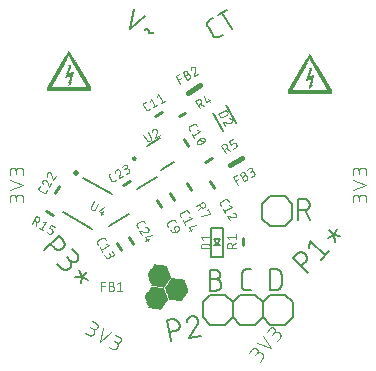
<source format=gbr>
G04 EAGLE Gerber RS-274X export*
G75*
%MOMM*%
%FSLAX34Y34*%
%LPD*%
%INSilkscreen Top*%
%IPPOS*%
%AMOC8*
5,1,8,0,0,1.08239X$1,22.5*%
G01*
%ADD10C,0.152400*%
%ADD11C,0.101600*%
%ADD12R,0.014731X0.014731*%
%ADD13R,0.147319X0.014731*%
%ADD14R,0.265175X0.014731*%
%ADD15R,0.383031X0.014731*%
%ADD16R,0.515619X0.014731*%
%ADD17R,0.633475X0.014731*%
%ADD18R,0.751331X0.014731*%
%ADD19R,0.883919X0.014731*%
%ADD20R,1.001775X0.014731*%
%ADD21R,1.119631X0.014731*%
%ADD22R,1.134363X0.014731*%
%ADD23R,1.149094X0.014731*%
%ADD24R,1.163825X0.014731*%
%ADD25R,1.178556X0.014731*%
%ADD26R,1.193288X0.014731*%
%ADD27R,1.222756X0.014731*%
%ADD28R,1.237488X0.014731*%
%ADD29R,1.266950X0.014731*%
%ADD30R,1.281681X0.014731*%
%ADD31R,1.311144X0.014731*%
%ADD32R,1.325881X0.014731*%
%ADD33R,1.355344X0.014731*%
%ADD34R,1.370075X0.014731*%
%ADD35R,1.384806X0.014731*%
%ADD36R,1.399538X0.014731*%
%ADD37R,1.414275X0.014731*%
%ADD38R,1.443738X0.014731*%
%ADD39R,1.458469X0.014731*%
%ADD40R,1.487931X0.014731*%
%ADD41R,1.502663X0.014731*%
%ADD42R,1.517394X0.014731*%
%ADD43R,1.532125X0.014731*%
%ADD44R,1.546856X0.014731*%
%ADD45R,1.576319X0.014731*%
%ADD46R,1.605788X0.014731*%
%ADD47R,1.620519X0.014731*%
%ADD48R,1.649981X0.014731*%
%ADD49R,1.664713X0.014731*%
%ADD50R,1.694175X0.014731*%
%ADD51R,1.708913X0.014731*%
%ADD52R,1.738375X0.014731*%
%ADD53R,1.753106X0.014731*%
%ADD54R,1.767838X0.014731*%
%ADD55R,1.782569X0.014731*%
%ADD56R,1.797306X0.014731*%
%ADD57R,0.117856X0.014731*%
%ADD58R,1.826769X0.014731*%
%ADD59R,0.235713X0.014731*%
%ADD60R,0.353569X0.014731*%
%ADD61R,1.856231X0.014731*%
%ADD62R,0.486156X0.014731*%
%ADD63R,1.870963X0.014731*%
%ADD64R,0.604013X0.014731*%
%ADD65R,0.721869X0.014731*%
%ADD66R,1.885694X0.014731*%
%ADD67R,0.839719X0.014731*%
%ADD68R,0.972306X0.014731*%
%ADD69R,1.090169X0.014731*%
%ADD70R,1.208025X0.014731*%
%ADD71R,1.252219X0.014731*%
%ADD72R,1.296412X0.014731*%
%ADD73R,1.340612X0.014731*%
%ADD74R,1.826763X0.014731*%
%ADD75R,1.414269X0.014731*%
%ADD76R,1.812031X0.014731*%
%ADD77R,1.429000X0.014731*%
%ADD78R,1.458462X0.014731*%
%ADD79R,1.473200X0.014731*%
%ADD80R,1.723644X0.014731*%
%ADD81R,1.694181X0.014731*%
%ADD82R,1.679450X0.014731*%
%ADD83R,1.561594X0.014731*%
%ADD84R,1.576325X0.014731*%
%ADD85R,1.591056X0.014731*%
%ADD86R,1.635250X0.014731*%
%ADD87R,1.561588X0.014731*%
%ADD88R,1.443731X0.014731*%
%ADD89R,1.797300X0.014731*%
%ADD90R,1.841500X0.014731*%
%ADD91R,1.311150X0.014731*%
%ADD92R,1.296419X0.014731*%
%ADD93R,1.193294X0.014731*%
%ADD94R,0.957575X0.014731*%
%ADD95R,0.589281X0.014731*%
%ADD96R,0.471425X0.014731*%
%ADD97R,0.220975X0.014731*%
%ADD98R,1.812038X0.014731*%
%ADD99R,0.103119X0.014731*%
%ADD100R,0.029463X0.014731*%
%ADD101R,0.162050X0.014731*%
%ADD102R,0.397763X0.014731*%
%ADD103R,0.648206X0.014731*%
%ADD104R,1.679444X0.014731*%
%ADD105R,1.016506X0.014731*%
%ADD106R,1.104900X0.014731*%
%ADD107R,1.222750X0.014731*%
%ADD108R,1.429006X0.014731*%
%ADD109R,1.208019X0.014731*%
%ADD110R,0.987044X0.014731*%
%ADD111R,0.854456X0.014731*%
%ADD112R,0.618744X0.014731*%
%ADD113R,0.500888X0.014731*%
%ADD114R,0.368300X0.014731*%
%ADD115R,0.132587X0.014731*%
%ADD116R,1.664719X0.014731*%
%ADD117R,1.075438X0.014731*%
%ADD118R,0.942844X0.014731*%
%ADD119R,0.707131X0.014731*%
%ADD120R,0.456694X0.014731*%
%ADD121R,0.088388X0.014731*%
%ADD122R,3.644900X0.012700*%
%ADD123R,3.695700X0.012700*%
%ADD124R,3.721100X0.012700*%
%ADD125R,3.746500X0.012700*%
%ADD126R,3.771900X0.012700*%
%ADD127R,3.784600X0.012700*%
%ADD128R,3.797300X0.012700*%
%ADD129R,3.733800X0.012700*%
%ADD130R,3.670300X0.012700*%
%ADD131R,3.657600X0.012700*%
%ADD132R,3.632200X0.012700*%
%ADD133R,0.279400X0.012700*%
%ADD134R,0.266700X0.012700*%
%ADD135R,0.292100X0.012700*%
%ADD136R,0.012700X0.012700*%
%ADD137R,0.038100X0.012700*%
%ADD138R,0.063500X0.012700*%
%ADD139R,0.076200X0.012700*%
%ADD140R,0.101600X0.012700*%
%ADD141R,0.114300X0.012700*%
%ADD142R,0.139700X0.012700*%
%ADD143R,0.165100X0.012700*%
%ADD144R,0.177800X0.012700*%
%ADD145R,0.190500X0.012700*%
%ADD146R,0.215900X0.012700*%
%ADD147R,0.241300X0.012700*%
%ADD148R,0.254000X0.012700*%
%ADD149R,0.228600X0.012700*%
%ADD150R,0.152400X0.012700*%
%ADD151R,0.127000X0.012700*%
%ADD152R,0.203200X0.012700*%
%ADD153R,0.317500X0.012700*%
%ADD154R,0.355600X0.012700*%
%ADD155R,0.381000X0.012700*%
%ADD156R,0.533400X0.012700*%
%ADD157R,0.546100X0.012700*%
%ADD158R,0.368300X0.012700*%
%ADD159R,0.330200X0.012700*%
%ADD160R,0.304800X0.012700*%
%ADD161R,0.050800X0.012700*%
%ADD162R,0.508000X0.012700*%
%ADD163R,0.495300X0.012700*%
%ADD164R,0.469900X0.012700*%
%ADD165R,0.457200X0.012700*%
%ADD166R,0.444500X0.012700*%
%ADD167R,0.431800X0.012700*%
%ADD168R,0.419100X0.012700*%
%ADD169R,0.406400X0.012700*%
%ADD170R,0.393700X0.012700*%
%ADD171R,0.342900X0.012700*%
%ADD172C,0.127000*%
%ADD173C,0.076200*%
%ADD174C,0.254000*%
%ADD175C,0.406400*%
%ADD176C,0.150000*%
%ADD177C,0.500000*%
%ADD178C,0.200000*%


D10*
X17724Y70683D02*
X22663Y70683D01*
X22803Y70681D01*
X22942Y70675D01*
X23082Y70665D01*
X23221Y70651D01*
X23360Y70634D01*
X23498Y70612D01*
X23635Y70586D01*
X23772Y70557D01*
X23908Y70524D01*
X24042Y70487D01*
X24176Y70446D01*
X24308Y70401D01*
X24440Y70352D01*
X24569Y70300D01*
X24697Y70245D01*
X24824Y70185D01*
X24949Y70122D01*
X25072Y70056D01*
X25193Y69986D01*
X25312Y69913D01*
X25429Y69836D01*
X25543Y69756D01*
X25656Y69673D01*
X25766Y69587D01*
X25873Y69497D01*
X25978Y69405D01*
X26080Y69310D01*
X26180Y69212D01*
X26277Y69111D01*
X26371Y69007D01*
X26461Y68901D01*
X26549Y68792D01*
X26634Y68681D01*
X26715Y68567D01*
X26794Y68452D01*
X26869Y68334D01*
X26940Y68214D01*
X27008Y68091D01*
X27073Y67968D01*
X27134Y67842D01*
X27192Y67714D01*
X27246Y67586D01*
X27296Y67455D01*
X27343Y67323D01*
X27386Y67190D01*
X27425Y67056D01*
X27460Y66921D01*
X27491Y66785D01*
X27519Y66647D01*
X27542Y66510D01*
X27562Y66371D01*
X27578Y66232D01*
X27590Y66093D01*
X27598Y65954D01*
X27602Y65814D01*
X27602Y65674D01*
X27598Y65534D01*
X27590Y65395D01*
X27578Y65256D01*
X27562Y65117D01*
X27542Y64978D01*
X27519Y64841D01*
X27491Y64703D01*
X27460Y64567D01*
X27425Y64432D01*
X27386Y64298D01*
X27343Y64165D01*
X27296Y64033D01*
X27246Y63902D01*
X27192Y63774D01*
X27134Y63646D01*
X27073Y63520D01*
X27008Y63397D01*
X26940Y63275D01*
X26869Y63154D01*
X26794Y63036D01*
X26715Y62921D01*
X26634Y62807D01*
X26549Y62696D01*
X26461Y62587D01*
X26371Y62481D01*
X26277Y62377D01*
X26180Y62276D01*
X26080Y62178D01*
X25978Y62083D01*
X25873Y61991D01*
X25766Y61901D01*
X25656Y61815D01*
X25543Y61732D01*
X25429Y61652D01*
X25312Y61575D01*
X25193Y61502D01*
X25072Y61432D01*
X24949Y61366D01*
X24824Y61303D01*
X24697Y61243D01*
X24569Y61188D01*
X24440Y61136D01*
X24308Y61087D01*
X24176Y61042D01*
X24042Y61001D01*
X23908Y60964D01*
X23772Y60931D01*
X23635Y60902D01*
X23498Y60876D01*
X23360Y60854D01*
X23221Y60837D01*
X23082Y60823D01*
X22942Y60813D01*
X22803Y60807D01*
X22663Y60805D01*
X17724Y60805D01*
X17724Y78585D01*
X22663Y78585D01*
X22787Y78583D01*
X22911Y78577D01*
X23035Y78567D01*
X23158Y78554D01*
X23281Y78536D01*
X23403Y78515D01*
X23525Y78490D01*
X23646Y78461D01*
X23765Y78428D01*
X23884Y78392D01*
X24001Y78351D01*
X24117Y78308D01*
X24232Y78260D01*
X24345Y78209D01*
X24457Y78154D01*
X24566Y78096D01*
X24674Y78035D01*
X24780Y77970D01*
X24884Y77902D01*
X24985Y77830D01*
X25085Y77756D01*
X25181Y77678D01*
X25276Y77598D01*
X25368Y77514D01*
X25457Y77428D01*
X25543Y77339D01*
X25627Y77247D01*
X25707Y77152D01*
X25785Y77056D01*
X25859Y76956D01*
X25931Y76855D01*
X25999Y76751D01*
X26064Y76645D01*
X26125Y76537D01*
X26183Y76428D01*
X26238Y76316D01*
X26289Y76203D01*
X26337Y76088D01*
X26380Y75972D01*
X26421Y75855D01*
X26457Y75736D01*
X26490Y75617D01*
X26519Y75496D01*
X26544Y75374D01*
X26565Y75252D01*
X26583Y75129D01*
X26596Y75006D01*
X26606Y74882D01*
X26612Y74758D01*
X26614Y74634D01*
X26612Y74510D01*
X26606Y74386D01*
X26596Y74262D01*
X26583Y74139D01*
X26565Y74016D01*
X26544Y73894D01*
X26519Y73772D01*
X26490Y73651D01*
X26457Y73532D01*
X26421Y73413D01*
X26380Y73296D01*
X26337Y73180D01*
X26289Y73065D01*
X26238Y72952D01*
X26183Y72840D01*
X26125Y72731D01*
X26064Y72623D01*
X25999Y72517D01*
X25931Y72413D01*
X25859Y72312D01*
X25785Y72212D01*
X25707Y72116D01*
X25627Y72021D01*
X25543Y71929D01*
X25457Y71840D01*
X25368Y71754D01*
X25276Y71670D01*
X25181Y71590D01*
X25085Y71512D01*
X24985Y71438D01*
X24884Y71366D01*
X24780Y71298D01*
X24674Y71233D01*
X24566Y71172D01*
X24457Y71114D01*
X24345Y71059D01*
X24232Y71008D01*
X24117Y70960D01*
X24001Y70917D01*
X23884Y70876D01*
X23765Y70840D01*
X23646Y70807D01*
X23525Y70778D01*
X23403Y70753D01*
X23281Y70732D01*
X23158Y70714D01*
X23035Y70701D01*
X22911Y70691D01*
X22787Y70685D01*
X22663Y70683D01*
X92521Y120788D02*
X92521Y138568D01*
X97460Y138568D01*
X97460Y138569D02*
X97600Y138567D01*
X97739Y138561D01*
X97879Y138551D01*
X98018Y138537D01*
X98157Y138520D01*
X98295Y138498D01*
X98432Y138472D01*
X98569Y138443D01*
X98705Y138410D01*
X98839Y138373D01*
X98973Y138332D01*
X99105Y138287D01*
X99237Y138238D01*
X99366Y138186D01*
X99494Y138131D01*
X99621Y138071D01*
X99746Y138008D01*
X99869Y137942D01*
X99990Y137872D01*
X100109Y137799D01*
X100226Y137722D01*
X100340Y137642D01*
X100453Y137559D01*
X100563Y137473D01*
X100670Y137383D01*
X100775Y137291D01*
X100877Y137196D01*
X100977Y137098D01*
X101074Y136997D01*
X101168Y136893D01*
X101258Y136787D01*
X101346Y136678D01*
X101431Y136567D01*
X101512Y136453D01*
X101591Y136338D01*
X101666Y136220D01*
X101737Y136100D01*
X101805Y135977D01*
X101870Y135854D01*
X101931Y135728D01*
X101989Y135600D01*
X102043Y135472D01*
X102093Y135341D01*
X102140Y135209D01*
X102183Y135076D01*
X102222Y134942D01*
X102257Y134807D01*
X102288Y134671D01*
X102316Y134533D01*
X102339Y134396D01*
X102359Y134257D01*
X102375Y134118D01*
X102387Y133979D01*
X102395Y133840D01*
X102399Y133700D01*
X102399Y133560D01*
X102395Y133420D01*
X102387Y133281D01*
X102375Y133142D01*
X102359Y133003D01*
X102339Y132864D01*
X102316Y132727D01*
X102288Y132589D01*
X102257Y132453D01*
X102222Y132318D01*
X102183Y132184D01*
X102140Y132051D01*
X102093Y131919D01*
X102043Y131788D01*
X101989Y131660D01*
X101931Y131532D01*
X101870Y131406D01*
X101805Y131283D01*
X101737Y131161D01*
X101666Y131040D01*
X101591Y130922D01*
X101512Y130807D01*
X101431Y130693D01*
X101346Y130582D01*
X101258Y130473D01*
X101168Y130367D01*
X101074Y130263D01*
X100977Y130162D01*
X100877Y130064D01*
X100775Y129969D01*
X100670Y129877D01*
X100563Y129787D01*
X100453Y129701D01*
X100340Y129618D01*
X100226Y129538D01*
X100109Y129461D01*
X99990Y129388D01*
X99869Y129318D01*
X99746Y129252D01*
X99621Y129189D01*
X99494Y129129D01*
X99366Y129074D01*
X99237Y129022D01*
X99105Y128973D01*
X98973Y128928D01*
X98839Y128887D01*
X98705Y128850D01*
X98569Y128817D01*
X98432Y128788D01*
X98295Y128762D01*
X98157Y128740D01*
X98018Y128723D01*
X97879Y128709D01*
X97739Y128699D01*
X97600Y128693D01*
X97460Y128691D01*
X92521Y128691D01*
X98447Y128691D02*
X102399Y120788D01*
X68711Y79077D02*
X68711Y61297D01*
X68711Y79077D02*
X73650Y79077D01*
X73789Y79075D01*
X73927Y79069D01*
X74065Y79060D01*
X74203Y79046D01*
X74340Y79029D01*
X74477Y79007D01*
X74614Y78982D01*
X74749Y78953D01*
X74884Y78920D01*
X75017Y78884D01*
X75150Y78844D01*
X75281Y78800D01*
X75411Y78752D01*
X75540Y78701D01*
X75667Y78646D01*
X75793Y78588D01*
X75917Y78526D01*
X76039Y78461D01*
X76159Y78392D01*
X76278Y78320D01*
X76394Y78245D01*
X76508Y78166D01*
X76620Y78084D01*
X76729Y77999D01*
X76837Y77912D01*
X76941Y77821D01*
X77043Y77727D01*
X77142Y77630D01*
X77239Y77531D01*
X77333Y77429D01*
X77424Y77325D01*
X77511Y77217D01*
X77596Y77108D01*
X77678Y76996D01*
X77757Y76882D01*
X77832Y76766D01*
X77904Y76647D01*
X77973Y76527D01*
X78038Y76405D01*
X78100Y76281D01*
X78158Y76155D01*
X78213Y76028D01*
X78264Y75899D01*
X78312Y75769D01*
X78356Y75638D01*
X78396Y75505D01*
X78432Y75372D01*
X78465Y75237D01*
X78494Y75102D01*
X78519Y74965D01*
X78541Y74828D01*
X78558Y74691D01*
X78572Y74553D01*
X78581Y74415D01*
X78587Y74277D01*
X78589Y74138D01*
X78589Y66235D01*
X78587Y66096D01*
X78581Y65958D01*
X78572Y65820D01*
X78558Y65682D01*
X78541Y65545D01*
X78519Y65408D01*
X78494Y65271D01*
X78465Y65136D01*
X78432Y65001D01*
X78396Y64868D01*
X78356Y64735D01*
X78312Y64604D01*
X78264Y64474D01*
X78213Y64345D01*
X78158Y64218D01*
X78100Y64092D01*
X78038Y63968D01*
X77973Y63846D01*
X77904Y63726D01*
X77832Y63607D01*
X77757Y63491D01*
X77678Y63377D01*
X77596Y63265D01*
X77511Y63156D01*
X77424Y63048D01*
X77333Y62944D01*
X77239Y62842D01*
X77142Y62743D01*
X77043Y62646D01*
X76941Y62552D01*
X76837Y62461D01*
X76729Y62374D01*
X76620Y62289D01*
X76508Y62207D01*
X76394Y62128D01*
X76278Y62053D01*
X76159Y61981D01*
X76039Y61912D01*
X75917Y61847D01*
X75793Y61785D01*
X75667Y61727D01*
X75540Y61672D01*
X75411Y61621D01*
X75281Y61573D01*
X75150Y61529D01*
X75017Y61489D01*
X74884Y61453D01*
X74749Y61420D01*
X74614Y61391D01*
X74477Y61366D01*
X74340Y61344D01*
X74203Y61327D01*
X74065Y61313D01*
X73927Y61304D01*
X73789Y61298D01*
X73650Y61296D01*
X73650Y61297D02*
X68711Y61297D01*
X52995Y61139D02*
X49044Y61139D01*
X48920Y61141D01*
X48796Y61147D01*
X48672Y61157D01*
X48549Y61170D01*
X48426Y61188D01*
X48304Y61209D01*
X48182Y61234D01*
X48061Y61263D01*
X47942Y61296D01*
X47823Y61332D01*
X47706Y61373D01*
X47590Y61416D01*
X47475Y61464D01*
X47362Y61515D01*
X47250Y61570D01*
X47141Y61628D01*
X47033Y61689D01*
X46927Y61754D01*
X46823Y61822D01*
X46722Y61894D01*
X46622Y61968D01*
X46526Y62046D01*
X46431Y62126D01*
X46339Y62210D01*
X46250Y62296D01*
X46164Y62385D01*
X46080Y62477D01*
X46000Y62572D01*
X45922Y62668D01*
X45848Y62768D01*
X45776Y62869D01*
X45708Y62973D01*
X45643Y63079D01*
X45582Y63187D01*
X45524Y63296D01*
X45469Y63408D01*
X45418Y63521D01*
X45370Y63636D01*
X45327Y63752D01*
X45286Y63869D01*
X45250Y63988D01*
X45217Y64107D01*
X45188Y64228D01*
X45163Y64350D01*
X45142Y64472D01*
X45124Y64595D01*
X45111Y64718D01*
X45101Y64842D01*
X45095Y64966D01*
X45093Y65090D01*
X45093Y74968D01*
X45095Y75092D01*
X45101Y75216D01*
X45111Y75340D01*
X45124Y75463D01*
X45142Y75586D01*
X45163Y75708D01*
X45188Y75830D01*
X45217Y75951D01*
X45250Y76070D01*
X45286Y76189D01*
X45327Y76306D01*
X45370Y76422D01*
X45418Y76537D01*
X45469Y76650D01*
X45524Y76762D01*
X45582Y76871D01*
X45643Y76979D01*
X45708Y77085D01*
X45776Y77189D01*
X45848Y77290D01*
X45922Y77390D01*
X46000Y77486D01*
X46080Y77581D01*
X46164Y77673D01*
X46250Y77762D01*
X46339Y77848D01*
X46431Y77932D01*
X46526Y78012D01*
X46622Y78090D01*
X46722Y78164D01*
X46823Y78236D01*
X46927Y78304D01*
X47033Y78369D01*
X47141Y78430D01*
X47250Y78488D01*
X47362Y78543D01*
X47475Y78594D01*
X47590Y78642D01*
X47706Y78685D01*
X47823Y78726D01*
X47942Y78762D01*
X48061Y78795D01*
X48182Y78824D01*
X48304Y78849D01*
X48426Y78870D01*
X48549Y78888D01*
X48672Y78901D01*
X48796Y78911D01*
X48920Y78917D01*
X49044Y78919D01*
X52995Y78919D01*
D11*
X150373Y135468D02*
X150373Y138714D01*
X150374Y138714D02*
X150372Y138827D01*
X150366Y138940D01*
X150356Y139053D01*
X150342Y139166D01*
X150325Y139278D01*
X150303Y139389D01*
X150278Y139499D01*
X150248Y139609D01*
X150215Y139717D01*
X150178Y139824D01*
X150138Y139930D01*
X150093Y140034D01*
X150045Y140137D01*
X149994Y140238D01*
X149939Y140337D01*
X149881Y140434D01*
X149819Y140529D01*
X149754Y140622D01*
X149686Y140712D01*
X149615Y140800D01*
X149540Y140886D01*
X149463Y140969D01*
X149383Y141049D01*
X149300Y141126D01*
X149214Y141201D01*
X149126Y141272D01*
X149036Y141340D01*
X148943Y141405D01*
X148848Y141467D01*
X148751Y141525D01*
X148652Y141580D01*
X148551Y141631D01*
X148448Y141679D01*
X148344Y141724D01*
X148238Y141764D01*
X148131Y141801D01*
X148023Y141834D01*
X147913Y141864D01*
X147803Y141889D01*
X147692Y141911D01*
X147580Y141928D01*
X147467Y141942D01*
X147354Y141952D01*
X147241Y141958D01*
X147128Y141960D01*
X147015Y141958D01*
X146902Y141952D01*
X146789Y141942D01*
X146676Y141928D01*
X146564Y141911D01*
X146453Y141889D01*
X146343Y141864D01*
X146233Y141834D01*
X146125Y141801D01*
X146018Y141764D01*
X145912Y141724D01*
X145808Y141679D01*
X145705Y141631D01*
X145604Y141580D01*
X145505Y141525D01*
X145408Y141467D01*
X145313Y141405D01*
X145220Y141340D01*
X145130Y141272D01*
X145042Y141201D01*
X144956Y141126D01*
X144873Y141049D01*
X144793Y140969D01*
X144716Y140886D01*
X144641Y140800D01*
X144570Y140712D01*
X144502Y140622D01*
X144437Y140529D01*
X144375Y140434D01*
X144317Y140337D01*
X144262Y140238D01*
X144211Y140137D01*
X144163Y140034D01*
X144118Y139930D01*
X144078Y139824D01*
X144041Y139717D01*
X144008Y139609D01*
X143978Y139499D01*
X143953Y139389D01*
X143931Y139278D01*
X143914Y139166D01*
X143900Y139053D01*
X143890Y138940D01*
X143884Y138827D01*
X143882Y138714D01*
X138689Y139363D02*
X138689Y135468D01*
X138690Y139363D02*
X138692Y139464D01*
X138698Y139564D01*
X138708Y139664D01*
X138721Y139764D01*
X138739Y139863D01*
X138760Y139962D01*
X138785Y140059D01*
X138814Y140156D01*
X138847Y140251D01*
X138883Y140345D01*
X138923Y140437D01*
X138966Y140528D01*
X139013Y140617D01*
X139063Y140704D01*
X139117Y140790D01*
X139174Y140873D01*
X139234Y140953D01*
X139297Y141032D01*
X139364Y141108D01*
X139433Y141181D01*
X139505Y141251D01*
X139579Y141319D01*
X139656Y141384D01*
X139736Y141445D01*
X139818Y141504D01*
X139902Y141559D01*
X139988Y141611D01*
X140076Y141660D01*
X140166Y141705D01*
X140258Y141747D01*
X140351Y141785D01*
X140446Y141819D01*
X140541Y141850D01*
X140638Y141877D01*
X140736Y141900D01*
X140835Y141920D01*
X140935Y141935D01*
X141035Y141947D01*
X141135Y141955D01*
X141236Y141959D01*
X141336Y141959D01*
X141437Y141955D01*
X141537Y141947D01*
X141637Y141935D01*
X141737Y141920D01*
X141836Y141900D01*
X141934Y141877D01*
X142031Y141850D01*
X142126Y141819D01*
X142221Y141785D01*
X142314Y141747D01*
X142406Y141705D01*
X142496Y141660D01*
X142584Y141611D01*
X142670Y141559D01*
X142754Y141504D01*
X142836Y141445D01*
X142916Y141384D01*
X142993Y141319D01*
X143067Y141251D01*
X143139Y141181D01*
X143208Y141108D01*
X143275Y141032D01*
X143338Y140953D01*
X143398Y140873D01*
X143455Y140790D01*
X143509Y140704D01*
X143559Y140617D01*
X143606Y140528D01*
X143649Y140437D01*
X143689Y140345D01*
X143725Y140251D01*
X143758Y140156D01*
X143787Y140059D01*
X143812Y139962D01*
X143833Y139863D01*
X143851Y139764D01*
X143864Y139664D01*
X143874Y139564D01*
X143880Y139464D01*
X143882Y139363D01*
X143882Y136766D01*
X138689Y146249D02*
X150373Y150144D01*
X138689Y154038D01*
X150373Y158328D02*
X150373Y161574D01*
X150374Y161574D02*
X150372Y161687D01*
X150366Y161800D01*
X150356Y161913D01*
X150342Y162026D01*
X150325Y162138D01*
X150303Y162249D01*
X150278Y162359D01*
X150248Y162469D01*
X150215Y162577D01*
X150178Y162684D01*
X150138Y162790D01*
X150093Y162894D01*
X150045Y162997D01*
X149994Y163098D01*
X149939Y163197D01*
X149881Y163294D01*
X149819Y163389D01*
X149754Y163482D01*
X149686Y163572D01*
X149615Y163660D01*
X149540Y163746D01*
X149463Y163829D01*
X149383Y163909D01*
X149300Y163986D01*
X149214Y164061D01*
X149126Y164132D01*
X149036Y164200D01*
X148943Y164265D01*
X148848Y164327D01*
X148751Y164385D01*
X148652Y164440D01*
X148551Y164491D01*
X148448Y164539D01*
X148344Y164584D01*
X148238Y164624D01*
X148131Y164661D01*
X148023Y164694D01*
X147913Y164724D01*
X147803Y164749D01*
X147692Y164771D01*
X147580Y164788D01*
X147467Y164802D01*
X147354Y164812D01*
X147241Y164818D01*
X147128Y164820D01*
X147015Y164818D01*
X146902Y164812D01*
X146789Y164802D01*
X146676Y164788D01*
X146564Y164771D01*
X146453Y164749D01*
X146343Y164724D01*
X146233Y164694D01*
X146125Y164661D01*
X146018Y164624D01*
X145912Y164584D01*
X145808Y164539D01*
X145705Y164491D01*
X145604Y164440D01*
X145505Y164385D01*
X145408Y164327D01*
X145313Y164265D01*
X145220Y164200D01*
X145130Y164132D01*
X145042Y164061D01*
X144956Y163986D01*
X144873Y163909D01*
X144793Y163829D01*
X144716Y163746D01*
X144641Y163660D01*
X144570Y163572D01*
X144502Y163482D01*
X144437Y163389D01*
X144375Y163294D01*
X144317Y163197D01*
X144262Y163098D01*
X144211Y162997D01*
X144163Y162894D01*
X144118Y162790D01*
X144078Y162684D01*
X144041Y162577D01*
X144008Y162469D01*
X143978Y162359D01*
X143953Y162249D01*
X143931Y162138D01*
X143914Y162026D01*
X143900Y161913D01*
X143890Y161800D01*
X143884Y161687D01*
X143882Y161574D01*
X138689Y162223D02*
X138689Y158328D01*
X138690Y162223D02*
X138692Y162324D01*
X138698Y162424D01*
X138708Y162524D01*
X138721Y162624D01*
X138739Y162723D01*
X138760Y162822D01*
X138785Y162919D01*
X138814Y163016D01*
X138847Y163111D01*
X138883Y163205D01*
X138923Y163297D01*
X138966Y163388D01*
X139013Y163477D01*
X139063Y163564D01*
X139117Y163650D01*
X139174Y163733D01*
X139234Y163813D01*
X139297Y163892D01*
X139364Y163968D01*
X139433Y164041D01*
X139505Y164111D01*
X139579Y164179D01*
X139656Y164244D01*
X139736Y164305D01*
X139818Y164364D01*
X139902Y164419D01*
X139988Y164471D01*
X140076Y164520D01*
X140166Y164565D01*
X140258Y164607D01*
X140351Y164645D01*
X140446Y164679D01*
X140541Y164710D01*
X140638Y164737D01*
X140736Y164760D01*
X140835Y164780D01*
X140935Y164795D01*
X141035Y164807D01*
X141135Y164815D01*
X141236Y164819D01*
X141336Y164819D01*
X141437Y164815D01*
X141537Y164807D01*
X141637Y164795D01*
X141737Y164780D01*
X141836Y164760D01*
X141934Y164737D01*
X142031Y164710D01*
X142126Y164679D01*
X142221Y164645D01*
X142314Y164607D01*
X142406Y164565D01*
X142496Y164520D01*
X142584Y164471D01*
X142670Y164419D01*
X142754Y164364D01*
X142836Y164305D01*
X142916Y164244D01*
X142993Y164179D01*
X143067Y164111D01*
X143139Y164041D01*
X143208Y163968D01*
X143275Y163892D01*
X143338Y163813D01*
X143398Y163733D01*
X143455Y163650D01*
X143509Y163564D01*
X143559Y163477D01*
X143606Y163388D01*
X143649Y163297D01*
X143689Y163205D01*
X143725Y163111D01*
X143758Y163016D01*
X143787Y162919D01*
X143812Y162822D01*
X143833Y162723D01*
X143851Y162624D01*
X143864Y162524D01*
X143874Y162424D01*
X143880Y162324D01*
X143882Y162223D01*
X143882Y159626D01*
X62260Y3204D02*
X60173Y718D01*
X62260Y3204D02*
X62331Y3292D01*
X62399Y3382D01*
X62464Y3475D01*
X62526Y3570D01*
X62584Y3667D01*
X62639Y3766D01*
X62690Y3867D01*
X62738Y3970D01*
X62783Y4074D01*
X62823Y4180D01*
X62860Y4287D01*
X62893Y4395D01*
X62923Y4505D01*
X62948Y4615D01*
X62970Y4726D01*
X62987Y4838D01*
X63001Y4951D01*
X63011Y5064D01*
X63017Y5177D01*
X63019Y5290D01*
X63017Y5403D01*
X63011Y5516D01*
X63001Y5629D01*
X62987Y5742D01*
X62970Y5854D01*
X62948Y5965D01*
X62923Y6075D01*
X62893Y6185D01*
X62860Y6293D01*
X62823Y6400D01*
X62783Y6506D01*
X62738Y6610D01*
X62690Y6713D01*
X62639Y6814D01*
X62584Y6913D01*
X62526Y7010D01*
X62464Y7105D01*
X62399Y7198D01*
X62331Y7288D01*
X62260Y7376D01*
X62185Y7462D01*
X62108Y7545D01*
X62028Y7625D01*
X61945Y7702D01*
X61859Y7777D01*
X61771Y7848D01*
X61681Y7916D01*
X61588Y7981D01*
X61493Y8043D01*
X61396Y8101D01*
X61297Y8156D01*
X61196Y8207D01*
X61093Y8255D01*
X60989Y8300D01*
X60883Y8340D01*
X60776Y8377D01*
X60668Y8410D01*
X60558Y8440D01*
X60448Y8465D01*
X60337Y8487D01*
X60225Y8504D01*
X60112Y8518D01*
X59999Y8528D01*
X59886Y8534D01*
X59773Y8536D01*
X59660Y8534D01*
X59547Y8528D01*
X59434Y8518D01*
X59321Y8504D01*
X59209Y8487D01*
X59098Y8465D01*
X58988Y8440D01*
X58878Y8410D01*
X58770Y8377D01*
X58663Y8340D01*
X58557Y8300D01*
X58453Y8255D01*
X58350Y8207D01*
X58249Y8156D01*
X58150Y8101D01*
X58053Y8043D01*
X57958Y7981D01*
X57865Y7916D01*
X57775Y7848D01*
X57687Y7777D01*
X57601Y7702D01*
X57518Y7625D01*
X57438Y7545D01*
X57361Y7462D01*
X57286Y7377D01*
X53726Y11211D02*
X51223Y8228D01*
X53726Y11211D02*
X53793Y11287D01*
X53862Y11360D01*
X53934Y11430D01*
X54008Y11498D01*
X54085Y11563D01*
X54165Y11624D01*
X54247Y11683D01*
X54331Y11738D01*
X54417Y11790D01*
X54505Y11839D01*
X54595Y11884D01*
X54687Y11926D01*
X54780Y11964D01*
X54875Y11998D01*
X54970Y12029D01*
X55067Y12056D01*
X55165Y12079D01*
X55264Y12099D01*
X55364Y12114D01*
X55464Y12126D01*
X55564Y12134D01*
X55665Y12138D01*
X55765Y12138D01*
X55866Y12134D01*
X55966Y12126D01*
X56066Y12114D01*
X56166Y12099D01*
X56265Y12079D01*
X56363Y12056D01*
X56460Y12029D01*
X56555Y11998D01*
X56650Y11964D01*
X56743Y11926D01*
X56835Y11884D01*
X56925Y11839D01*
X57013Y11790D01*
X57099Y11738D01*
X57183Y11683D01*
X57265Y11624D01*
X57345Y11563D01*
X57422Y11498D01*
X57496Y11430D01*
X57568Y11360D01*
X57637Y11287D01*
X57704Y11211D01*
X57767Y11132D01*
X57827Y11052D01*
X57884Y10969D01*
X57938Y10883D01*
X57988Y10796D01*
X58035Y10707D01*
X58078Y10616D01*
X58118Y10524D01*
X58154Y10430D01*
X58187Y10335D01*
X58216Y10238D01*
X58241Y10141D01*
X58262Y10042D01*
X58280Y9943D01*
X58293Y9843D01*
X58303Y9743D01*
X58309Y9643D01*
X58311Y9542D01*
X58309Y9441D01*
X58303Y9341D01*
X58293Y9241D01*
X58280Y9141D01*
X58262Y9042D01*
X58241Y8943D01*
X58216Y8846D01*
X58187Y8749D01*
X58154Y8654D01*
X58118Y8560D01*
X58078Y8468D01*
X58035Y8377D01*
X57988Y8288D01*
X57938Y8201D01*
X57884Y8115D01*
X57827Y8032D01*
X57767Y7952D01*
X57704Y7873D01*
X56035Y5884D01*
X58153Y16486D02*
X69607Y11960D01*
X63160Y22453D01*
X74868Y18229D02*
X76954Y20715D01*
X76954Y20716D02*
X77025Y20804D01*
X77093Y20894D01*
X77158Y20987D01*
X77220Y21082D01*
X77278Y21179D01*
X77333Y21278D01*
X77384Y21379D01*
X77432Y21482D01*
X77477Y21586D01*
X77517Y21692D01*
X77554Y21799D01*
X77587Y21907D01*
X77617Y22017D01*
X77642Y22127D01*
X77664Y22238D01*
X77681Y22350D01*
X77695Y22463D01*
X77705Y22576D01*
X77711Y22689D01*
X77713Y22802D01*
X77711Y22915D01*
X77705Y23028D01*
X77695Y23141D01*
X77681Y23254D01*
X77664Y23366D01*
X77642Y23477D01*
X77617Y23587D01*
X77587Y23697D01*
X77554Y23805D01*
X77517Y23912D01*
X77477Y24018D01*
X77432Y24122D01*
X77384Y24225D01*
X77333Y24326D01*
X77278Y24425D01*
X77220Y24522D01*
X77158Y24617D01*
X77093Y24710D01*
X77025Y24800D01*
X76954Y24888D01*
X76879Y24974D01*
X76802Y25057D01*
X76722Y25137D01*
X76639Y25214D01*
X76553Y25289D01*
X76465Y25360D01*
X76375Y25428D01*
X76282Y25493D01*
X76187Y25555D01*
X76090Y25613D01*
X75991Y25668D01*
X75890Y25719D01*
X75787Y25767D01*
X75683Y25812D01*
X75577Y25852D01*
X75470Y25889D01*
X75362Y25922D01*
X75252Y25952D01*
X75142Y25977D01*
X75031Y25999D01*
X74919Y26016D01*
X74806Y26030D01*
X74693Y26040D01*
X74580Y26046D01*
X74467Y26048D01*
X74354Y26046D01*
X74241Y26040D01*
X74128Y26030D01*
X74015Y26016D01*
X73903Y25999D01*
X73792Y25977D01*
X73682Y25952D01*
X73572Y25922D01*
X73464Y25889D01*
X73357Y25852D01*
X73251Y25812D01*
X73147Y25767D01*
X73044Y25719D01*
X72943Y25668D01*
X72844Y25613D01*
X72747Y25555D01*
X72652Y25493D01*
X72559Y25428D01*
X72469Y25360D01*
X72381Y25289D01*
X72295Y25214D01*
X72212Y25137D01*
X72132Y25057D01*
X72055Y24974D01*
X71980Y24889D01*
X68420Y28723D02*
X65917Y25740D01*
X68420Y28723D02*
X68487Y28799D01*
X68556Y28872D01*
X68628Y28942D01*
X68702Y29010D01*
X68779Y29075D01*
X68859Y29136D01*
X68941Y29195D01*
X69025Y29250D01*
X69111Y29302D01*
X69199Y29351D01*
X69289Y29396D01*
X69381Y29438D01*
X69474Y29476D01*
X69569Y29510D01*
X69664Y29541D01*
X69761Y29568D01*
X69859Y29591D01*
X69958Y29611D01*
X70058Y29626D01*
X70158Y29638D01*
X70258Y29646D01*
X70359Y29650D01*
X70459Y29650D01*
X70560Y29646D01*
X70660Y29638D01*
X70760Y29626D01*
X70860Y29611D01*
X70959Y29591D01*
X71057Y29568D01*
X71154Y29541D01*
X71249Y29510D01*
X71344Y29476D01*
X71437Y29438D01*
X71529Y29396D01*
X71619Y29351D01*
X71707Y29302D01*
X71793Y29250D01*
X71877Y29195D01*
X71959Y29136D01*
X72039Y29075D01*
X72116Y29010D01*
X72190Y28942D01*
X72262Y28872D01*
X72331Y28799D01*
X72398Y28723D01*
X72461Y28644D01*
X72521Y28564D01*
X72578Y28481D01*
X72632Y28395D01*
X72682Y28308D01*
X72729Y28219D01*
X72772Y28128D01*
X72812Y28036D01*
X72848Y27942D01*
X72881Y27847D01*
X72910Y27750D01*
X72935Y27653D01*
X72956Y27554D01*
X72974Y27455D01*
X72987Y27355D01*
X72997Y27255D01*
X73003Y27155D01*
X73005Y27054D01*
X73003Y26953D01*
X72997Y26853D01*
X72987Y26753D01*
X72974Y26653D01*
X72956Y26554D01*
X72935Y26455D01*
X72910Y26358D01*
X72881Y26261D01*
X72848Y26166D01*
X72812Y26072D01*
X72772Y25980D01*
X72729Y25889D01*
X72682Y25800D01*
X72632Y25713D01*
X72578Y25627D01*
X72521Y25544D01*
X72461Y25464D01*
X72398Y25385D01*
X70730Y23396D01*
X-84844Y23147D02*
X-87655Y24770D01*
X-84844Y23147D02*
X-84745Y23092D01*
X-84644Y23041D01*
X-84541Y22993D01*
X-84437Y22948D01*
X-84331Y22908D01*
X-84224Y22871D01*
X-84116Y22838D01*
X-84006Y22808D01*
X-83896Y22783D01*
X-83785Y22761D01*
X-83673Y22744D01*
X-83560Y22730D01*
X-83447Y22720D01*
X-83334Y22714D01*
X-83221Y22712D01*
X-83108Y22714D01*
X-82995Y22720D01*
X-82882Y22730D01*
X-82769Y22744D01*
X-82657Y22761D01*
X-82546Y22783D01*
X-82436Y22808D01*
X-82326Y22838D01*
X-82218Y22871D01*
X-82111Y22908D01*
X-82005Y22948D01*
X-81901Y22993D01*
X-81798Y23041D01*
X-81697Y23092D01*
X-81598Y23147D01*
X-81501Y23205D01*
X-81406Y23267D01*
X-81313Y23332D01*
X-81223Y23400D01*
X-81135Y23471D01*
X-81049Y23546D01*
X-80966Y23623D01*
X-80886Y23703D01*
X-80809Y23786D01*
X-80734Y23872D01*
X-80663Y23960D01*
X-80595Y24050D01*
X-80530Y24143D01*
X-80468Y24238D01*
X-80410Y24335D01*
X-80355Y24434D01*
X-80304Y24535D01*
X-80256Y24638D01*
X-80211Y24742D01*
X-80171Y24848D01*
X-80134Y24955D01*
X-80101Y25063D01*
X-80071Y25173D01*
X-80046Y25283D01*
X-80024Y25394D01*
X-80007Y25506D01*
X-79993Y25619D01*
X-79983Y25732D01*
X-79977Y25845D01*
X-79975Y25958D01*
X-79977Y26071D01*
X-79983Y26184D01*
X-79993Y26297D01*
X-80007Y26410D01*
X-80024Y26522D01*
X-80046Y26633D01*
X-80071Y26743D01*
X-80101Y26853D01*
X-80134Y26961D01*
X-80171Y27068D01*
X-80211Y27174D01*
X-80256Y27278D01*
X-80304Y27381D01*
X-80355Y27482D01*
X-80410Y27581D01*
X-80468Y27678D01*
X-80530Y27773D01*
X-80595Y27866D01*
X-80663Y27956D01*
X-80734Y28044D01*
X-80809Y28130D01*
X-80886Y28213D01*
X-80966Y28293D01*
X-81049Y28370D01*
X-81135Y28445D01*
X-81223Y28516D01*
X-81313Y28584D01*
X-81406Y28649D01*
X-81501Y28711D01*
X-81598Y28769D01*
X-78440Y32942D02*
X-81813Y34889D01*
X-78440Y32941D02*
X-78354Y32889D01*
X-78270Y32834D01*
X-78188Y32775D01*
X-78108Y32714D01*
X-78031Y32649D01*
X-77957Y32581D01*
X-77885Y32511D01*
X-77816Y32438D01*
X-77749Y32362D01*
X-77686Y32283D01*
X-77626Y32203D01*
X-77569Y32120D01*
X-77515Y32034D01*
X-77465Y31947D01*
X-77418Y31858D01*
X-77375Y31767D01*
X-77335Y31675D01*
X-77299Y31581D01*
X-77266Y31486D01*
X-77237Y31389D01*
X-77212Y31292D01*
X-77191Y31193D01*
X-77173Y31094D01*
X-77160Y30994D01*
X-77150Y30894D01*
X-77144Y30794D01*
X-77142Y30693D01*
X-77144Y30592D01*
X-77150Y30492D01*
X-77160Y30392D01*
X-77173Y30292D01*
X-77191Y30193D01*
X-77212Y30094D01*
X-77237Y29997D01*
X-77266Y29900D01*
X-77299Y29805D01*
X-77335Y29711D01*
X-77375Y29619D01*
X-77418Y29528D01*
X-77465Y29439D01*
X-77515Y29352D01*
X-77569Y29266D01*
X-77626Y29183D01*
X-77686Y29103D01*
X-77749Y29024D01*
X-77816Y28948D01*
X-77885Y28875D01*
X-77957Y28805D01*
X-78031Y28737D01*
X-78108Y28672D01*
X-78188Y28611D01*
X-78270Y28552D01*
X-78354Y28497D01*
X-78440Y28445D01*
X-78528Y28396D01*
X-78618Y28351D01*
X-78710Y28309D01*
X-78803Y28271D01*
X-78898Y28237D01*
X-78993Y28206D01*
X-79090Y28179D01*
X-79188Y28156D01*
X-79287Y28136D01*
X-79387Y28121D01*
X-79487Y28109D01*
X-79587Y28101D01*
X-79688Y28097D01*
X-79788Y28097D01*
X-79889Y28101D01*
X-79989Y28109D01*
X-80089Y28121D01*
X-80189Y28136D01*
X-80288Y28156D01*
X-80386Y28179D01*
X-80483Y28206D01*
X-80578Y28237D01*
X-80673Y28271D01*
X-80766Y28309D01*
X-80858Y28351D01*
X-80948Y28396D01*
X-81036Y28445D01*
X-81036Y28444D02*
X-83285Y29743D01*
X-72476Y29498D02*
X-74945Y17432D01*
X-65730Y25604D01*
X-67857Y13340D02*
X-65047Y11717D01*
X-64948Y11662D01*
X-64847Y11611D01*
X-64744Y11563D01*
X-64640Y11518D01*
X-64534Y11478D01*
X-64427Y11441D01*
X-64319Y11408D01*
X-64209Y11378D01*
X-64099Y11353D01*
X-63988Y11331D01*
X-63876Y11314D01*
X-63763Y11300D01*
X-63650Y11290D01*
X-63537Y11284D01*
X-63424Y11282D01*
X-63311Y11284D01*
X-63198Y11290D01*
X-63085Y11300D01*
X-62972Y11314D01*
X-62860Y11331D01*
X-62749Y11353D01*
X-62639Y11378D01*
X-62529Y11408D01*
X-62421Y11441D01*
X-62314Y11478D01*
X-62208Y11518D01*
X-62104Y11563D01*
X-62001Y11611D01*
X-61900Y11662D01*
X-61801Y11717D01*
X-61704Y11775D01*
X-61609Y11837D01*
X-61516Y11902D01*
X-61426Y11970D01*
X-61338Y12041D01*
X-61252Y12116D01*
X-61169Y12193D01*
X-61089Y12273D01*
X-61012Y12356D01*
X-60937Y12442D01*
X-60866Y12530D01*
X-60798Y12620D01*
X-60733Y12713D01*
X-60671Y12808D01*
X-60613Y12905D01*
X-60558Y13004D01*
X-60507Y13105D01*
X-60459Y13208D01*
X-60414Y13312D01*
X-60374Y13418D01*
X-60337Y13525D01*
X-60304Y13633D01*
X-60274Y13743D01*
X-60249Y13853D01*
X-60227Y13964D01*
X-60210Y14076D01*
X-60196Y14189D01*
X-60186Y14302D01*
X-60180Y14415D01*
X-60178Y14528D01*
X-60180Y14641D01*
X-60186Y14754D01*
X-60196Y14867D01*
X-60210Y14980D01*
X-60227Y15092D01*
X-60249Y15203D01*
X-60274Y15313D01*
X-60304Y15423D01*
X-60337Y15531D01*
X-60374Y15638D01*
X-60414Y15744D01*
X-60459Y15848D01*
X-60507Y15951D01*
X-60558Y16052D01*
X-60613Y16151D01*
X-60671Y16248D01*
X-60733Y16343D01*
X-60798Y16436D01*
X-60866Y16526D01*
X-60937Y16614D01*
X-61012Y16700D01*
X-61089Y16783D01*
X-61169Y16863D01*
X-61252Y16940D01*
X-61338Y17015D01*
X-61426Y17086D01*
X-61516Y17154D01*
X-61609Y17219D01*
X-61704Y17281D01*
X-61801Y17339D01*
X-58642Y21511D02*
X-62015Y23459D01*
X-58642Y21512D02*
X-58556Y21460D01*
X-58472Y21405D01*
X-58390Y21346D01*
X-58311Y21284D01*
X-58233Y21220D01*
X-58159Y21152D01*
X-58087Y21081D01*
X-58018Y21008D01*
X-57952Y20932D01*
X-57888Y20854D01*
X-57828Y20773D01*
X-57771Y20690D01*
X-57718Y20605D01*
X-57667Y20518D01*
X-57620Y20429D01*
X-57577Y20338D01*
X-57537Y20245D01*
X-57501Y20151D01*
X-57468Y20056D01*
X-57439Y19959D01*
X-57414Y19862D01*
X-57393Y19763D01*
X-57375Y19664D01*
X-57362Y19564D01*
X-57352Y19464D01*
X-57346Y19364D01*
X-57344Y19263D01*
X-57346Y19162D01*
X-57352Y19062D01*
X-57362Y18962D01*
X-57375Y18862D01*
X-57393Y18763D01*
X-57414Y18664D01*
X-57439Y18567D01*
X-57468Y18470D01*
X-57501Y18375D01*
X-57537Y18281D01*
X-57577Y18188D01*
X-57620Y18097D01*
X-57667Y18008D01*
X-57718Y17921D01*
X-57771Y17836D01*
X-57828Y17753D01*
X-57888Y17672D01*
X-57952Y17594D01*
X-58018Y17518D01*
X-58087Y17445D01*
X-58159Y17374D01*
X-58233Y17306D01*
X-58311Y17242D01*
X-58390Y17180D01*
X-58472Y17121D01*
X-58556Y17066D01*
X-58642Y17014D01*
X-58731Y16965D01*
X-58821Y16920D01*
X-58912Y16878D01*
X-59006Y16840D01*
X-59100Y16806D01*
X-59196Y16775D01*
X-59293Y16748D01*
X-59391Y16725D01*
X-59490Y16705D01*
X-59590Y16690D01*
X-59690Y16678D01*
X-59790Y16670D01*
X-59891Y16666D01*
X-59991Y16666D01*
X-60092Y16670D01*
X-60192Y16678D01*
X-60292Y16690D01*
X-60392Y16705D01*
X-60491Y16725D01*
X-60589Y16748D01*
X-60686Y16775D01*
X-60782Y16806D01*
X-60876Y16840D01*
X-60970Y16878D01*
X-61061Y16920D01*
X-61151Y16965D01*
X-61239Y17014D01*
X-63487Y18312D01*
X-140027Y135468D02*
X-140027Y138714D01*
X-140026Y138714D02*
X-140028Y138827D01*
X-140034Y138940D01*
X-140044Y139053D01*
X-140058Y139166D01*
X-140075Y139278D01*
X-140097Y139389D01*
X-140122Y139499D01*
X-140152Y139609D01*
X-140185Y139717D01*
X-140222Y139824D01*
X-140262Y139930D01*
X-140307Y140034D01*
X-140355Y140137D01*
X-140406Y140238D01*
X-140461Y140337D01*
X-140519Y140434D01*
X-140581Y140529D01*
X-140646Y140622D01*
X-140714Y140712D01*
X-140785Y140800D01*
X-140860Y140886D01*
X-140937Y140969D01*
X-141017Y141049D01*
X-141100Y141126D01*
X-141186Y141201D01*
X-141274Y141272D01*
X-141364Y141340D01*
X-141457Y141405D01*
X-141552Y141467D01*
X-141649Y141525D01*
X-141748Y141580D01*
X-141849Y141631D01*
X-141952Y141679D01*
X-142056Y141724D01*
X-142162Y141764D01*
X-142269Y141801D01*
X-142377Y141834D01*
X-142487Y141864D01*
X-142597Y141889D01*
X-142708Y141911D01*
X-142820Y141928D01*
X-142933Y141942D01*
X-143046Y141952D01*
X-143159Y141958D01*
X-143272Y141960D01*
X-143385Y141958D01*
X-143498Y141952D01*
X-143611Y141942D01*
X-143724Y141928D01*
X-143836Y141911D01*
X-143947Y141889D01*
X-144057Y141864D01*
X-144167Y141834D01*
X-144275Y141801D01*
X-144382Y141764D01*
X-144488Y141724D01*
X-144592Y141679D01*
X-144695Y141631D01*
X-144796Y141580D01*
X-144895Y141525D01*
X-144992Y141467D01*
X-145087Y141405D01*
X-145180Y141340D01*
X-145270Y141272D01*
X-145358Y141201D01*
X-145444Y141126D01*
X-145527Y141049D01*
X-145607Y140969D01*
X-145684Y140886D01*
X-145759Y140800D01*
X-145830Y140712D01*
X-145898Y140622D01*
X-145963Y140529D01*
X-146025Y140434D01*
X-146083Y140337D01*
X-146138Y140238D01*
X-146189Y140137D01*
X-146237Y140034D01*
X-146282Y139930D01*
X-146322Y139824D01*
X-146359Y139717D01*
X-146392Y139609D01*
X-146422Y139499D01*
X-146447Y139389D01*
X-146469Y139278D01*
X-146486Y139166D01*
X-146500Y139053D01*
X-146510Y138940D01*
X-146516Y138827D01*
X-146518Y138714D01*
X-151711Y139363D02*
X-151711Y135468D01*
X-151710Y139363D02*
X-151708Y139464D01*
X-151702Y139564D01*
X-151692Y139664D01*
X-151679Y139764D01*
X-151661Y139863D01*
X-151640Y139962D01*
X-151615Y140059D01*
X-151586Y140156D01*
X-151553Y140251D01*
X-151517Y140345D01*
X-151477Y140437D01*
X-151434Y140528D01*
X-151387Y140617D01*
X-151337Y140704D01*
X-151283Y140790D01*
X-151226Y140873D01*
X-151166Y140953D01*
X-151103Y141032D01*
X-151036Y141108D01*
X-150967Y141181D01*
X-150895Y141251D01*
X-150821Y141319D01*
X-150744Y141384D01*
X-150664Y141445D01*
X-150582Y141504D01*
X-150498Y141559D01*
X-150412Y141611D01*
X-150324Y141660D01*
X-150234Y141705D01*
X-150142Y141747D01*
X-150049Y141785D01*
X-149954Y141819D01*
X-149859Y141850D01*
X-149762Y141877D01*
X-149664Y141900D01*
X-149565Y141920D01*
X-149465Y141935D01*
X-149365Y141947D01*
X-149265Y141955D01*
X-149164Y141959D01*
X-149064Y141959D01*
X-148963Y141955D01*
X-148863Y141947D01*
X-148763Y141935D01*
X-148663Y141920D01*
X-148564Y141900D01*
X-148466Y141877D01*
X-148369Y141850D01*
X-148274Y141819D01*
X-148179Y141785D01*
X-148086Y141747D01*
X-147994Y141705D01*
X-147904Y141660D01*
X-147816Y141611D01*
X-147730Y141559D01*
X-147646Y141504D01*
X-147564Y141445D01*
X-147484Y141384D01*
X-147407Y141319D01*
X-147333Y141251D01*
X-147261Y141181D01*
X-147192Y141108D01*
X-147125Y141032D01*
X-147062Y140953D01*
X-147002Y140873D01*
X-146945Y140790D01*
X-146891Y140704D01*
X-146841Y140617D01*
X-146794Y140528D01*
X-146751Y140437D01*
X-146711Y140345D01*
X-146675Y140251D01*
X-146642Y140156D01*
X-146613Y140059D01*
X-146588Y139962D01*
X-146567Y139863D01*
X-146549Y139764D01*
X-146536Y139664D01*
X-146526Y139564D01*
X-146520Y139464D01*
X-146518Y139363D01*
X-146518Y136766D01*
X-151711Y146249D02*
X-140027Y150144D01*
X-151711Y154038D01*
X-140027Y158328D02*
X-140027Y161574D01*
X-140026Y161574D02*
X-140028Y161687D01*
X-140034Y161800D01*
X-140044Y161913D01*
X-140058Y162026D01*
X-140075Y162138D01*
X-140097Y162249D01*
X-140122Y162359D01*
X-140152Y162469D01*
X-140185Y162577D01*
X-140222Y162684D01*
X-140262Y162790D01*
X-140307Y162894D01*
X-140355Y162997D01*
X-140406Y163098D01*
X-140461Y163197D01*
X-140519Y163294D01*
X-140581Y163389D01*
X-140646Y163482D01*
X-140714Y163572D01*
X-140785Y163660D01*
X-140860Y163746D01*
X-140937Y163829D01*
X-141017Y163909D01*
X-141100Y163986D01*
X-141186Y164061D01*
X-141274Y164132D01*
X-141364Y164200D01*
X-141457Y164265D01*
X-141552Y164327D01*
X-141649Y164385D01*
X-141748Y164440D01*
X-141849Y164491D01*
X-141952Y164539D01*
X-142056Y164584D01*
X-142162Y164624D01*
X-142269Y164661D01*
X-142377Y164694D01*
X-142487Y164724D01*
X-142597Y164749D01*
X-142708Y164771D01*
X-142820Y164788D01*
X-142933Y164802D01*
X-143046Y164812D01*
X-143159Y164818D01*
X-143272Y164820D01*
X-143385Y164818D01*
X-143498Y164812D01*
X-143611Y164802D01*
X-143724Y164788D01*
X-143836Y164771D01*
X-143947Y164749D01*
X-144057Y164724D01*
X-144167Y164694D01*
X-144275Y164661D01*
X-144382Y164624D01*
X-144488Y164584D01*
X-144592Y164539D01*
X-144695Y164491D01*
X-144796Y164440D01*
X-144895Y164385D01*
X-144992Y164327D01*
X-145087Y164265D01*
X-145180Y164200D01*
X-145270Y164132D01*
X-145358Y164061D01*
X-145444Y163986D01*
X-145527Y163909D01*
X-145607Y163829D01*
X-145684Y163746D01*
X-145759Y163660D01*
X-145830Y163572D01*
X-145898Y163482D01*
X-145963Y163389D01*
X-146025Y163294D01*
X-146083Y163197D01*
X-146138Y163098D01*
X-146189Y162997D01*
X-146237Y162894D01*
X-146282Y162790D01*
X-146322Y162684D01*
X-146359Y162577D01*
X-146392Y162469D01*
X-146422Y162359D01*
X-146447Y162249D01*
X-146469Y162138D01*
X-146486Y162026D01*
X-146500Y161913D01*
X-146510Y161800D01*
X-146516Y161687D01*
X-146518Y161574D01*
X-151711Y162223D02*
X-151711Y158328D01*
X-151710Y162223D02*
X-151708Y162324D01*
X-151702Y162424D01*
X-151692Y162524D01*
X-151679Y162624D01*
X-151661Y162723D01*
X-151640Y162822D01*
X-151615Y162919D01*
X-151586Y163016D01*
X-151553Y163111D01*
X-151517Y163205D01*
X-151477Y163297D01*
X-151434Y163388D01*
X-151387Y163477D01*
X-151337Y163564D01*
X-151283Y163650D01*
X-151226Y163733D01*
X-151166Y163813D01*
X-151103Y163892D01*
X-151036Y163968D01*
X-150967Y164041D01*
X-150895Y164111D01*
X-150821Y164179D01*
X-150744Y164244D01*
X-150664Y164305D01*
X-150582Y164364D01*
X-150498Y164419D01*
X-150412Y164471D01*
X-150324Y164520D01*
X-150234Y164565D01*
X-150142Y164607D01*
X-150049Y164645D01*
X-149954Y164679D01*
X-149859Y164710D01*
X-149762Y164737D01*
X-149664Y164760D01*
X-149565Y164780D01*
X-149465Y164795D01*
X-149365Y164807D01*
X-149265Y164815D01*
X-149164Y164819D01*
X-149064Y164819D01*
X-148963Y164815D01*
X-148863Y164807D01*
X-148763Y164795D01*
X-148663Y164780D01*
X-148564Y164760D01*
X-148466Y164737D01*
X-148369Y164710D01*
X-148274Y164679D01*
X-148179Y164645D01*
X-148086Y164607D01*
X-147994Y164565D01*
X-147904Y164520D01*
X-147816Y164471D01*
X-147730Y164419D01*
X-147646Y164364D01*
X-147564Y164305D01*
X-147484Y164244D01*
X-147407Y164179D01*
X-147333Y164111D01*
X-147261Y164041D01*
X-147192Y163968D01*
X-147125Y163892D01*
X-147062Y163813D01*
X-147002Y163733D01*
X-146945Y163650D01*
X-146891Y163564D01*
X-146841Y163477D01*
X-146794Y163388D01*
X-146751Y163297D01*
X-146711Y163205D01*
X-146675Y163111D01*
X-146642Y163016D01*
X-146613Y162919D01*
X-146588Y162822D01*
X-146567Y162723D01*
X-146549Y162624D01*
X-146536Y162524D01*
X-146526Y162424D01*
X-146520Y162324D01*
X-146518Y162223D01*
X-146518Y159626D01*
D10*
X88030Y88321D02*
X100602Y75748D01*
X88030Y88321D02*
X91522Y91813D01*
X91622Y91911D01*
X91725Y92005D01*
X91830Y92097D01*
X91938Y92186D01*
X92049Y92271D01*
X92162Y92353D01*
X92277Y92432D01*
X92395Y92508D01*
X92514Y92581D01*
X92636Y92650D01*
X92759Y92715D01*
X92885Y92777D01*
X93012Y92836D01*
X93140Y92891D01*
X93270Y92942D01*
X93402Y92989D01*
X93534Y93033D01*
X93668Y93073D01*
X93803Y93109D01*
X93939Y93142D01*
X94076Y93170D01*
X94214Y93195D01*
X94352Y93215D01*
X94491Y93232D01*
X94630Y93245D01*
X94769Y93254D01*
X94909Y93259D01*
X95049Y93260D01*
X95189Y93257D01*
X95328Y93250D01*
X95468Y93239D01*
X95607Y93224D01*
X95745Y93206D01*
X95883Y93183D01*
X96020Y93156D01*
X96157Y93126D01*
X96292Y93092D01*
X96427Y93054D01*
X96560Y93012D01*
X96692Y92966D01*
X96823Y92917D01*
X96952Y92864D01*
X97080Y92807D01*
X97206Y92747D01*
X97331Y92683D01*
X97453Y92616D01*
X97574Y92545D01*
X97692Y92471D01*
X97809Y92393D01*
X97923Y92313D01*
X98035Y92229D01*
X98144Y92142D01*
X98251Y92052D01*
X98355Y91958D01*
X98457Y91862D01*
X98555Y91764D01*
X98651Y91662D01*
X98745Y91558D01*
X98835Y91451D01*
X98922Y91342D01*
X99006Y91230D01*
X99086Y91116D01*
X99164Y90999D01*
X99238Y90881D01*
X99309Y90760D01*
X99376Y90638D01*
X99440Y90513D01*
X99500Y90387D01*
X99557Y90259D01*
X99610Y90130D01*
X99659Y89999D01*
X99705Y89867D01*
X99747Y89734D01*
X99785Y89599D01*
X99819Y89464D01*
X99849Y89327D01*
X99876Y89190D01*
X99899Y89052D01*
X99917Y88914D01*
X99932Y88775D01*
X99943Y88635D01*
X99950Y88496D01*
X99953Y88356D01*
X99952Y88216D01*
X99947Y88076D01*
X99938Y87937D01*
X99925Y87798D01*
X99908Y87659D01*
X99888Y87521D01*
X99863Y87383D01*
X99835Y87246D01*
X99802Y87110D01*
X99766Y86975D01*
X99726Y86841D01*
X99682Y86709D01*
X99635Y86577D01*
X99584Y86447D01*
X99529Y86319D01*
X99470Y86192D01*
X99408Y86066D01*
X99343Y85943D01*
X99274Y85821D01*
X99201Y85702D01*
X99125Y85584D01*
X99046Y85469D01*
X98964Y85356D01*
X98879Y85245D01*
X98790Y85137D01*
X98698Y85032D01*
X98604Y84929D01*
X98506Y84829D01*
X98507Y84828D02*
X95014Y81336D01*
X102134Y96837D02*
X102832Y103123D01*
X115405Y90551D01*
X118897Y94043D02*
X111912Y87058D01*
X122754Y107679D02*
X118564Y111870D01*
X122754Y107679D02*
X128342Y106981D01*
X122754Y107679D02*
X123453Y102091D01*
X122754Y107679D02*
X125199Y112918D01*
X122754Y107679D02*
X117516Y105234D01*
X-18338Y35495D02*
X-15250Y17985D01*
X-18338Y35495D02*
X-13474Y36352D01*
X-13474Y36353D02*
X-13336Y36375D01*
X-13197Y36394D01*
X-13058Y36408D01*
X-12919Y36419D01*
X-12779Y36425D01*
X-12639Y36428D01*
X-12500Y36427D01*
X-12360Y36421D01*
X-12220Y36412D01*
X-12081Y36399D01*
X-11942Y36382D01*
X-11804Y36361D01*
X-11667Y36336D01*
X-11530Y36307D01*
X-11394Y36274D01*
X-11259Y36238D01*
X-11125Y36198D01*
X-10993Y36154D01*
X-10861Y36106D01*
X-10731Y36054D01*
X-10603Y35999D01*
X-10476Y35940D01*
X-10351Y35878D01*
X-10228Y35812D01*
X-10106Y35743D01*
X-9987Y35670D01*
X-9870Y35594D01*
X-9755Y35515D01*
X-9642Y35432D01*
X-9531Y35346D01*
X-9423Y35257D01*
X-9318Y35166D01*
X-9215Y35071D01*
X-9115Y34973D01*
X-9018Y34873D01*
X-8924Y34770D01*
X-8833Y34664D01*
X-8744Y34555D01*
X-8659Y34445D01*
X-8577Y34331D01*
X-8498Y34216D01*
X-8423Y34098D01*
X-8350Y33979D01*
X-8282Y33857D01*
X-8216Y33733D01*
X-8155Y33608D01*
X-8096Y33481D01*
X-8042Y33352D01*
X-7991Y33222D01*
X-7944Y33090D01*
X-7900Y32958D01*
X-7861Y32823D01*
X-7825Y32688D01*
X-7793Y32552D01*
X-7765Y32415D01*
X-7740Y32278D01*
X-7720Y32139D01*
X-7704Y32001D01*
X-7691Y31861D01*
X-7682Y31722D01*
X-7678Y31582D01*
X-7677Y31442D01*
X-7681Y31303D01*
X-7688Y31163D01*
X-7699Y31024D01*
X-7714Y30885D01*
X-7733Y30746D01*
X-7756Y30608D01*
X-7783Y30471D01*
X-7814Y30335D01*
X-7848Y30199D01*
X-7887Y30065D01*
X-7929Y29932D01*
X-7975Y29800D01*
X-8025Y29669D01*
X-8078Y29540D01*
X-8135Y29412D01*
X-8195Y29286D01*
X-8260Y29162D01*
X-8327Y29040D01*
X-8398Y28919D01*
X-8473Y28801D01*
X-8550Y28685D01*
X-8631Y28571D01*
X-8715Y28459D01*
X-8803Y28350D01*
X-8893Y28243D01*
X-8986Y28139D01*
X-9083Y28038D01*
X-9182Y27939D01*
X-9284Y27844D01*
X-9388Y27751D01*
X-9495Y27661D01*
X-9605Y27574D01*
X-9717Y27491D01*
X-9831Y27410D01*
X-9948Y27333D01*
X-10066Y27259D01*
X-10187Y27189D01*
X-10310Y27122D01*
X-10434Y27058D01*
X-10560Y26998D01*
X-10688Y26942D01*
X-10818Y26889D01*
X-10949Y26840D01*
X-11081Y26795D01*
X-11214Y26753D01*
X-11349Y26715D01*
X-11485Y26681D01*
X-11621Y26651D01*
X-11758Y26625D01*
X-11759Y26625D02*
X-16622Y25767D01*
X2764Y39215D02*
X2894Y39236D01*
X3025Y39254D01*
X3156Y39267D01*
X3287Y39276D01*
X3419Y39281D01*
X3551Y39283D01*
X3682Y39281D01*
X3814Y39274D01*
X3945Y39264D01*
X4076Y39250D01*
X4207Y39232D01*
X4337Y39210D01*
X4466Y39185D01*
X4594Y39155D01*
X4722Y39122D01*
X4848Y39085D01*
X4973Y39044D01*
X5097Y39000D01*
X5220Y38952D01*
X5341Y38900D01*
X5461Y38845D01*
X5579Y38786D01*
X5695Y38724D01*
X5809Y38658D01*
X5921Y38589D01*
X6031Y38517D01*
X6139Y38441D01*
X6245Y38362D01*
X6348Y38280D01*
X6449Y38196D01*
X6547Y38108D01*
X6643Y38017D01*
X6735Y37924D01*
X6826Y37828D01*
X6913Y37729D01*
X6997Y37627D01*
X7078Y37524D01*
X7156Y37417D01*
X7231Y37309D01*
X7302Y37198D01*
X7371Y37086D01*
X7436Y36971D01*
X7497Y36855D01*
X7555Y36736D01*
X7610Y36617D01*
X7661Y36495D01*
X7708Y36372D01*
X7752Y36248D01*
X7791Y36122D01*
X7828Y35996D01*
X7860Y35868D01*
X7889Y35739D01*
X7913Y35610D01*
X2765Y39215D02*
X2618Y39187D01*
X2471Y39156D01*
X2326Y39120D01*
X2182Y39081D01*
X2038Y39038D01*
X1896Y38991D01*
X1756Y38940D01*
X1616Y38886D01*
X1478Y38828D01*
X1342Y38767D01*
X1207Y38702D01*
X1074Y38633D01*
X943Y38561D01*
X814Y38486D01*
X687Y38407D01*
X561Y38325D01*
X439Y38239D01*
X318Y38151D01*
X200Y38059D01*
X84Y37965D01*
X-29Y37867D01*
X-140Y37766D01*
X-248Y37663D01*
X-353Y37557D01*
X-456Y37447D01*
X-555Y37336D01*
X-652Y37222D01*
X-746Y37105D01*
X-836Y36986D01*
X-923Y36864D01*
X-1007Y36741D01*
X-1088Y36615D01*
X-1166Y36487D01*
X-1240Y36357D01*
X-1311Y36225D01*
X-1378Y36091D01*
X-1442Y35956D01*
X-1502Y35819D01*
X-1558Y35681D01*
X-1611Y35541D01*
X-1660Y35399D01*
X-1706Y35257D01*
X-1748Y35113D01*
X-1786Y34968D01*
X-1820Y34823D01*
X-1850Y34676D01*
X-1877Y34529D01*
X-1899Y34381D01*
X7056Y31948D02*
X7133Y32056D01*
X7208Y32167D01*
X7279Y32279D01*
X7347Y32394D01*
X7413Y32510D01*
X7474Y32628D01*
X7533Y32748D01*
X7588Y32870D01*
X7639Y32993D01*
X7688Y33117D01*
X7732Y33242D01*
X7774Y33369D01*
X7811Y33497D01*
X7845Y33626D01*
X7876Y33756D01*
X7902Y33886D01*
X7926Y34018D01*
X7945Y34150D01*
X7961Y34282D01*
X7973Y34415D01*
X7981Y34548D01*
X7986Y34681D01*
X7987Y34814D01*
X7984Y34948D01*
X7978Y35081D01*
X7967Y35214D01*
X7953Y35346D01*
X7936Y35478D01*
X7914Y35610D01*
X7055Y31948D02*
X502Y20762D01*
X10229Y22478D01*
X-110075Y107330D02*
X-122647Y94758D01*
X-110075Y107330D02*
X-106582Y103838D01*
X-106583Y103837D02*
X-106485Y103737D01*
X-106391Y103634D01*
X-106299Y103529D01*
X-106210Y103421D01*
X-106125Y103310D01*
X-106043Y103197D01*
X-105964Y103082D01*
X-105888Y102964D01*
X-105815Y102845D01*
X-105746Y102723D01*
X-105681Y102600D01*
X-105619Y102474D01*
X-105560Y102347D01*
X-105505Y102219D01*
X-105454Y102089D01*
X-105407Y101957D01*
X-105363Y101825D01*
X-105323Y101691D01*
X-105287Y101556D01*
X-105254Y101420D01*
X-105226Y101283D01*
X-105201Y101145D01*
X-105181Y101007D01*
X-105164Y100868D01*
X-105151Y100729D01*
X-105142Y100590D01*
X-105137Y100450D01*
X-105136Y100310D01*
X-105139Y100170D01*
X-105146Y100031D01*
X-105157Y99891D01*
X-105172Y99752D01*
X-105190Y99614D01*
X-105213Y99476D01*
X-105240Y99339D01*
X-105270Y99202D01*
X-105304Y99067D01*
X-105342Y98932D01*
X-105384Y98799D01*
X-105430Y98667D01*
X-105479Y98536D01*
X-105532Y98407D01*
X-105589Y98279D01*
X-105649Y98153D01*
X-105713Y98028D01*
X-105780Y97906D01*
X-105851Y97785D01*
X-105925Y97667D01*
X-106003Y97550D01*
X-106083Y97436D01*
X-106167Y97324D01*
X-106254Y97215D01*
X-106344Y97108D01*
X-106438Y97004D01*
X-106534Y96902D01*
X-106632Y96804D01*
X-106734Y96708D01*
X-106838Y96614D01*
X-106945Y96524D01*
X-107054Y96437D01*
X-107166Y96353D01*
X-107280Y96273D01*
X-107397Y96195D01*
X-107515Y96121D01*
X-107636Y96050D01*
X-107758Y95983D01*
X-107883Y95919D01*
X-108009Y95859D01*
X-108137Y95802D01*
X-108266Y95749D01*
X-108397Y95700D01*
X-108529Y95654D01*
X-108662Y95612D01*
X-108797Y95574D01*
X-108932Y95540D01*
X-109069Y95510D01*
X-109206Y95483D01*
X-109344Y95460D01*
X-109482Y95442D01*
X-109621Y95427D01*
X-109761Y95416D01*
X-109900Y95409D01*
X-110040Y95406D01*
X-110180Y95407D01*
X-110320Y95412D01*
X-110459Y95421D01*
X-110598Y95434D01*
X-110737Y95451D01*
X-110875Y95471D01*
X-111013Y95496D01*
X-111150Y95524D01*
X-111286Y95557D01*
X-111421Y95593D01*
X-111555Y95633D01*
X-111687Y95677D01*
X-111819Y95724D01*
X-111949Y95775D01*
X-112077Y95830D01*
X-112204Y95889D01*
X-112330Y95951D01*
X-112453Y96016D01*
X-112575Y96085D01*
X-112694Y96158D01*
X-112812Y96234D01*
X-112927Y96313D01*
X-113040Y96395D01*
X-113151Y96480D01*
X-113259Y96569D01*
X-113364Y96661D01*
X-113467Y96755D01*
X-113567Y96853D01*
X-117059Y100345D01*
X-111337Y83447D02*
X-107844Y79955D01*
X-107744Y79857D01*
X-107641Y79763D01*
X-107536Y79671D01*
X-107428Y79582D01*
X-107317Y79497D01*
X-107204Y79415D01*
X-107089Y79336D01*
X-106971Y79260D01*
X-106852Y79187D01*
X-106730Y79118D01*
X-106607Y79053D01*
X-106481Y78991D01*
X-106354Y78932D01*
X-106226Y78877D01*
X-106096Y78826D01*
X-105964Y78779D01*
X-105832Y78735D01*
X-105698Y78695D01*
X-105563Y78659D01*
X-105427Y78626D01*
X-105290Y78598D01*
X-105152Y78573D01*
X-105014Y78553D01*
X-104875Y78536D01*
X-104736Y78523D01*
X-104597Y78514D01*
X-104457Y78509D01*
X-104317Y78508D01*
X-104177Y78511D01*
X-104038Y78518D01*
X-103898Y78529D01*
X-103759Y78544D01*
X-103621Y78562D01*
X-103483Y78585D01*
X-103346Y78612D01*
X-103209Y78642D01*
X-103074Y78676D01*
X-102939Y78714D01*
X-102806Y78756D01*
X-102674Y78802D01*
X-102543Y78851D01*
X-102414Y78904D01*
X-102286Y78961D01*
X-102160Y79021D01*
X-102035Y79085D01*
X-101913Y79152D01*
X-101792Y79223D01*
X-101674Y79297D01*
X-101557Y79375D01*
X-101443Y79455D01*
X-101331Y79539D01*
X-101222Y79626D01*
X-101115Y79716D01*
X-101011Y79810D01*
X-100909Y79906D01*
X-100811Y80004D01*
X-100715Y80106D01*
X-100621Y80210D01*
X-100531Y80317D01*
X-100444Y80426D01*
X-100360Y80538D01*
X-100280Y80652D01*
X-100202Y80769D01*
X-100128Y80887D01*
X-100057Y81008D01*
X-99990Y81130D01*
X-99926Y81255D01*
X-99866Y81381D01*
X-99809Y81509D01*
X-99756Y81638D01*
X-99707Y81769D01*
X-99661Y81901D01*
X-99619Y82034D01*
X-99581Y82169D01*
X-99547Y82304D01*
X-99517Y82441D01*
X-99490Y82578D01*
X-99467Y82716D01*
X-99449Y82854D01*
X-99434Y82993D01*
X-99423Y83133D01*
X-99416Y83272D01*
X-99413Y83412D01*
X-99414Y83552D01*
X-99419Y83692D01*
X-99428Y83831D01*
X-99441Y83970D01*
X-99458Y84109D01*
X-99478Y84247D01*
X-99503Y84385D01*
X-99531Y84522D01*
X-99564Y84658D01*
X-99600Y84793D01*
X-99640Y84927D01*
X-99684Y85059D01*
X-99731Y85191D01*
X-99782Y85321D01*
X-99837Y85449D01*
X-99896Y85576D01*
X-99958Y85702D01*
X-100023Y85825D01*
X-100092Y85947D01*
X-100165Y86066D01*
X-100241Y86184D01*
X-100320Y86299D01*
X-100402Y86412D01*
X-100487Y86522D01*
X-100576Y86631D01*
X-100668Y86736D01*
X-100762Y86839D01*
X-100860Y86939D01*
X-94574Y91829D02*
X-98764Y96020D01*
X-94574Y91829D02*
X-94488Y91740D01*
X-94404Y91648D01*
X-94324Y91553D01*
X-94246Y91457D01*
X-94172Y91357D01*
X-94100Y91256D01*
X-94032Y91152D01*
X-93967Y91046D01*
X-93906Y90938D01*
X-93848Y90829D01*
X-93793Y90717D01*
X-93742Y90604D01*
X-93694Y90489D01*
X-93651Y90373D01*
X-93610Y90256D01*
X-93574Y90137D01*
X-93541Y90018D01*
X-93512Y89897D01*
X-93487Y89775D01*
X-93466Y89653D01*
X-93448Y89530D01*
X-93435Y89407D01*
X-93425Y89283D01*
X-93419Y89159D01*
X-93417Y89035D01*
X-93419Y88911D01*
X-93425Y88787D01*
X-93435Y88663D01*
X-93448Y88540D01*
X-93466Y88417D01*
X-93487Y88295D01*
X-93512Y88173D01*
X-93541Y88052D01*
X-93574Y87933D01*
X-93610Y87814D01*
X-93651Y87697D01*
X-93694Y87581D01*
X-93742Y87466D01*
X-93793Y87353D01*
X-93848Y87241D01*
X-93906Y87132D01*
X-93967Y87024D01*
X-94032Y86918D01*
X-94100Y86814D01*
X-94172Y86713D01*
X-94246Y86613D01*
X-94324Y86517D01*
X-94404Y86422D01*
X-94488Y86330D01*
X-94574Y86241D01*
X-94663Y86155D01*
X-94755Y86071D01*
X-94850Y85991D01*
X-94946Y85913D01*
X-95046Y85839D01*
X-95147Y85767D01*
X-95251Y85699D01*
X-95357Y85634D01*
X-95465Y85573D01*
X-95574Y85515D01*
X-95686Y85460D01*
X-95799Y85409D01*
X-95914Y85361D01*
X-96030Y85318D01*
X-96147Y85277D01*
X-96266Y85241D01*
X-96385Y85208D01*
X-96506Y85179D01*
X-96628Y85154D01*
X-96750Y85133D01*
X-96873Y85115D01*
X-96996Y85102D01*
X-97120Y85092D01*
X-97244Y85086D01*
X-97368Y85084D01*
X-97492Y85086D01*
X-97616Y85092D01*
X-97740Y85102D01*
X-97863Y85115D01*
X-97986Y85133D01*
X-98108Y85154D01*
X-98230Y85179D01*
X-98351Y85208D01*
X-98470Y85241D01*
X-98589Y85277D01*
X-98706Y85318D01*
X-98822Y85361D01*
X-98937Y85409D01*
X-99050Y85460D01*
X-99162Y85515D01*
X-99271Y85573D01*
X-99379Y85634D01*
X-99485Y85699D01*
X-99589Y85767D01*
X-99690Y85839D01*
X-99790Y85913D01*
X-99886Y85991D01*
X-99981Y86071D01*
X-100073Y86155D01*
X-100162Y86241D01*
X-100161Y86241D02*
X-102955Y89035D01*
X-86525Y76796D02*
X-90716Y72605D01*
X-91414Y67017D01*
X-90716Y72605D02*
X-96304Y71907D01*
X-90716Y72605D02*
X-85478Y70160D01*
X-90716Y72605D02*
X-93161Y77844D01*
D12*
X-23614Y44544D03*
D13*
X-24130Y44691D03*
D14*
X-24719Y44839D03*
D15*
X-25161Y44986D03*
D16*
X-25677Y45133D03*
D17*
X-26119Y45281D03*
D18*
X-26708Y45428D03*
D19*
X-27224Y45575D03*
D20*
X-27666Y45723D03*
D21*
X-28108Y45870D03*
D22*
X-28181Y46017D03*
D23*
X-28108Y46165D03*
D24*
X-28034Y46312D03*
D25*
X-28108Y46459D03*
D26*
X-28034Y46607D03*
D27*
X-28034Y46754D03*
D28*
X-27960Y46901D03*
X-27960Y47048D03*
D29*
X-27960Y47196D03*
D30*
X-27887Y47343D03*
D31*
X-27887Y47490D03*
X-27887Y47638D03*
D32*
X-27813Y47785D03*
D33*
X-27813Y47932D03*
D34*
X-27739Y48080D03*
D35*
X-27813Y48227D03*
D36*
X-27739Y48374D03*
D37*
X-27666Y48522D03*
D38*
X-27666Y48669D03*
X-27666Y48816D03*
D39*
X-27592Y48964D03*
D40*
X-27592Y49111D03*
D41*
X-27518Y49258D03*
D42*
X-27592Y49406D03*
D43*
X-27518Y49553D03*
D44*
X-27445Y49700D03*
D45*
X-27445Y49848D03*
X-27445Y49995D03*
D46*
X-27445Y50142D03*
D47*
X-27371Y50290D03*
X-27371Y50437D03*
D48*
X-27371Y50584D03*
D49*
X-27297Y50731D03*
D50*
X-27297Y50879D03*
X-27297Y51026D03*
D51*
X-27224Y51173D03*
D52*
X-27224Y51321D03*
D53*
X-27150Y51468D03*
D54*
X-27224Y51615D03*
D55*
X-27150Y51763D03*
D56*
X-27076Y51910D03*
D57*
X-6599Y51910D03*
D58*
X-27076Y52057D03*
D59*
X-7188Y52057D03*
D58*
X-27076Y52205D03*
D60*
X-7630Y52205D03*
D61*
X-27076Y52352D03*
D62*
X-8146Y52352D03*
D63*
X-27003Y52499D03*
D64*
X-8588Y52499D03*
D63*
X-27003Y52647D03*
D65*
X-9177Y52647D03*
D66*
X-27076Y52794D03*
D67*
X-9619Y52794D03*
D66*
X-27076Y52941D03*
D68*
X-10135Y52941D03*
D63*
X-27150Y53089D03*
D69*
X-10577Y53089D03*
D66*
X-27224Y53236D03*
D21*
X-10724Y53236D03*
D66*
X-27224Y53383D03*
D23*
X-10724Y53383D03*
D66*
X-27371Y53531D03*
D24*
X-10650Y53531D03*
D66*
X-27371Y53678D03*
D25*
X-10577Y53678D03*
D63*
X-27445Y53825D03*
D26*
X-10650Y53825D03*
D66*
X-27518Y53973D03*
D70*
X-10577Y53973D03*
D66*
X-27518Y54120D03*
D28*
X-10577Y54120D03*
D66*
X-27666Y54267D03*
D71*
X-10503Y54267D03*
D66*
X-27666Y54414D03*
D71*
X-10503Y54414D03*
D63*
X-27739Y54562D03*
D30*
X-10503Y54562D03*
D66*
X-27813Y54709D03*
D72*
X-10429Y54709D03*
D66*
X-27813Y54856D03*
D32*
X-10429Y54856D03*
D66*
X-27960Y55004D03*
D32*
X-10429Y55004D03*
D66*
X-27960Y55151D03*
D73*
X-10356Y55151D03*
D63*
X-28034Y55298D03*
D34*
X-10356Y55298D03*
D61*
X-27960Y55446D03*
D35*
X-10282Y55446D03*
D61*
X-27960Y55593D03*
D36*
X-10356Y55593D03*
D74*
X-27960Y55740D03*
D75*
X-10282Y55740D03*
D76*
X-27887Y55888D03*
D77*
X-10208Y55888D03*
D55*
X-27887Y56035D03*
D78*
X-10208Y56035D03*
D55*
X-27887Y56182D03*
D78*
X-10208Y56182D03*
D54*
X-27813Y56330D03*
D79*
X-10135Y56330D03*
D52*
X-27813Y56477D03*
D41*
X-10135Y56477D03*
D80*
X-27739Y56624D03*
D41*
X-10135Y56624D03*
D51*
X-27813Y56772D03*
D43*
X-10135Y56772D03*
D81*
X-27739Y56919D03*
D44*
X-10061Y56919D03*
D82*
X-27666Y57066D03*
D83*
X-9987Y57066D03*
D48*
X-27666Y57214D03*
D84*
X-10061Y57214D03*
D48*
X-27666Y57361D03*
D85*
X-9987Y57361D03*
D86*
X-27592Y57508D03*
D47*
X-9987Y57508D03*
D46*
X-27592Y57656D03*
D86*
X-9914Y57656D03*
D46*
X-27592Y57803D03*
D86*
X-9914Y57803D03*
D84*
X-27592Y57950D03*
D49*
X-9914Y57950D03*
D87*
X-27518Y58097D03*
D82*
X-9840Y58097D03*
D44*
X-27445Y58245D03*
D51*
X-9840Y58245D03*
D43*
X-27518Y58392D03*
D51*
X-9840Y58392D03*
D42*
X-27445Y58539D03*
D80*
X-9766Y58539D03*
D40*
X-27445Y58687D03*
D53*
X-9766Y58687D03*
D79*
X-27371Y58834D03*
D54*
X-9693Y58834D03*
D79*
X-27371Y58981D03*
D55*
X-9766Y58981D03*
D88*
X-27371Y59129D03*
D89*
X-9693Y59129D03*
D77*
X-27297Y59276D03*
D76*
X-9619Y59276D03*
D36*
X-27297Y59423D03*
D90*
X-9619Y59423D03*
D36*
X-27297Y59571D03*
D90*
X-9619Y59571D03*
D35*
X-27224Y59718D03*
D63*
X-9619Y59718D03*
D33*
X-27224Y59865D03*
D66*
X-9545Y59865D03*
D73*
X-27150Y60013D03*
D63*
X-9619Y60013D03*
D32*
X-27224Y60160D03*
D66*
X-9693Y60160D03*
D91*
X-27150Y60307D03*
D66*
X-9693Y60307D03*
D92*
X-27076Y60455D03*
D63*
X-9766Y60455D03*
D29*
X-27076Y60602D03*
D66*
X-9840Y60602D03*
D29*
X-27076Y60749D03*
D66*
X-9840Y60749D03*
D71*
X-27003Y60897D03*
D66*
X-9987Y60897D03*
D27*
X-27003Y61044D03*
D66*
X-9987Y61044D03*
D70*
X-26929Y61191D03*
D63*
X-10061Y61191D03*
D93*
X-27003Y61339D03*
D66*
X-10135Y61339D03*
D25*
X-26929Y61486D03*
D66*
X-10135Y61486D03*
D24*
X-26855Y61633D03*
D66*
X-10282Y61633D03*
D23*
X-26929Y61780D03*
D66*
X-10282Y61780D03*
D22*
X-26855Y61928D03*
D63*
X-10356Y61928D03*
D69*
X-26929Y62075D03*
D66*
X-10429Y62075D03*
D94*
X-27445Y62222D03*
D66*
X-10429Y62222D03*
D67*
X-28034Y62370D03*
D66*
X-10577Y62370D03*
D65*
X-28476Y62517D03*
D66*
X-10577Y62517D03*
D95*
X-28992Y62664D03*
D61*
X-10577Y62664D03*
D96*
X-29434Y62812D03*
D90*
X-10503Y62812D03*
D60*
X-30023Y62959D03*
D90*
X-10503Y62959D03*
D97*
X-30538Y63106D03*
D98*
X-10503Y63106D03*
D99*
X-30980Y63254D03*
D56*
X-10429Y63254D03*
D100*
X-21184Y63401D03*
D55*
X-10503Y63401D03*
D101*
X-21699Y63548D03*
D54*
X-10429Y63548D03*
D14*
X-22215Y63696D03*
D53*
X-10356Y63696D03*
D102*
X-22730Y63843D03*
D80*
X-10356Y63843D03*
D16*
X-23172Y63990D03*
D80*
X-10356Y63990D03*
D103*
X-23688Y64138D03*
D81*
X-10356Y64138D03*
D18*
X-24204Y64285D03*
D104*
X-10282Y64285D03*
D19*
X-24719Y64432D03*
D49*
X-10208Y64432D03*
D105*
X-25235Y64580D03*
D48*
X-10282Y64580D03*
D106*
X-25677Y64727D03*
D86*
X-10208Y64727D03*
D22*
X-25677Y64874D03*
D47*
X-10135Y64874D03*
D23*
X-25603Y65022D03*
D85*
X-10135Y65022D03*
D24*
X-25530Y65169D03*
D85*
X-10135Y65169D03*
D25*
X-25603Y65316D03*
D87*
X-10135Y65316D03*
D26*
X-25530Y65463D03*
D44*
X-10061Y65463D03*
D107*
X-25530Y65611D03*
D43*
X-9987Y65611D03*
D28*
X-25456Y65758D03*
D42*
X-10061Y65758D03*
D28*
X-25456Y65905D03*
D41*
X-9987Y65905D03*
D29*
X-25456Y66053D03*
D79*
X-9987Y66053D03*
D30*
X-25382Y66200D03*
D39*
X-9914Y66200D03*
D31*
X-25382Y66347D03*
D39*
X-9914Y66347D03*
D31*
X-25382Y66495D03*
D108*
X-9914Y66495D03*
D32*
X-25309Y66642D03*
D75*
X-9840Y66642D03*
D33*
X-25309Y66789D03*
D35*
X-9840Y66789D03*
D34*
X-25235Y66937D03*
D35*
X-9840Y66937D03*
X-25309Y67084D03*
D34*
X-9766Y67084D03*
D36*
X-25235Y67231D03*
D73*
X-9766Y67231D03*
D75*
X-25161Y67379D03*
D73*
X-9766Y67379D03*
D38*
X-25161Y67526D03*
D91*
X-9766Y67526D03*
D38*
X-25161Y67673D03*
D72*
X-9693Y67673D03*
D79*
X-25161Y67821D03*
D30*
X-9619Y67821D03*
D40*
X-25088Y67968D03*
D29*
X-9693Y67968D03*
D41*
X-25014Y68115D03*
D71*
X-9619Y68115D03*
D42*
X-25088Y68263D03*
D27*
X-9619Y68263D03*
D43*
X-25014Y68410D03*
D109*
X-9545Y68410D03*
D87*
X-25014Y68557D03*
D109*
X-9545Y68557D03*
D45*
X-24940Y68705D03*
D25*
X-9545Y68705D03*
D45*
X-24940Y68852D03*
D24*
X-9472Y68852D03*
D46*
X-24940Y68999D03*
D23*
X-9398Y68999D03*
D47*
X-24867Y69146D03*
D22*
X-9472Y69146D03*
D47*
X-24867Y69294D03*
D106*
X-9472Y69294D03*
D48*
X-24867Y69441D03*
D110*
X-9914Y69441D03*
D49*
X-24793Y69588D03*
D111*
X-10429Y69588D03*
D50*
X-24793Y69736D03*
D18*
X-10945Y69736D03*
D50*
X-24793Y69883D03*
D112*
X-11460Y69883D03*
D51*
X-24719Y70030D03*
D113*
X-11902Y70030D03*
D52*
X-24719Y70178D03*
D114*
X-12418Y70178D03*
D53*
X-24646Y70325D03*
D14*
X-12934Y70325D03*
D54*
X-24719Y70472D03*
D115*
X-13449Y70472D03*
D55*
X-24646Y70620D03*
D12*
X-13891Y70620D03*
D56*
X-24572Y70767D03*
D58*
X-24572Y70914D03*
X-24572Y71062D03*
D61*
X-24572Y71209D03*
D63*
X-24498Y71356D03*
X-24498Y71504D03*
D66*
X-24572Y71651D03*
X-24572Y71798D03*
X-24719Y71946D03*
X-24719Y72093D03*
D63*
X-24793Y72240D03*
D66*
X-24867Y72388D03*
X-24867Y72535D03*
X-25014Y72682D03*
X-25014Y72829D03*
D63*
X-25088Y72977D03*
D66*
X-25161Y73124D03*
X-25161Y73271D03*
D63*
X-25235Y73419D03*
D66*
X-25309Y73566D03*
X-25309Y73713D03*
X-25456Y73861D03*
X-25456Y74008D03*
D63*
X-25530Y74155D03*
D61*
X-25456Y74303D03*
X-25456Y74450D03*
D74*
X-25456Y74597D03*
D76*
X-25382Y74745D03*
D55*
X-25382Y74892D03*
X-25382Y75039D03*
D54*
X-25309Y75187D03*
D52*
X-25309Y75334D03*
D80*
X-25235Y75481D03*
D51*
X-25309Y75629D03*
D81*
X-25235Y75776D03*
D82*
X-25161Y75923D03*
D116*
X-25235Y76071D03*
D48*
X-25161Y76218D03*
D47*
X-25161Y76365D03*
D46*
X-25088Y76512D03*
X-25088Y76660D03*
D84*
X-25088Y76807D03*
D87*
X-25014Y76954D03*
D43*
X-25014Y77102D03*
X-25014Y77249D03*
D42*
X-24940Y77396D03*
D40*
X-24940Y77544D03*
D79*
X-24867Y77691D03*
X-24867Y77838D03*
D88*
X-24867Y77986D03*
D77*
X-24793Y78133D03*
D36*
X-24793Y78280D03*
X-24793Y78428D03*
D35*
X-24719Y78575D03*
D33*
X-24719Y78722D03*
D73*
X-24646Y78870D03*
D32*
X-24719Y79017D03*
D91*
X-24646Y79164D03*
D92*
X-24572Y79312D03*
D29*
X-24572Y79459D03*
X-24572Y79606D03*
D28*
X-24572Y79754D03*
D27*
X-24498Y79901D03*
D70*
X-24425Y80048D03*
D93*
X-24498Y80195D03*
D25*
X-24425Y80343D03*
D23*
X-24425Y80490D03*
X-24425Y80637D03*
D22*
X-24351Y80785D03*
D117*
X-24498Y80932D03*
D118*
X-25014Y81079D03*
D67*
X-25530Y81227D03*
D119*
X-26045Y81374D03*
D95*
X-26487Y81521D03*
D120*
X-27003Y81669D03*
D60*
X-27518Y81816D03*
D97*
X-28034Y81963D03*
D121*
X-28550Y82111D03*
D10*
X25462Y275580D02*
X28591Y277386D01*
X25462Y275580D02*
X25359Y275522D01*
X25254Y275468D01*
X25147Y275418D01*
X25038Y275371D01*
X24928Y275328D01*
X24817Y275288D01*
X24705Y275252D01*
X24591Y275219D01*
X24476Y275190D01*
X24361Y275165D01*
X24244Y275144D01*
X24127Y275127D01*
X24010Y275113D01*
X23892Y275104D01*
X23774Y275098D01*
X23656Y275096D01*
X23538Y275098D01*
X23420Y275104D01*
X23302Y275113D01*
X23185Y275127D01*
X23068Y275144D01*
X22951Y275165D01*
X22836Y275190D01*
X22721Y275219D01*
X22608Y275252D01*
X22495Y275288D01*
X22384Y275328D01*
X22274Y275371D01*
X22165Y275418D01*
X22058Y275468D01*
X21953Y275522D01*
X21850Y275580D01*
X21749Y275641D01*
X21649Y275705D01*
X21552Y275772D01*
X21457Y275842D01*
X21365Y275916D01*
X21274Y275992D01*
X21187Y276072D01*
X21102Y276154D01*
X21020Y276239D01*
X20940Y276326D01*
X20864Y276417D01*
X20790Y276509D01*
X20720Y276604D01*
X20653Y276701D01*
X20589Y276801D01*
X20528Y276902D01*
X16012Y284723D01*
X15954Y284826D01*
X15900Y284931D01*
X15850Y285038D01*
X15803Y285147D01*
X15760Y285257D01*
X15720Y285368D01*
X15684Y285480D01*
X15651Y285594D01*
X15622Y285709D01*
X15597Y285824D01*
X15576Y285941D01*
X15559Y286058D01*
X15545Y286175D01*
X15536Y286293D01*
X15530Y286411D01*
X15528Y286529D01*
X15530Y286647D01*
X15536Y286765D01*
X15545Y286883D01*
X15559Y287000D01*
X15576Y287117D01*
X15597Y287234D01*
X15622Y287349D01*
X15651Y287464D01*
X15684Y287578D01*
X15720Y287690D01*
X15760Y287801D01*
X15803Y287911D01*
X15850Y288020D01*
X15900Y288127D01*
X15954Y288232D01*
X16012Y288335D01*
X16073Y288436D01*
X16137Y288536D01*
X16204Y288633D01*
X16274Y288728D01*
X16348Y288820D01*
X16424Y288911D01*
X16504Y288998D01*
X16586Y289083D01*
X16671Y289165D01*
X16758Y289245D01*
X16849Y289321D01*
X16941Y289395D01*
X17036Y289465D01*
X17133Y289532D01*
X17233Y289596D01*
X17334Y289657D01*
X17334Y289658D02*
X20463Y291464D01*
X28529Y296121D02*
X36657Y282043D01*
X24618Y293863D02*
X32439Y298379D01*
X-46235Y299007D02*
X-49670Y282220D01*
X-36849Y293588D01*
X-34987Y282085D02*
X-35060Y282125D01*
X-35135Y282162D01*
X-35212Y282195D01*
X-35290Y282224D01*
X-35369Y282250D01*
X-35450Y282272D01*
X-35531Y282291D01*
X-35613Y282306D01*
X-35696Y282317D01*
X-35779Y282324D01*
X-35862Y282327D01*
X-35946Y282326D01*
X-36029Y282322D01*
X-36112Y282313D01*
X-36194Y282301D01*
X-36276Y282285D01*
X-36357Y282265D01*
X-36438Y282242D01*
X-36516Y282215D01*
X-36594Y282184D01*
X-36670Y282150D01*
X-36744Y282112D01*
X-36817Y282071D01*
X-36888Y282026D01*
X-36956Y281979D01*
X-37022Y281928D01*
X-37086Y281874D01*
X-37147Y281818D01*
X-37206Y281758D01*
X-37261Y281696D01*
X-37314Y281631D01*
X-37364Y281564D01*
X-37411Y281495D01*
X-37454Y281424D01*
X-34987Y282085D02*
X-34909Y282038D01*
X-34833Y281988D01*
X-34759Y281935D01*
X-34688Y281879D01*
X-34618Y281820D01*
X-34551Y281758D01*
X-34487Y281694D01*
X-34425Y281627D01*
X-34366Y281557D01*
X-34310Y281486D01*
X-34257Y281412D01*
X-34207Y281336D01*
X-34160Y281258D01*
X-34116Y281178D01*
X-34075Y281097D01*
X-34038Y281014D01*
X-34004Y280929D01*
X-33974Y280843D01*
X-33947Y280756D01*
X-33923Y280669D01*
X-33903Y280580D01*
X-33887Y280490D01*
X-33874Y280400D01*
X-33875Y280400D02*
X-33862Y280310D01*
X-33846Y280220D01*
X-33826Y280131D01*
X-33802Y280043D01*
X-33775Y279957D01*
X-33745Y279871D01*
X-33711Y279786D01*
X-33674Y279703D01*
X-33633Y279622D01*
X-33589Y279542D01*
X-33542Y279464D01*
X-33492Y279388D01*
X-33439Y279314D01*
X-33383Y279243D01*
X-33324Y279173D01*
X-33262Y279106D01*
X-33198Y279042D01*
X-33131Y278980D01*
X-33061Y278921D01*
X-32990Y278865D01*
X-32916Y278812D01*
X-32840Y278762D01*
X-32762Y278714D01*
X-32762Y278715D02*
X-32689Y278675D01*
X-32614Y278638D01*
X-32537Y278605D01*
X-32459Y278576D01*
X-32380Y278550D01*
X-32299Y278528D01*
X-32218Y278509D01*
X-32136Y278494D01*
X-32053Y278483D01*
X-31970Y278476D01*
X-31887Y278473D01*
X-31803Y278474D01*
X-31720Y278478D01*
X-31637Y278487D01*
X-31555Y278499D01*
X-31473Y278515D01*
X-31392Y278535D01*
X-31312Y278558D01*
X-31233Y278585D01*
X-31155Y278616D01*
X-31079Y278650D01*
X-31005Y278688D01*
X-30932Y278729D01*
X-30861Y278773D01*
X-30793Y278821D01*
X-30727Y278872D01*
X-30663Y278926D01*
X-30602Y278982D01*
X-30543Y279042D01*
X-30488Y279104D01*
X-30435Y279169D01*
X-30385Y279235D01*
X-30338Y279305D01*
X-30295Y279376D01*
D122*
X-101219Y229711D03*
D123*
X-101219Y229838D03*
D124*
X-101219Y229965D03*
D125*
X-101219Y230092D03*
D126*
X-101219Y230219D03*
X-101219Y230346D03*
D127*
X-101283Y230473D03*
D128*
X-101219Y230600D03*
X-101219Y230727D03*
X-101219Y230854D03*
D127*
X-101283Y230981D03*
D126*
X-101219Y231108D03*
X-101219Y231235D03*
D125*
X-101219Y231362D03*
D129*
X-101283Y231489D03*
D124*
X-101219Y231616D03*
D123*
X-101219Y231743D03*
X-101219Y231870D03*
D130*
X-101219Y231997D03*
D131*
X-101283Y232124D03*
D122*
X-101219Y232251D03*
D132*
X-101283Y232378D03*
D133*
X-117920Y232505D03*
X-84519Y232505D03*
D134*
X-117856Y232632D03*
D133*
X-84646Y232632D03*
X-117793Y232759D03*
X-84646Y232759D03*
D134*
X-117729Y232886D03*
D133*
X-84773Y232886D03*
X-117666Y233013D03*
D135*
X-84836Y233013D03*
D133*
X-117539Y233140D03*
X-84900Y233140D03*
D134*
X-117475Y233267D03*
D133*
X-85027Y233267D03*
X-117412Y233394D03*
X-85027Y233394D03*
D134*
X-117348Y233521D03*
D133*
X-85154Y233521D03*
X-117285Y233648D03*
X-85154Y233648D03*
D134*
X-117221Y233775D03*
D133*
X-85281Y233775D03*
X-117158Y233902D03*
X-85281Y233902D03*
D134*
X-117094Y234029D03*
D136*
X-100965Y234029D03*
D133*
X-85408Y234029D03*
X-117031Y234156D03*
D137*
X-100965Y234156D03*
D133*
X-85535Y234156D03*
D134*
X-116967Y234283D03*
D137*
X-100965Y234283D03*
D133*
X-85535Y234283D03*
D134*
X-116840Y234410D03*
D138*
X-100965Y234410D03*
D133*
X-85662Y234410D03*
X-116777Y234537D03*
D139*
X-100902Y234537D03*
D133*
X-85662Y234537D03*
D134*
X-116713Y234664D03*
D139*
X-100902Y234664D03*
D133*
X-85789Y234664D03*
X-116650Y234791D03*
D140*
X-100902Y234791D03*
D134*
X-85852Y234791D03*
X-116586Y234918D03*
D140*
X-100902Y234918D03*
D133*
X-85916Y234918D03*
X-116523Y235045D03*
D141*
X-100838Y235045D03*
D133*
X-86043Y235045D03*
X-116396Y235172D03*
D142*
X-100838Y235172D03*
D133*
X-86043Y235172D03*
D134*
X-116332Y235299D03*
D142*
X-100838Y235299D03*
D134*
X-86106Y235299D03*
D133*
X-116269Y235426D03*
D143*
X-100838Y235426D03*
D134*
X-86233Y235426D03*
X-116205Y235553D03*
D144*
X-100775Y235553D03*
D133*
X-86297Y235553D03*
X-116142Y235680D03*
D144*
X-100775Y235680D03*
D133*
X-86424Y235680D03*
X-116015Y235807D03*
D145*
X-100711Y235807D03*
D133*
X-86424Y235807D03*
D134*
X-115951Y235934D03*
D146*
X-100711Y235934D03*
D134*
X-86487Y235934D03*
D133*
X-115888Y236061D03*
D146*
X-100711Y236061D03*
D133*
X-86551Y236061D03*
D134*
X-115824Y236188D03*
D147*
X-100711Y236188D03*
D133*
X-86678Y236188D03*
X-115761Y236315D03*
D148*
X-100648Y236315D03*
D134*
X-86741Y236315D03*
X-115697Y236442D03*
X-100584Y236442D03*
D133*
X-86805Y236442D03*
X-115634Y236569D03*
D134*
X-100584Y236569D03*
X-86868Y236569D03*
D133*
X-115507Y236696D03*
D135*
X-100584Y236696D03*
D133*
X-86932Y236696D03*
D134*
X-115443Y236823D03*
D135*
X-100584Y236823D03*
D133*
X-87059Y236823D03*
X-115380Y236950D03*
D149*
X-101029Y236950D03*
D134*
X-87122Y236950D03*
X-115316Y237077D03*
D150*
X-100521Y237077D03*
D133*
X-87186Y237077D03*
X-115253Y237204D03*
D142*
X-100457Y237204D03*
D134*
X-87249Y237204D03*
X-115189Y237331D03*
D142*
X-100457Y237331D03*
D133*
X-87313Y237331D03*
D134*
X-115062Y237458D03*
D150*
X-100394Y237458D03*
D134*
X-87376Y237458D03*
X-115062Y237585D03*
D142*
X-100330Y237585D03*
D133*
X-87440Y237585D03*
D134*
X-114935Y237712D03*
D142*
X-100330Y237712D03*
D133*
X-87567Y237712D03*
X-114872Y237839D03*
D142*
X-100330Y237839D03*
D134*
X-87630Y237839D03*
X-114808Y237966D03*
D142*
X-100330Y237966D03*
D133*
X-87694Y237966D03*
D134*
X-114681Y238093D03*
D142*
X-100203Y238093D03*
D134*
X-87757Y238093D03*
X-114681Y238220D03*
D142*
X-100203Y238220D03*
D133*
X-87821Y238220D03*
D134*
X-114554Y238347D03*
D142*
X-100203Y238347D03*
D134*
X-87884Y238347D03*
D133*
X-114491Y238474D03*
D142*
X-100076Y238474D03*
D134*
X-88011Y238474D03*
X-114427Y238601D03*
D142*
X-100076Y238601D03*
D134*
X-88011Y238601D03*
D133*
X-114364Y238728D03*
D142*
X-100076Y238728D03*
D134*
X-88138Y238728D03*
X-114300Y238855D03*
D142*
X-99949Y238855D03*
D133*
X-88202Y238855D03*
D134*
X-114173Y238982D03*
D142*
X-99949Y238982D03*
D134*
X-88265Y238982D03*
X-114173Y239109D03*
D142*
X-99949Y239109D03*
D134*
X-88392Y239109D03*
X-114046Y239236D03*
D142*
X-99949Y239236D03*
D134*
X-88392Y239236D03*
D133*
X-113983Y239363D03*
D142*
X-99822Y239363D03*
D134*
X-88519Y239363D03*
X-113919Y239490D03*
D142*
X-99822Y239490D03*
D133*
X-88583Y239490D03*
D134*
X-113792Y239617D03*
D142*
X-99822Y239617D03*
D134*
X-88646Y239617D03*
X-113792Y239744D03*
D151*
X-99759Y239744D03*
D133*
X-88710Y239744D03*
D134*
X-113665Y239871D03*
D142*
X-99695Y239871D03*
D134*
X-88773Y239871D03*
D133*
X-113602Y239998D03*
D142*
X-99695Y239998D03*
D134*
X-88900Y239998D03*
X-113538Y240125D03*
D142*
X-99695Y240125D03*
D134*
X-88900Y240125D03*
D133*
X-113475Y240252D03*
D151*
X-99632Y240252D03*
D134*
X-89027Y240252D03*
X-113411Y240379D03*
D142*
X-99568Y240379D03*
D133*
X-89091Y240379D03*
D134*
X-113284Y240506D03*
D142*
X-99568Y240506D03*
D134*
X-89154Y240506D03*
X-113284Y240633D03*
D142*
X-99568Y240633D03*
D134*
X-89281Y240633D03*
X-113157Y240760D03*
D142*
X-99441Y240760D03*
D134*
X-89281Y240760D03*
X-113157Y240887D03*
D137*
X-103886Y240887D03*
D142*
X-99441Y240887D03*
D134*
X-89408Y240887D03*
X-113030Y241014D03*
D138*
X-103759Y241014D03*
D142*
X-99441Y241014D03*
D134*
X-89408Y241014D03*
X-112903Y241141D03*
D140*
X-103569Y241141D03*
D150*
X-99378Y241141D03*
D134*
X-89535Y241141D03*
X-112903Y241268D03*
D151*
X-103442Y241268D03*
D142*
X-99314Y241268D03*
D134*
X-89535Y241268D03*
X-112776Y241395D03*
D142*
X-103251Y241395D03*
X-99314Y241395D03*
D134*
X-89662Y241395D03*
X-112776Y241522D03*
D144*
X-103061Y241522D03*
D142*
X-99314Y241522D03*
D134*
X-89789Y241522D03*
X-112649Y241649D03*
D152*
X-102934Y241649D03*
D151*
X-99251Y241649D03*
D134*
X-89789Y241649D03*
D148*
X-112586Y241776D03*
D147*
X-102743Y241776D03*
D142*
X-99187Y241776D03*
D134*
X-89916Y241776D03*
X-112522Y241903D03*
D148*
X-102553Y241903D03*
D142*
X-99187Y241903D03*
D134*
X-89916Y241903D03*
X-112395Y242030D03*
D133*
X-102426Y242030D03*
D151*
X-99124Y242030D03*
D134*
X-90043Y242030D03*
X-112395Y242157D03*
D153*
X-102235Y242157D03*
D142*
X-99060Y242157D03*
D133*
X-90107Y242157D03*
D134*
X-112268Y242284D03*
D154*
X-102045Y242284D03*
D142*
X-99060Y242284D03*
D134*
X-90170Y242284D03*
X-112268Y242411D03*
D155*
X-101791Y242411D03*
D142*
X-99060Y242411D03*
D133*
X-90234Y242411D03*
D134*
X-112141Y242538D03*
D156*
X-101029Y242538D03*
D134*
X-90297Y242538D03*
X-112014Y242665D03*
D157*
X-100965Y242665D03*
D134*
X-90424Y242665D03*
X-112014Y242792D03*
D156*
X-100902Y242792D03*
D134*
X-90424Y242792D03*
D148*
X-111951Y242919D03*
D156*
X-100902Y242919D03*
D134*
X-90551Y242919D03*
X-111887Y243046D03*
D156*
X-100902Y243046D03*
D133*
X-90615Y243046D03*
D134*
X-111760Y243173D03*
D156*
X-100775Y243173D03*
D134*
X-90678Y243173D03*
X-111633Y243300D03*
D156*
X-100775Y243300D03*
D134*
X-90805Y243300D03*
X-111633Y243427D03*
D156*
X-100775Y243427D03*
D134*
X-90805Y243427D03*
D148*
X-111570Y243554D03*
D156*
X-100775Y243554D03*
D134*
X-90932Y243554D03*
X-111506Y243681D03*
D156*
X-100648Y243681D03*
D133*
X-90996Y243681D03*
D134*
X-111379Y243808D03*
D151*
X-102680Y243808D03*
D158*
X-99822Y243808D03*
D134*
X-91059Y243808D03*
X-111379Y243935D03*
D151*
X-102680Y243935D03*
D159*
X-99632Y243935D03*
D133*
X-91123Y243935D03*
D134*
X-111252Y244062D03*
D141*
X-102616Y244062D03*
D160*
X-99378Y244062D03*
D134*
X-91186Y244062D03*
X-111252Y244189D03*
D151*
X-102553Y244189D03*
D133*
X-99251Y244189D03*
D134*
X-91313Y244189D03*
X-111125Y244316D03*
D151*
X-102553Y244316D03*
D148*
X-99124Y244316D03*
D134*
X-91313Y244316D03*
D148*
X-111062Y244443D03*
D142*
X-102489Y244443D03*
D146*
X-98933Y244443D03*
D134*
X-91440Y244443D03*
X-110998Y244570D03*
D151*
X-102426Y244570D03*
D152*
X-98743Y244570D03*
D134*
X-91440Y244570D03*
X-110871Y244697D03*
D142*
X-102362Y244697D03*
D143*
X-98552Y244697D03*
D134*
X-91567Y244697D03*
X-110871Y244824D03*
D142*
X-102362Y244824D03*
X-98425Y244824D03*
D134*
X-91694Y244824D03*
X-110744Y244951D03*
D150*
X-102299Y244951D03*
D140*
X-98235Y244951D03*
D134*
X-91694Y244951D03*
X-110744Y245078D03*
D142*
X-102235Y245078D03*
D139*
X-97981Y245078D03*
D134*
X-91821Y245078D03*
X-110617Y245205D03*
D150*
X-102172Y245205D03*
D161*
X-97854Y245205D03*
D134*
X-91821Y245205D03*
X-110490Y245332D03*
D142*
X-102108Y245332D03*
D136*
X-97663Y245332D03*
D134*
X-91948Y245332D03*
X-110490Y245459D03*
D142*
X-102108Y245459D03*
D148*
X-92012Y245459D03*
D134*
X-110363Y245586D03*
D150*
X-102045Y245586D03*
D134*
X-92075Y245586D03*
X-110363Y245713D03*
D150*
X-102045Y245713D03*
D134*
X-92202Y245713D03*
X-110236Y245840D03*
D143*
X-101981Y245840D03*
D134*
X-92202Y245840D03*
D148*
X-110173Y245967D03*
D150*
X-101918Y245967D03*
D134*
X-92329Y245967D03*
X-110109Y246094D03*
D150*
X-101918Y246094D03*
D134*
X-92329Y246094D03*
D148*
X-110046Y246221D03*
D143*
X-101854Y246221D03*
D134*
X-92456Y246221D03*
X-109982Y246348D03*
D150*
X-101791Y246348D03*
D134*
X-92583Y246348D03*
X-109855Y246475D03*
D143*
X-101727Y246475D03*
D134*
X-92583Y246475D03*
X-109855Y246602D03*
D143*
X-101727Y246602D03*
D148*
X-92647Y246602D03*
D134*
X-109728Y246729D03*
D144*
X-101664Y246729D03*
D134*
X-92710Y246729D03*
D148*
X-109665Y246856D03*
D143*
X-101600Y246856D03*
D134*
X-92837Y246856D03*
X-109601Y246983D03*
D144*
X-101537Y246983D03*
D134*
X-92964Y246983D03*
X-109474Y247110D03*
D144*
X-101537Y247110D03*
D134*
X-92964Y247110D03*
X-109474Y247237D03*
D143*
X-101473Y247237D03*
D148*
X-93028Y247237D03*
D134*
X-109347Y247364D03*
D144*
X-101410Y247364D03*
D134*
X-93091Y247364D03*
D148*
X-109284Y247491D03*
D144*
X-101410Y247491D03*
D134*
X-93218Y247491D03*
X-109220Y247618D03*
D144*
X-101283Y247618D03*
D134*
X-93218Y247618D03*
D148*
X-109157Y247745D03*
D144*
X-101283Y247745D03*
D134*
X-93345Y247745D03*
X-109093Y247872D03*
D145*
X-101219Y247872D03*
D148*
X-93409Y247872D03*
D134*
X-108966Y247999D03*
D145*
X-101219Y247999D03*
D134*
X-93472Y247999D03*
D148*
X-108903Y248126D03*
D144*
X-101156Y248126D03*
D148*
X-93536Y248126D03*
D134*
X-108839Y248253D03*
D145*
X-101092Y248253D03*
D134*
X-93599Y248253D03*
D148*
X-108776Y248380D03*
D145*
X-101092Y248380D03*
D134*
X-93726Y248380D03*
X-108712Y248507D03*
D145*
X-100965Y248507D03*
D148*
X-93790Y248507D03*
D134*
X-108585Y248634D03*
D145*
X-100965Y248634D03*
D134*
X-93853Y248634D03*
X-108585Y248761D03*
D152*
X-100902Y248761D03*
D148*
X-93917Y248761D03*
D134*
X-108458Y248888D03*
D152*
X-100902Y248888D03*
D134*
X-93980Y248888D03*
D148*
X-108395Y249015D03*
D152*
X-100775Y249015D03*
D134*
X-94107Y249015D03*
X-108331Y249142D03*
D152*
X-100775Y249142D03*
D134*
X-94107Y249142D03*
D148*
X-108268Y249269D03*
D146*
X-100711Y249269D03*
D134*
X-94234Y249269D03*
X-108204Y249396D03*
D152*
X-100648Y249396D03*
D148*
X-94298Y249396D03*
X-108141Y249523D03*
D152*
X-100648Y249523D03*
D134*
X-94361Y249523D03*
D148*
X-108014Y249650D03*
D146*
X-100584Y249650D03*
D148*
X-94425Y249650D03*
D134*
X-107950Y249777D03*
D146*
X-100584Y249777D03*
D134*
X-94488Y249777D03*
D148*
X-107887Y249904D03*
D146*
X-100457Y249904D03*
D148*
X-94552Y249904D03*
D134*
X-107823Y250031D03*
D146*
X-100457Y250031D03*
D148*
X-94679Y250031D03*
X-107760Y250158D03*
D149*
X-100394Y250158D03*
D134*
X-94742Y250158D03*
X-107696Y250285D03*
D149*
X-100394Y250285D03*
D148*
X-94806Y250285D03*
X-107633Y250412D03*
D146*
X-100330Y250412D03*
D134*
X-94869Y250412D03*
D148*
X-107506Y250539D03*
D149*
X-100267Y250539D03*
D148*
X-94933Y250539D03*
D134*
X-107442Y250666D03*
D149*
X-100267Y250666D03*
D148*
X-95060Y250666D03*
X-107379Y250793D03*
D149*
X-100140Y250793D03*
D134*
X-95123Y250793D03*
X-107315Y250920D03*
D149*
X-100140Y250920D03*
D148*
X-95187Y250920D03*
X-107252Y251047D03*
D137*
X-101092Y251047D03*
D134*
X-95250Y251047D03*
D148*
X-107125Y251174D03*
X-95314Y251174D03*
D134*
X-107061Y251301D03*
X-95377Y251301D03*
D148*
X-106998Y251428D03*
X-95441Y251428D03*
D134*
X-106934Y251555D03*
D148*
X-95568Y251555D03*
X-106871Y251682D03*
D134*
X-95631Y251682D03*
D148*
X-106744Y251809D03*
X-95695Y251809D03*
X-106744Y251936D03*
D134*
X-95758Y251936D03*
D148*
X-106617Y252063D03*
X-95822Y252063D03*
D134*
X-106553Y252190D03*
D148*
X-95949Y252190D03*
X-106490Y252317D03*
D134*
X-96012Y252317D03*
X-106426Y252444D03*
D148*
X-96076Y252444D03*
X-106363Y252571D03*
D134*
X-96139Y252571D03*
D148*
X-106236Y252698D03*
X-96203Y252698D03*
X-106236Y252825D03*
D134*
X-96266Y252825D03*
D148*
X-106109Y252952D03*
X-96330Y252952D03*
X-106109Y253079D03*
X-96457Y253079D03*
X-105982Y253206D03*
X-96457Y253206D03*
X-105855Y253333D03*
X-96584Y253333D03*
X-105855Y253460D03*
D134*
X-96647Y253460D03*
D148*
X-105728Y253587D03*
X-96711Y253587D03*
X-105728Y253714D03*
X-96838Y253714D03*
X-105601Y253841D03*
X-96838Y253841D03*
D134*
X-105537Y253968D03*
D148*
X-96965Y253968D03*
X-105474Y254095D03*
X-96965Y254095D03*
X-105347Y254222D03*
X-97092Y254222D03*
X-105347Y254349D03*
X-97219Y254349D03*
X-105220Y254476D03*
X-97219Y254476D03*
X-105220Y254603D03*
X-97346Y254603D03*
X-105093Y254730D03*
X-97346Y254730D03*
D147*
X-105029Y254857D03*
D148*
X-97473Y254857D03*
X-104966Y254984D03*
D134*
X-97536Y254984D03*
D148*
X-104839Y255111D03*
X-97600Y255111D03*
X-104839Y255238D03*
X-97727Y255238D03*
X-104712Y255365D03*
X-97727Y255365D03*
D134*
X-104648Y255492D03*
D148*
X-97854Y255492D03*
X-104585Y255619D03*
X-97854Y255619D03*
D147*
X-104521Y255746D03*
D148*
X-97981Y255746D03*
X-104458Y255873D03*
D147*
X-98044Y255873D03*
D148*
X-104331Y256000D03*
X-98108Y256000D03*
X-104331Y256127D03*
X-98235Y256127D03*
X-104204Y256254D03*
X-98235Y256254D03*
D147*
X-104140Y256381D03*
D148*
X-98362Y256381D03*
X-104077Y256508D03*
X-98362Y256508D03*
X-103950Y256635D03*
X-98489Y256635D03*
X-103950Y256762D03*
D147*
X-98552Y256762D03*
D148*
X-103823Y256889D03*
X-98616Y256889D03*
D147*
X-103759Y257016D03*
D148*
X-98743Y257016D03*
X-103696Y257143D03*
X-98743Y257143D03*
X-103569Y257270D03*
X-98870Y257270D03*
X-103569Y257397D03*
D147*
X-98933Y257397D03*
D148*
X-103442Y257524D03*
X-98997Y257524D03*
X-103442Y257651D03*
X-99124Y257651D03*
X-103315Y257778D03*
X-99124Y257778D03*
D147*
X-103251Y257905D03*
X-99187Y257905D03*
D148*
X-103188Y258032D03*
D147*
X-99314Y258032D03*
D148*
X-103061Y258159D03*
X-99378Y258159D03*
X-103061Y258286D03*
D147*
X-99441Y258286D03*
D148*
X-102934Y258413D03*
X-99505Y258413D03*
X-102934Y258540D03*
D147*
X-99568Y258540D03*
D148*
X-102807Y258667D03*
X-99632Y258667D03*
D147*
X-102743Y258794D03*
D148*
X-99759Y258794D03*
X-102680Y258921D03*
D147*
X-99822Y258921D03*
X-102616Y259048D03*
D148*
X-99886Y259048D03*
D162*
X-101283Y259175D03*
D163*
X-101219Y259302D03*
D164*
X-101219Y259429D03*
D165*
X-101283Y259556D03*
D166*
X-101219Y259683D03*
D167*
X-101283Y259810D03*
D168*
X-101219Y259937D03*
D169*
X-101283Y260064D03*
D170*
X-101219Y260191D03*
D158*
X-101219Y260318D03*
D154*
X-101283Y260445D03*
D171*
X-101219Y260572D03*
D159*
X-101283Y260699D03*
D153*
X-101219Y260826D03*
D135*
X-101219Y260953D03*
D133*
X-101283Y261080D03*
D134*
X-101219Y261207D03*
D148*
X-101283Y261334D03*
D147*
X-101219Y261461D03*
D146*
X-101219Y261588D03*
D152*
X-101283Y261715D03*
D145*
X-101219Y261842D03*
D144*
X-101283Y261969D03*
D143*
X-101219Y262096D03*
D142*
X-101219Y262223D03*
D141*
X-101219Y262350D03*
D138*
X-101219Y262477D03*
D122*
X102616Y227171D03*
D123*
X102616Y227298D03*
D124*
X102616Y227425D03*
D125*
X102616Y227552D03*
D126*
X102616Y227679D03*
X102616Y227806D03*
D127*
X102553Y227933D03*
D128*
X102616Y228060D03*
X102616Y228187D03*
X102616Y228314D03*
D127*
X102553Y228441D03*
D126*
X102616Y228568D03*
X102616Y228695D03*
D125*
X102616Y228822D03*
D129*
X102553Y228949D03*
D124*
X102616Y229076D03*
D123*
X102616Y229203D03*
X102616Y229330D03*
D130*
X102616Y229457D03*
D131*
X102553Y229584D03*
D122*
X102616Y229711D03*
D132*
X102553Y229838D03*
D133*
X85916Y229965D03*
X119317Y229965D03*
D134*
X85979Y230092D03*
D133*
X119190Y230092D03*
X86043Y230219D03*
X119190Y230219D03*
D134*
X86106Y230346D03*
D133*
X119063Y230346D03*
X86170Y230473D03*
D135*
X118999Y230473D03*
D133*
X86297Y230600D03*
X118936Y230600D03*
D134*
X86360Y230727D03*
D133*
X118809Y230727D03*
X86424Y230854D03*
X118809Y230854D03*
D134*
X86487Y230981D03*
D133*
X118682Y230981D03*
X86551Y231108D03*
X118682Y231108D03*
D134*
X86614Y231235D03*
D133*
X118555Y231235D03*
X86678Y231362D03*
X118555Y231362D03*
D134*
X86741Y231489D03*
D136*
X102870Y231489D03*
D133*
X118428Y231489D03*
X86805Y231616D03*
D137*
X102870Y231616D03*
D133*
X118301Y231616D03*
D134*
X86868Y231743D03*
D137*
X102870Y231743D03*
D133*
X118301Y231743D03*
D134*
X86995Y231870D03*
D138*
X102870Y231870D03*
D133*
X118174Y231870D03*
X87059Y231997D03*
D139*
X102934Y231997D03*
D133*
X118174Y231997D03*
D134*
X87122Y232124D03*
D139*
X102934Y232124D03*
D133*
X118047Y232124D03*
X87186Y232251D03*
D140*
X102934Y232251D03*
D134*
X117983Y232251D03*
X87249Y232378D03*
D140*
X102934Y232378D03*
D133*
X117920Y232378D03*
X87313Y232505D03*
D141*
X102997Y232505D03*
D133*
X117793Y232505D03*
X87440Y232632D03*
D142*
X102997Y232632D03*
D133*
X117793Y232632D03*
D134*
X87503Y232759D03*
D142*
X102997Y232759D03*
D134*
X117729Y232759D03*
D133*
X87567Y232886D03*
D143*
X102997Y232886D03*
D134*
X117602Y232886D03*
X87630Y233013D03*
D144*
X103061Y233013D03*
D133*
X117539Y233013D03*
X87694Y233140D03*
D144*
X103061Y233140D03*
D133*
X117412Y233140D03*
X87821Y233267D03*
D145*
X103124Y233267D03*
D133*
X117412Y233267D03*
D134*
X87884Y233394D03*
D146*
X103124Y233394D03*
D134*
X117348Y233394D03*
D133*
X87948Y233521D03*
D146*
X103124Y233521D03*
D133*
X117285Y233521D03*
D134*
X88011Y233648D03*
D147*
X103124Y233648D03*
D133*
X117158Y233648D03*
X88075Y233775D03*
D148*
X103188Y233775D03*
D134*
X117094Y233775D03*
X88138Y233902D03*
X103251Y233902D03*
D133*
X117031Y233902D03*
X88202Y234029D03*
D134*
X103251Y234029D03*
X116967Y234029D03*
D133*
X88329Y234156D03*
D135*
X103251Y234156D03*
D133*
X116904Y234156D03*
D134*
X88392Y234283D03*
D135*
X103251Y234283D03*
D133*
X116777Y234283D03*
X88456Y234410D03*
D149*
X102807Y234410D03*
D134*
X116713Y234410D03*
X88519Y234537D03*
D150*
X103315Y234537D03*
D133*
X116650Y234537D03*
X88583Y234664D03*
D142*
X103378Y234664D03*
D134*
X116586Y234664D03*
X88646Y234791D03*
D142*
X103378Y234791D03*
D133*
X116523Y234791D03*
D134*
X88773Y234918D03*
D150*
X103442Y234918D03*
D134*
X116459Y234918D03*
X88773Y235045D03*
D142*
X103505Y235045D03*
D133*
X116396Y235045D03*
D134*
X88900Y235172D03*
D142*
X103505Y235172D03*
D133*
X116269Y235172D03*
X88964Y235299D03*
D142*
X103505Y235299D03*
D134*
X116205Y235299D03*
X89027Y235426D03*
D142*
X103505Y235426D03*
D133*
X116142Y235426D03*
D134*
X89154Y235553D03*
D142*
X103632Y235553D03*
D134*
X116078Y235553D03*
X89154Y235680D03*
D142*
X103632Y235680D03*
D133*
X116015Y235680D03*
D134*
X89281Y235807D03*
D142*
X103632Y235807D03*
D134*
X115951Y235807D03*
D133*
X89345Y235934D03*
D142*
X103759Y235934D03*
D134*
X115824Y235934D03*
X89408Y236061D03*
D142*
X103759Y236061D03*
D134*
X115824Y236061D03*
D133*
X89472Y236188D03*
D142*
X103759Y236188D03*
D134*
X115697Y236188D03*
X89535Y236315D03*
D142*
X103886Y236315D03*
D133*
X115634Y236315D03*
D134*
X89662Y236442D03*
D142*
X103886Y236442D03*
D134*
X115570Y236442D03*
X89662Y236569D03*
D142*
X103886Y236569D03*
D134*
X115443Y236569D03*
X89789Y236696D03*
D142*
X103886Y236696D03*
D134*
X115443Y236696D03*
D133*
X89853Y236823D03*
D142*
X104013Y236823D03*
D134*
X115316Y236823D03*
X89916Y236950D03*
D142*
X104013Y236950D03*
D133*
X115253Y236950D03*
D134*
X90043Y237077D03*
D142*
X104013Y237077D03*
D134*
X115189Y237077D03*
X90043Y237204D03*
D151*
X104077Y237204D03*
D133*
X115126Y237204D03*
D134*
X90170Y237331D03*
D142*
X104140Y237331D03*
D134*
X115062Y237331D03*
D133*
X90234Y237458D03*
D142*
X104140Y237458D03*
D134*
X114935Y237458D03*
X90297Y237585D03*
D142*
X104140Y237585D03*
D134*
X114935Y237585D03*
D133*
X90361Y237712D03*
D151*
X104204Y237712D03*
D134*
X114808Y237712D03*
X90424Y237839D03*
D142*
X104267Y237839D03*
D133*
X114745Y237839D03*
D134*
X90551Y237966D03*
D142*
X104267Y237966D03*
D134*
X114681Y237966D03*
X90551Y238093D03*
D142*
X104267Y238093D03*
D134*
X114554Y238093D03*
X90678Y238220D03*
D142*
X104394Y238220D03*
D134*
X114554Y238220D03*
X90678Y238347D03*
D137*
X99949Y238347D03*
D142*
X104394Y238347D03*
D134*
X114427Y238347D03*
X90805Y238474D03*
D138*
X100076Y238474D03*
D142*
X104394Y238474D03*
D134*
X114427Y238474D03*
X90932Y238601D03*
D140*
X100267Y238601D03*
D150*
X104458Y238601D03*
D134*
X114300Y238601D03*
X90932Y238728D03*
D151*
X100394Y238728D03*
D142*
X104521Y238728D03*
D134*
X114300Y238728D03*
X91059Y238855D03*
D142*
X100584Y238855D03*
X104521Y238855D03*
D134*
X114173Y238855D03*
X91059Y238982D03*
D144*
X100775Y238982D03*
D142*
X104521Y238982D03*
D134*
X114046Y238982D03*
X91186Y239109D03*
D152*
X100902Y239109D03*
D151*
X104585Y239109D03*
D134*
X114046Y239109D03*
D148*
X91250Y239236D03*
D147*
X101092Y239236D03*
D142*
X104648Y239236D03*
D134*
X113919Y239236D03*
X91313Y239363D03*
D148*
X101283Y239363D03*
D142*
X104648Y239363D03*
D134*
X113919Y239363D03*
X91440Y239490D03*
D133*
X101410Y239490D03*
D151*
X104712Y239490D03*
D134*
X113792Y239490D03*
X91440Y239617D03*
D153*
X101600Y239617D03*
D142*
X104775Y239617D03*
D133*
X113729Y239617D03*
D134*
X91567Y239744D03*
D154*
X101791Y239744D03*
D142*
X104775Y239744D03*
D134*
X113665Y239744D03*
X91567Y239871D03*
D155*
X102045Y239871D03*
D142*
X104775Y239871D03*
D133*
X113602Y239871D03*
D134*
X91694Y239998D03*
D156*
X102807Y239998D03*
D134*
X113538Y239998D03*
X91821Y240125D03*
D157*
X102870Y240125D03*
D134*
X113411Y240125D03*
X91821Y240252D03*
D156*
X102934Y240252D03*
D134*
X113411Y240252D03*
D148*
X91885Y240379D03*
D156*
X102934Y240379D03*
D134*
X113284Y240379D03*
X91948Y240506D03*
D156*
X102934Y240506D03*
D133*
X113221Y240506D03*
D134*
X92075Y240633D03*
D156*
X103061Y240633D03*
D134*
X113157Y240633D03*
X92202Y240760D03*
D156*
X103061Y240760D03*
D134*
X113030Y240760D03*
X92202Y240887D03*
D156*
X103061Y240887D03*
D134*
X113030Y240887D03*
D148*
X92266Y241014D03*
D156*
X103061Y241014D03*
D134*
X112903Y241014D03*
X92329Y241141D03*
D156*
X103188Y241141D03*
D133*
X112840Y241141D03*
D134*
X92456Y241268D03*
D151*
X101156Y241268D03*
D158*
X104013Y241268D03*
D134*
X112776Y241268D03*
X92456Y241395D03*
D151*
X101156Y241395D03*
D159*
X104204Y241395D03*
D133*
X112713Y241395D03*
D134*
X92583Y241522D03*
D141*
X101219Y241522D03*
D160*
X104458Y241522D03*
D134*
X112649Y241522D03*
X92583Y241649D03*
D151*
X101283Y241649D03*
D133*
X104585Y241649D03*
D134*
X112522Y241649D03*
X92710Y241776D03*
D151*
X101283Y241776D03*
D148*
X104712Y241776D03*
D134*
X112522Y241776D03*
D148*
X92774Y241903D03*
D142*
X101346Y241903D03*
D146*
X104902Y241903D03*
D134*
X112395Y241903D03*
X92837Y242030D03*
D151*
X101410Y242030D03*
D152*
X105093Y242030D03*
D134*
X112395Y242030D03*
X92964Y242157D03*
D142*
X101473Y242157D03*
D143*
X105283Y242157D03*
D134*
X112268Y242157D03*
X92964Y242284D03*
D142*
X101473Y242284D03*
X105410Y242284D03*
D134*
X112141Y242284D03*
X93091Y242411D03*
D150*
X101537Y242411D03*
D140*
X105601Y242411D03*
D134*
X112141Y242411D03*
X93091Y242538D03*
D142*
X101600Y242538D03*
D139*
X105855Y242538D03*
D134*
X112014Y242538D03*
X93218Y242665D03*
D150*
X101664Y242665D03*
D161*
X105982Y242665D03*
D134*
X112014Y242665D03*
X93345Y242792D03*
D142*
X101727Y242792D03*
D136*
X106172Y242792D03*
D134*
X111887Y242792D03*
X93345Y242919D03*
D142*
X101727Y242919D03*
D148*
X111824Y242919D03*
D134*
X93472Y243046D03*
D150*
X101791Y243046D03*
D134*
X111760Y243046D03*
X93472Y243173D03*
D150*
X101791Y243173D03*
D134*
X111633Y243173D03*
X93599Y243300D03*
D143*
X101854Y243300D03*
D134*
X111633Y243300D03*
D148*
X93663Y243427D03*
D150*
X101918Y243427D03*
D134*
X111506Y243427D03*
X93726Y243554D03*
D150*
X101918Y243554D03*
D134*
X111506Y243554D03*
D148*
X93790Y243681D03*
D143*
X101981Y243681D03*
D134*
X111379Y243681D03*
X93853Y243808D03*
D150*
X102045Y243808D03*
D134*
X111252Y243808D03*
X93980Y243935D03*
D143*
X102108Y243935D03*
D134*
X111252Y243935D03*
X93980Y244062D03*
D143*
X102108Y244062D03*
D148*
X111189Y244062D03*
D134*
X94107Y244189D03*
D144*
X102172Y244189D03*
D134*
X111125Y244189D03*
D148*
X94171Y244316D03*
D143*
X102235Y244316D03*
D134*
X110998Y244316D03*
X94234Y244443D03*
D144*
X102299Y244443D03*
D134*
X110871Y244443D03*
X94361Y244570D03*
D144*
X102299Y244570D03*
D134*
X110871Y244570D03*
X94361Y244697D03*
D143*
X102362Y244697D03*
D148*
X110808Y244697D03*
D134*
X94488Y244824D03*
D144*
X102426Y244824D03*
D134*
X110744Y244824D03*
D148*
X94552Y244951D03*
D144*
X102426Y244951D03*
D134*
X110617Y244951D03*
X94615Y245078D03*
D144*
X102553Y245078D03*
D134*
X110617Y245078D03*
D148*
X94679Y245205D03*
D144*
X102553Y245205D03*
D134*
X110490Y245205D03*
X94742Y245332D03*
D145*
X102616Y245332D03*
D148*
X110427Y245332D03*
D134*
X94869Y245459D03*
D145*
X102616Y245459D03*
D134*
X110363Y245459D03*
D148*
X94933Y245586D03*
D144*
X102680Y245586D03*
D148*
X110300Y245586D03*
D134*
X94996Y245713D03*
D145*
X102743Y245713D03*
D134*
X110236Y245713D03*
D148*
X95060Y245840D03*
D145*
X102743Y245840D03*
D134*
X110109Y245840D03*
X95123Y245967D03*
D145*
X102870Y245967D03*
D148*
X110046Y245967D03*
D134*
X95250Y246094D03*
D145*
X102870Y246094D03*
D134*
X109982Y246094D03*
X95250Y246221D03*
D152*
X102934Y246221D03*
D148*
X109919Y246221D03*
D134*
X95377Y246348D03*
D152*
X102934Y246348D03*
D134*
X109855Y246348D03*
D148*
X95441Y246475D03*
D152*
X103061Y246475D03*
D134*
X109728Y246475D03*
X95504Y246602D03*
D152*
X103061Y246602D03*
D134*
X109728Y246602D03*
D148*
X95568Y246729D03*
D146*
X103124Y246729D03*
D134*
X109601Y246729D03*
X95631Y246856D03*
D152*
X103188Y246856D03*
D148*
X109538Y246856D03*
X95695Y246983D03*
D152*
X103188Y246983D03*
D134*
X109474Y246983D03*
D148*
X95822Y247110D03*
D146*
X103251Y247110D03*
D148*
X109411Y247110D03*
D134*
X95885Y247237D03*
D146*
X103251Y247237D03*
D134*
X109347Y247237D03*
D148*
X95949Y247364D03*
D146*
X103378Y247364D03*
D148*
X109284Y247364D03*
D134*
X96012Y247491D03*
D146*
X103378Y247491D03*
D148*
X109157Y247491D03*
X96076Y247618D03*
D149*
X103442Y247618D03*
D134*
X109093Y247618D03*
X96139Y247745D03*
D149*
X103442Y247745D03*
D148*
X109030Y247745D03*
X96203Y247872D03*
D146*
X103505Y247872D03*
D134*
X108966Y247872D03*
D148*
X96330Y247999D03*
D149*
X103569Y247999D03*
D148*
X108903Y247999D03*
D134*
X96393Y248126D03*
D149*
X103569Y248126D03*
D148*
X108776Y248126D03*
X96457Y248253D03*
D149*
X103696Y248253D03*
D134*
X108712Y248253D03*
X96520Y248380D03*
D149*
X103696Y248380D03*
D148*
X108649Y248380D03*
X96584Y248507D03*
D137*
X102743Y248507D03*
D134*
X108585Y248507D03*
D148*
X96711Y248634D03*
X108522Y248634D03*
D134*
X96774Y248761D03*
X108458Y248761D03*
D148*
X96838Y248888D03*
X108395Y248888D03*
D134*
X96901Y249015D03*
D148*
X108268Y249015D03*
X96965Y249142D03*
D134*
X108204Y249142D03*
D148*
X97092Y249269D03*
X108141Y249269D03*
X97092Y249396D03*
D134*
X108077Y249396D03*
D148*
X97219Y249523D03*
X108014Y249523D03*
D134*
X97282Y249650D03*
D148*
X107887Y249650D03*
X97346Y249777D03*
D134*
X107823Y249777D03*
X97409Y249904D03*
D148*
X107760Y249904D03*
X97473Y250031D03*
D134*
X107696Y250031D03*
D148*
X97600Y250158D03*
X107633Y250158D03*
X97600Y250285D03*
D134*
X107569Y250285D03*
D148*
X97727Y250412D03*
X107506Y250412D03*
X97727Y250539D03*
X107379Y250539D03*
X97854Y250666D03*
X107379Y250666D03*
X97981Y250793D03*
X107252Y250793D03*
X97981Y250920D03*
D134*
X107188Y250920D03*
D148*
X98108Y251047D03*
X107125Y251047D03*
X98108Y251174D03*
X106998Y251174D03*
X98235Y251301D03*
X106998Y251301D03*
D134*
X98298Y251428D03*
D148*
X106871Y251428D03*
X98362Y251555D03*
X106871Y251555D03*
X98489Y251682D03*
X106744Y251682D03*
X98489Y251809D03*
X106617Y251809D03*
X98616Y251936D03*
X106617Y251936D03*
X98616Y252063D03*
X106490Y252063D03*
X98743Y252190D03*
X106490Y252190D03*
D147*
X98806Y252317D03*
D148*
X106363Y252317D03*
X98870Y252444D03*
D134*
X106299Y252444D03*
D148*
X98997Y252571D03*
X106236Y252571D03*
X98997Y252698D03*
X106109Y252698D03*
X99124Y252825D03*
X106109Y252825D03*
D134*
X99187Y252952D03*
D148*
X105982Y252952D03*
X99251Y253079D03*
X105982Y253079D03*
D147*
X99314Y253206D03*
D148*
X105855Y253206D03*
X99378Y253333D03*
D147*
X105791Y253333D03*
D148*
X99505Y253460D03*
X105728Y253460D03*
X99505Y253587D03*
X105601Y253587D03*
X99632Y253714D03*
X105601Y253714D03*
D147*
X99695Y253841D03*
D148*
X105474Y253841D03*
X99759Y253968D03*
X105474Y253968D03*
X99886Y254095D03*
X105347Y254095D03*
X99886Y254222D03*
D147*
X105283Y254222D03*
D148*
X100013Y254349D03*
X105220Y254349D03*
D147*
X100076Y254476D03*
D148*
X105093Y254476D03*
X100140Y254603D03*
X105093Y254603D03*
X100267Y254730D03*
X104966Y254730D03*
X100267Y254857D03*
D147*
X104902Y254857D03*
D148*
X100394Y254984D03*
X104839Y254984D03*
X100394Y255111D03*
X104712Y255111D03*
X100521Y255238D03*
X104712Y255238D03*
D147*
X100584Y255365D03*
X104648Y255365D03*
D148*
X100648Y255492D03*
D147*
X104521Y255492D03*
D148*
X100775Y255619D03*
X104458Y255619D03*
X100775Y255746D03*
D147*
X104394Y255746D03*
D148*
X100902Y255873D03*
X104331Y255873D03*
X100902Y256000D03*
D147*
X104267Y256000D03*
D148*
X101029Y256127D03*
X104204Y256127D03*
D147*
X101092Y256254D03*
D148*
X104077Y256254D03*
X101156Y256381D03*
D147*
X104013Y256381D03*
X101219Y256508D03*
D148*
X103950Y256508D03*
D162*
X102553Y256635D03*
D163*
X102616Y256762D03*
D164*
X102616Y256889D03*
D165*
X102553Y257016D03*
D166*
X102616Y257143D03*
D167*
X102553Y257270D03*
D168*
X102616Y257397D03*
D169*
X102553Y257524D03*
D170*
X102616Y257651D03*
D158*
X102616Y257778D03*
D154*
X102553Y257905D03*
D171*
X102616Y258032D03*
D159*
X102553Y258159D03*
D153*
X102616Y258286D03*
D135*
X102616Y258413D03*
D133*
X102553Y258540D03*
D134*
X102616Y258667D03*
D148*
X102553Y258794D03*
D147*
X102616Y258921D03*
D146*
X102616Y259048D03*
D152*
X102553Y259175D03*
D145*
X102616Y259302D03*
D144*
X102553Y259429D03*
D143*
X102616Y259556D03*
D142*
X102616Y259683D03*
D141*
X102616Y259810D03*
D138*
X102616Y259937D03*
D172*
X24232Y99054D02*
X21732Y99054D01*
X24232Y99054D02*
X26732Y99054D01*
X24232Y99054D02*
X21732Y104054D01*
X26732Y104054D02*
X24232Y99054D01*
X26732Y104054D02*
X21732Y104054D01*
X19232Y114054D02*
X29232Y114054D01*
X29232Y89054D01*
X19232Y89054D01*
X19232Y114054D01*
D173*
X17695Y96491D02*
X10329Y96491D01*
X10329Y98538D01*
X10331Y98627D01*
X10337Y98716D01*
X10347Y98805D01*
X10360Y98893D01*
X10377Y98981D01*
X10399Y99068D01*
X10424Y99153D01*
X10452Y99238D01*
X10485Y99321D01*
X10521Y99403D01*
X10560Y99483D01*
X10603Y99561D01*
X10649Y99637D01*
X10699Y99712D01*
X10752Y99784D01*
X10808Y99853D01*
X10867Y99920D01*
X10928Y99985D01*
X10993Y100046D01*
X11060Y100105D01*
X11129Y100161D01*
X11201Y100214D01*
X11276Y100264D01*
X11352Y100310D01*
X11430Y100353D01*
X11510Y100392D01*
X11592Y100428D01*
X11675Y100461D01*
X11760Y100489D01*
X11845Y100514D01*
X11932Y100536D01*
X12020Y100553D01*
X12108Y100566D01*
X12197Y100576D01*
X12286Y100582D01*
X12375Y100584D01*
X15649Y100584D01*
X15738Y100582D01*
X15827Y100576D01*
X15916Y100566D01*
X16004Y100553D01*
X16092Y100536D01*
X16179Y100514D01*
X16264Y100489D01*
X16349Y100461D01*
X16432Y100428D01*
X16514Y100392D01*
X16594Y100353D01*
X16672Y100310D01*
X16748Y100264D01*
X16823Y100214D01*
X16895Y100161D01*
X16964Y100105D01*
X17031Y100046D01*
X17096Y99985D01*
X17157Y99920D01*
X17216Y99853D01*
X17272Y99784D01*
X17325Y99712D01*
X17375Y99637D01*
X17421Y99561D01*
X17464Y99483D01*
X17503Y99403D01*
X17539Y99321D01*
X17572Y99238D01*
X17600Y99153D01*
X17625Y99068D01*
X17647Y98981D01*
X17664Y98893D01*
X17677Y98805D01*
X17687Y98716D01*
X17693Y98627D01*
X17695Y98538D01*
X17695Y96491D01*
X11966Y104050D02*
X10329Y106097D01*
X17695Y106097D01*
X17695Y108143D02*
X17695Y104050D01*
X-73904Y68004D02*
X-73904Y60638D01*
X-73904Y68004D02*
X-70630Y68004D01*
X-70630Y64730D02*
X-73904Y64730D01*
X-67462Y64730D02*
X-65416Y64730D01*
X-65327Y64728D01*
X-65238Y64722D01*
X-65149Y64712D01*
X-65061Y64699D01*
X-64973Y64682D01*
X-64886Y64660D01*
X-64801Y64635D01*
X-64716Y64607D01*
X-64633Y64574D01*
X-64551Y64538D01*
X-64471Y64499D01*
X-64393Y64456D01*
X-64317Y64410D01*
X-64242Y64360D01*
X-64170Y64307D01*
X-64101Y64251D01*
X-64034Y64192D01*
X-63969Y64131D01*
X-63908Y64066D01*
X-63849Y63999D01*
X-63793Y63930D01*
X-63740Y63858D01*
X-63690Y63783D01*
X-63644Y63707D01*
X-63601Y63629D01*
X-63562Y63549D01*
X-63526Y63467D01*
X-63493Y63384D01*
X-63465Y63299D01*
X-63440Y63214D01*
X-63418Y63127D01*
X-63401Y63039D01*
X-63388Y62951D01*
X-63378Y62862D01*
X-63372Y62773D01*
X-63370Y62684D01*
X-63372Y62595D01*
X-63378Y62506D01*
X-63388Y62417D01*
X-63401Y62329D01*
X-63418Y62241D01*
X-63440Y62154D01*
X-63465Y62069D01*
X-63493Y61984D01*
X-63526Y61901D01*
X-63562Y61819D01*
X-63601Y61739D01*
X-63644Y61661D01*
X-63690Y61585D01*
X-63740Y61510D01*
X-63793Y61438D01*
X-63849Y61369D01*
X-63908Y61302D01*
X-63969Y61237D01*
X-64034Y61176D01*
X-64101Y61117D01*
X-64170Y61061D01*
X-64242Y61008D01*
X-64317Y60958D01*
X-64393Y60912D01*
X-64471Y60869D01*
X-64551Y60830D01*
X-64633Y60794D01*
X-64716Y60761D01*
X-64801Y60733D01*
X-64886Y60708D01*
X-64973Y60686D01*
X-65061Y60669D01*
X-65149Y60656D01*
X-65238Y60646D01*
X-65327Y60640D01*
X-65416Y60638D01*
X-67462Y60638D01*
X-67462Y68004D01*
X-65416Y68004D01*
X-65337Y68002D01*
X-65258Y67996D01*
X-65179Y67987D01*
X-65101Y67974D01*
X-65024Y67956D01*
X-64948Y67936D01*
X-64873Y67911D01*
X-64799Y67883D01*
X-64726Y67852D01*
X-64655Y67816D01*
X-64586Y67778D01*
X-64519Y67736D01*
X-64454Y67691D01*
X-64391Y67643D01*
X-64330Y67592D01*
X-64273Y67538D01*
X-64217Y67482D01*
X-64165Y67423D01*
X-64115Y67361D01*
X-64069Y67297D01*
X-64025Y67231D01*
X-63985Y67163D01*
X-63949Y67093D01*
X-63915Y67021D01*
X-63885Y66947D01*
X-63859Y66873D01*
X-63836Y66797D01*
X-63818Y66720D01*
X-63802Y66643D01*
X-63791Y66564D01*
X-63783Y66486D01*
X-63779Y66407D01*
X-63779Y66327D01*
X-63783Y66248D01*
X-63791Y66170D01*
X-63802Y66091D01*
X-63818Y66014D01*
X-63836Y65937D01*
X-63859Y65861D01*
X-63885Y65787D01*
X-63915Y65713D01*
X-63949Y65641D01*
X-63985Y65571D01*
X-64025Y65503D01*
X-64069Y65437D01*
X-64115Y65373D01*
X-64165Y65311D01*
X-64217Y65252D01*
X-64273Y65196D01*
X-64330Y65142D01*
X-64391Y65091D01*
X-64454Y65043D01*
X-64519Y64998D01*
X-64586Y64956D01*
X-64655Y64918D01*
X-64726Y64882D01*
X-64799Y64851D01*
X-64873Y64823D01*
X-64948Y64798D01*
X-65024Y64778D01*
X-65101Y64760D01*
X-65179Y64747D01*
X-65258Y64738D01*
X-65337Y64732D01*
X-65416Y64730D01*
X-60508Y66367D02*
X-58462Y68004D01*
X-58462Y60638D01*
X-60508Y60638D02*
X-56416Y60638D01*
D174*
X46067Y99392D02*
X46067Y105742D01*
D173*
X39591Y97073D02*
X32225Y97073D01*
X32225Y99119D01*
X32227Y99208D01*
X32233Y99297D01*
X32243Y99386D01*
X32256Y99474D01*
X32273Y99562D01*
X32295Y99649D01*
X32320Y99734D01*
X32348Y99819D01*
X32381Y99902D01*
X32417Y99984D01*
X32456Y100064D01*
X32499Y100142D01*
X32545Y100218D01*
X32595Y100293D01*
X32648Y100365D01*
X32704Y100434D01*
X32763Y100501D01*
X32824Y100566D01*
X32889Y100627D01*
X32956Y100686D01*
X33025Y100742D01*
X33097Y100795D01*
X33172Y100845D01*
X33248Y100891D01*
X33326Y100934D01*
X33406Y100973D01*
X33488Y101009D01*
X33571Y101042D01*
X33656Y101070D01*
X33741Y101095D01*
X33828Y101117D01*
X33916Y101134D01*
X34004Y101147D01*
X34093Y101157D01*
X34182Y101163D01*
X34271Y101165D01*
X34360Y101163D01*
X34449Y101157D01*
X34538Y101147D01*
X34626Y101134D01*
X34714Y101117D01*
X34801Y101095D01*
X34886Y101070D01*
X34971Y101042D01*
X35054Y101009D01*
X35136Y100973D01*
X35216Y100934D01*
X35294Y100891D01*
X35370Y100845D01*
X35445Y100795D01*
X35517Y100742D01*
X35586Y100686D01*
X35653Y100627D01*
X35718Y100566D01*
X35779Y100501D01*
X35838Y100434D01*
X35894Y100365D01*
X35947Y100293D01*
X35997Y100218D01*
X36043Y100142D01*
X36086Y100064D01*
X36125Y99984D01*
X36161Y99902D01*
X36194Y99819D01*
X36222Y99734D01*
X36247Y99649D01*
X36269Y99562D01*
X36286Y99474D01*
X36299Y99386D01*
X36309Y99297D01*
X36315Y99208D01*
X36317Y99119D01*
X36318Y99119D02*
X36318Y97073D01*
X36318Y99529D02*
X39591Y101166D01*
X33862Y104337D02*
X32225Y106383D01*
X39591Y106383D01*
X39591Y104337D02*
X39591Y108430D01*
D174*
X-663Y183285D02*
X-3965Y189004D01*
D173*
X956Y196225D02*
X138Y197642D01*
X137Y197642D02*
X100Y197711D01*
X66Y197781D01*
X35Y197853D01*
X8Y197926D01*
X-16Y198000D01*
X-36Y198075D01*
X-52Y198151D01*
X-65Y198228D01*
X-75Y198305D01*
X-80Y198383D01*
X-82Y198461D01*
X-80Y198539D01*
X-75Y198617D01*
X-65Y198694D01*
X-52Y198771D01*
X-36Y198847D01*
X-16Y198922D01*
X8Y198996D01*
X35Y199069D01*
X66Y199141D01*
X100Y199211D01*
X137Y199280D01*
X178Y199346D01*
X222Y199411D01*
X268Y199473D01*
X318Y199533D01*
X370Y199591D01*
X425Y199646D01*
X483Y199698D01*
X543Y199748D01*
X605Y199794D01*
X670Y199838D01*
X737Y199879D01*
X737Y199878D02*
X4281Y201924D01*
X4281Y201925D02*
X4351Y201963D01*
X4423Y201998D01*
X4497Y202029D01*
X4573Y202057D01*
X4650Y202081D01*
X4727Y202101D01*
X4806Y202118D01*
X4885Y202130D01*
X4965Y202139D01*
X5045Y202143D01*
X5126Y202144D01*
X5206Y202140D01*
X5286Y202133D01*
X5366Y202122D01*
X5445Y202107D01*
X5523Y202088D01*
X5600Y202066D01*
X5676Y202039D01*
X5750Y202009D01*
X5823Y201975D01*
X5894Y201938D01*
X5963Y201897D01*
X6031Y201853D01*
X6096Y201806D01*
X6158Y201755D01*
X6218Y201702D01*
X6275Y201645D01*
X6330Y201586D01*
X6381Y201525D01*
X6430Y201461D01*
X6475Y201394D01*
X6517Y201326D01*
X6517Y201325D02*
X7335Y199908D01*
X7340Y196625D02*
X9781Y195672D01*
X3402Y191989D01*
X2379Y193761D02*
X4425Y190217D01*
X9226Y189267D02*
X9359Y189342D01*
X9494Y189413D01*
X9631Y189481D01*
X9770Y189545D01*
X9910Y189606D01*
X10052Y189664D01*
X10195Y189718D01*
X10340Y189768D01*
X10485Y189815D01*
X10632Y189857D01*
X10780Y189897D01*
X10929Y189932D01*
X11079Y189964D01*
X11229Y189992D01*
X11380Y190016D01*
X11532Y190036D01*
X11684Y190052D01*
X11836Y190065D01*
X11910Y190077D01*
X11985Y190086D01*
X12060Y190092D01*
X12135Y190093D01*
X12210Y190091D01*
X12285Y190085D01*
X12359Y190075D01*
X12433Y190062D01*
X12506Y190045D01*
X12579Y190024D01*
X12650Y190000D01*
X12720Y189972D01*
X12788Y189941D01*
X12855Y189907D01*
X12920Y189869D01*
X12983Y189828D01*
X13044Y189784D01*
X13102Y189737D01*
X13158Y189687D01*
X13212Y189635D01*
X13263Y189580D01*
X13311Y189522D01*
X13357Y189462D01*
X13399Y189400D01*
X13438Y189336D01*
X13474Y189270D01*
X13507Y189202D01*
X13536Y189133D01*
X13562Y189063D01*
X13584Y188991D01*
X13603Y188918D01*
X13618Y188844D01*
X13629Y188770D01*
X13637Y188695D01*
X13640Y188620D01*
X13641Y188545D01*
X13637Y188470D01*
X13630Y188396D01*
X13619Y188321D01*
X13604Y188248D01*
X13586Y188175D01*
X13564Y188103D01*
X13539Y188032D01*
X13510Y187963D01*
X13478Y187895D01*
X13442Y187829D01*
X13403Y187764D01*
X13361Y187702D01*
X13316Y187642D01*
X13268Y187584D01*
X13269Y187584D02*
X13182Y187458D01*
X13092Y187335D01*
X12999Y187214D01*
X12902Y187095D01*
X12803Y186979D01*
X12701Y186865D01*
X12595Y186754D01*
X12488Y186645D01*
X12377Y186540D01*
X12264Y186437D01*
X12148Y186337D01*
X12030Y186240D01*
X11909Y186146D01*
X11786Y186055D01*
X11661Y185967D01*
X11534Y185882D01*
X11404Y185801D01*
X11273Y185722D01*
X9226Y189267D02*
X9095Y189189D01*
X8965Y189107D01*
X8838Y189023D01*
X8712Y188935D01*
X8589Y188844D01*
X8469Y188750D01*
X8351Y188653D01*
X8235Y188553D01*
X8122Y188450D01*
X8011Y188344D01*
X7903Y188236D01*
X7798Y188124D01*
X7696Y188011D01*
X7597Y187894D01*
X7500Y187776D01*
X7407Y187654D01*
X7317Y187531D01*
X7229Y187405D01*
X7181Y187347D01*
X7136Y187287D01*
X7094Y187225D01*
X7055Y187160D01*
X7019Y187094D01*
X6987Y187026D01*
X6958Y186957D01*
X6933Y186886D01*
X6911Y186814D01*
X6893Y186741D01*
X6878Y186668D01*
X6867Y186593D01*
X6860Y186519D01*
X6856Y186444D01*
X6857Y186368D01*
X6860Y186293D01*
X6868Y186219D01*
X6879Y186144D01*
X6894Y186071D01*
X6913Y185998D01*
X6935Y185926D01*
X6961Y185856D01*
X6990Y185787D01*
X7023Y185719D01*
X7059Y185653D01*
X8661Y184924D02*
X8814Y184937D01*
X8966Y184953D01*
X9117Y184973D01*
X9268Y184997D01*
X9419Y185025D01*
X9568Y185057D01*
X9717Y185092D01*
X9865Y185132D01*
X10012Y185175D01*
X10158Y185221D01*
X10302Y185271D01*
X10445Y185325D01*
X10587Y185383D01*
X10727Y185444D01*
X10866Y185508D01*
X11003Y185576D01*
X11138Y185648D01*
X11272Y185722D01*
X8661Y184924D02*
X8587Y184912D01*
X8512Y184903D01*
X8437Y184897D01*
X8362Y184896D01*
X8287Y184898D01*
X8212Y184904D01*
X8138Y184914D01*
X8064Y184927D01*
X7991Y184944D01*
X7918Y184965D01*
X7847Y184989D01*
X7777Y185017D01*
X7709Y185048D01*
X7642Y185082D01*
X7577Y185120D01*
X7514Y185161D01*
X7453Y185205D01*
X7395Y185252D01*
X7339Y185302D01*
X7285Y185354D01*
X7234Y185409D01*
X7186Y185467D01*
X7140Y185527D01*
X7098Y185589D01*
X7059Y185653D01*
X7658Y187889D02*
X12839Y187100D01*
D174*
X-22476Y212083D02*
X-28195Y208781D01*
D173*
X-32672Y214394D02*
X-34090Y213575D01*
X-34089Y213575D02*
X-34158Y213538D01*
X-34228Y213504D01*
X-34300Y213473D01*
X-34373Y213446D01*
X-34447Y213422D01*
X-34522Y213402D01*
X-34598Y213386D01*
X-34675Y213373D01*
X-34752Y213363D01*
X-34830Y213358D01*
X-34908Y213356D01*
X-34986Y213358D01*
X-35064Y213363D01*
X-35141Y213373D01*
X-35218Y213386D01*
X-35294Y213402D01*
X-35369Y213422D01*
X-35443Y213446D01*
X-35516Y213473D01*
X-35588Y213504D01*
X-35658Y213538D01*
X-35727Y213575D01*
X-35793Y213616D01*
X-35858Y213660D01*
X-35920Y213706D01*
X-35980Y213756D01*
X-36038Y213808D01*
X-36093Y213863D01*
X-36145Y213921D01*
X-36195Y213981D01*
X-36241Y214043D01*
X-36285Y214108D01*
X-36326Y214175D01*
X-36326Y214174D02*
X-38372Y217718D01*
X-38373Y217719D02*
X-38411Y217789D01*
X-38446Y217861D01*
X-38477Y217935D01*
X-38505Y218011D01*
X-38529Y218088D01*
X-38549Y218165D01*
X-38566Y218244D01*
X-38578Y218323D01*
X-38587Y218403D01*
X-38591Y218483D01*
X-38592Y218564D01*
X-38588Y218644D01*
X-38581Y218724D01*
X-38570Y218804D01*
X-38555Y218883D01*
X-38536Y218961D01*
X-38514Y219038D01*
X-38487Y219114D01*
X-38457Y219188D01*
X-38423Y219261D01*
X-38386Y219332D01*
X-38345Y219401D01*
X-38301Y219469D01*
X-38254Y219534D01*
X-38203Y219596D01*
X-38150Y219656D01*
X-38093Y219713D01*
X-38034Y219768D01*
X-37973Y219819D01*
X-37909Y219868D01*
X-37842Y219913D01*
X-37774Y219955D01*
X-37773Y219954D02*
X-36355Y220773D01*
X-33073Y220778D02*
X-32119Y223218D01*
X-28436Y216839D01*
X-30208Y215816D02*
X-26664Y217862D01*
X-26738Y224435D02*
X-25784Y226876D01*
X-22101Y220497D01*
X-23873Y219474D02*
X-20329Y221520D01*
D174*
X17695Y153702D02*
X20997Y147982D01*
D173*
X26589Y133946D02*
X27408Y132529D01*
X26589Y133946D02*
X26552Y134015D01*
X26518Y134085D01*
X26487Y134157D01*
X26460Y134230D01*
X26436Y134304D01*
X26416Y134379D01*
X26400Y134455D01*
X26387Y134532D01*
X26377Y134609D01*
X26372Y134687D01*
X26370Y134765D01*
X26372Y134843D01*
X26377Y134921D01*
X26387Y134998D01*
X26400Y135075D01*
X26416Y135151D01*
X26436Y135226D01*
X26460Y135300D01*
X26487Y135373D01*
X26518Y135445D01*
X26552Y135515D01*
X26589Y135584D01*
X26630Y135650D01*
X26674Y135715D01*
X26720Y135777D01*
X26770Y135837D01*
X26822Y135895D01*
X26877Y135950D01*
X26935Y136002D01*
X26995Y136052D01*
X27057Y136098D01*
X27122Y136142D01*
X27189Y136183D01*
X27188Y136182D02*
X30732Y138228D01*
X30733Y138229D02*
X30803Y138267D01*
X30875Y138302D01*
X30949Y138333D01*
X31025Y138361D01*
X31102Y138385D01*
X31179Y138405D01*
X31258Y138422D01*
X31337Y138434D01*
X31417Y138443D01*
X31497Y138447D01*
X31578Y138448D01*
X31658Y138444D01*
X31738Y138437D01*
X31818Y138426D01*
X31897Y138411D01*
X31975Y138392D01*
X32052Y138370D01*
X32128Y138343D01*
X32202Y138313D01*
X32275Y138279D01*
X32346Y138242D01*
X32415Y138201D01*
X32483Y138157D01*
X32548Y138110D01*
X32610Y138059D01*
X32670Y138006D01*
X32727Y137949D01*
X32782Y137890D01*
X32833Y137829D01*
X32882Y137765D01*
X32927Y137698D01*
X32969Y137630D01*
X32968Y137629D02*
X33787Y136212D01*
X33792Y132929D02*
X36232Y131976D01*
X29853Y128293D01*
X28830Y130065D02*
X30876Y126521D01*
X39318Y122947D02*
X39391Y122991D01*
X39461Y123039D01*
X39530Y123089D01*
X39595Y123143D01*
X39659Y123200D01*
X39719Y123260D01*
X39777Y123322D01*
X39832Y123387D01*
X39884Y123455D01*
X39932Y123525D01*
X39978Y123597D01*
X40020Y123671D01*
X40058Y123746D01*
X40093Y123824D01*
X40125Y123903D01*
X40152Y123984D01*
X40176Y124065D01*
X40196Y124148D01*
X40213Y124231D01*
X40225Y124316D01*
X40234Y124400D01*
X40238Y124485D01*
X40239Y124570D01*
X40236Y124655D01*
X40228Y124740D01*
X40217Y124825D01*
X40202Y124908D01*
X40183Y124991D01*
X40161Y125073D01*
X40134Y125154D01*
X40104Y125234D01*
X40070Y125312D01*
X40033Y125388D01*
X39992Y125463D01*
X39993Y125463D02*
X39943Y125545D01*
X39890Y125625D01*
X39834Y125703D01*
X39775Y125778D01*
X39713Y125851D01*
X39648Y125922D01*
X39580Y125990D01*
X39509Y126055D01*
X39436Y126117D01*
X39360Y126176D01*
X39282Y126231D01*
X39202Y126284D01*
X39119Y126333D01*
X39035Y126379D01*
X38949Y126422D01*
X38861Y126461D01*
X38772Y126496D01*
X38681Y126528D01*
X38590Y126556D01*
X38497Y126581D01*
X38403Y126601D01*
X38309Y126618D01*
X38213Y126631D01*
X38118Y126640D01*
X38022Y126645D01*
X37926Y126646D01*
X37830Y126643D01*
X37734Y126637D01*
X37639Y126626D01*
X37544Y126612D01*
X37450Y126594D01*
X37771Y122763D02*
X37852Y122741D01*
X37934Y122723D01*
X38017Y122708D01*
X38101Y122696D01*
X38185Y122688D01*
X38269Y122684D01*
X38353Y122683D01*
X38437Y122686D01*
X38521Y122692D01*
X38605Y122702D01*
X38688Y122716D01*
X38771Y122733D01*
X38853Y122754D01*
X38933Y122778D01*
X39013Y122805D01*
X39091Y122836D01*
X39168Y122870D01*
X39244Y122907D01*
X39318Y122948D01*
X37771Y122763D02*
X32488Y123729D01*
X34534Y120185D01*
D174*
X-8474Y208326D02*
X-2975Y211501D01*
D173*
X9251Y215120D02*
X5568Y221500D01*
X7340Y222523D01*
X7418Y222566D01*
X7498Y222605D01*
X7580Y222641D01*
X7663Y222674D01*
X7748Y222702D01*
X7833Y222727D01*
X7920Y222749D01*
X8008Y222766D01*
X8096Y222779D01*
X8185Y222789D01*
X8274Y222795D01*
X8363Y222797D01*
X8452Y222795D01*
X8541Y222789D01*
X8630Y222779D01*
X8718Y222766D01*
X8806Y222749D01*
X8893Y222727D01*
X8978Y222702D01*
X9063Y222674D01*
X9146Y222641D01*
X9228Y222605D01*
X9308Y222566D01*
X9386Y222523D01*
X9462Y222477D01*
X9537Y222427D01*
X9609Y222374D01*
X9678Y222318D01*
X9745Y222259D01*
X9810Y222198D01*
X9871Y222133D01*
X9930Y222066D01*
X9986Y221997D01*
X10039Y221925D01*
X10089Y221850D01*
X10135Y221774D01*
X10178Y221696D01*
X10217Y221616D01*
X10253Y221534D01*
X10286Y221451D01*
X10314Y221366D01*
X10339Y221281D01*
X10361Y221194D01*
X10378Y221106D01*
X10391Y221018D01*
X10401Y220929D01*
X10407Y220840D01*
X10409Y220751D01*
X10407Y220662D01*
X10401Y220573D01*
X10391Y220484D01*
X10378Y220396D01*
X10361Y220308D01*
X10339Y220221D01*
X10314Y220136D01*
X10286Y220051D01*
X10253Y219968D01*
X10217Y219886D01*
X10178Y219806D01*
X10135Y219728D01*
X10089Y219652D01*
X10039Y219577D01*
X9986Y219505D01*
X9930Y219436D01*
X9871Y219369D01*
X9810Y219304D01*
X9745Y219243D01*
X9678Y219184D01*
X9609Y219128D01*
X9537Y219075D01*
X9462Y219025D01*
X9386Y218979D01*
X7614Y217956D01*
X9740Y219183D02*
X12795Y217166D01*
X14723Y220170D02*
X13276Y225950D01*
X14723Y220170D02*
X18267Y222216D01*
X16386Y223020D02*
X18023Y220185D01*
D174*
X19368Y173146D02*
X13869Y169971D01*
D173*
X31319Y177245D02*
X27636Y183624D01*
X29408Y184647D01*
X29486Y184690D01*
X29566Y184729D01*
X29648Y184765D01*
X29731Y184798D01*
X29816Y184826D01*
X29901Y184851D01*
X29988Y184873D01*
X30076Y184890D01*
X30164Y184903D01*
X30253Y184913D01*
X30342Y184919D01*
X30431Y184921D01*
X30520Y184919D01*
X30609Y184913D01*
X30698Y184903D01*
X30786Y184890D01*
X30874Y184873D01*
X30961Y184851D01*
X31046Y184826D01*
X31131Y184798D01*
X31214Y184765D01*
X31296Y184729D01*
X31376Y184690D01*
X31454Y184647D01*
X31530Y184601D01*
X31605Y184551D01*
X31677Y184498D01*
X31746Y184442D01*
X31813Y184383D01*
X31878Y184322D01*
X31939Y184257D01*
X31998Y184190D01*
X32054Y184121D01*
X32107Y184049D01*
X32157Y183974D01*
X32203Y183898D01*
X32246Y183820D01*
X32285Y183740D01*
X32321Y183658D01*
X32354Y183575D01*
X32382Y183490D01*
X32407Y183405D01*
X32429Y183318D01*
X32446Y183230D01*
X32459Y183142D01*
X32469Y183053D01*
X32475Y182964D01*
X32477Y182875D01*
X32475Y182786D01*
X32469Y182697D01*
X32459Y182608D01*
X32446Y182520D01*
X32429Y182432D01*
X32407Y182345D01*
X32382Y182260D01*
X32354Y182175D01*
X32321Y182092D01*
X32285Y182010D01*
X32246Y181930D01*
X32203Y181852D01*
X32157Y181776D01*
X32107Y181701D01*
X32054Y181629D01*
X31998Y181560D01*
X31939Y181493D01*
X31878Y181428D01*
X31813Y181367D01*
X31746Y181308D01*
X31677Y181252D01*
X31605Y181199D01*
X31530Y181149D01*
X31454Y181103D01*
X29682Y180080D01*
X31808Y181308D02*
X34862Y179291D01*
X37609Y180877D02*
X39736Y182104D01*
X39735Y182104D02*
X39804Y182146D01*
X39871Y182191D01*
X39935Y182240D01*
X39996Y182291D01*
X40055Y182346D01*
X40112Y182403D01*
X40165Y182463D01*
X40216Y182525D01*
X40263Y182590D01*
X40307Y182658D01*
X40348Y182727D01*
X40385Y182798D01*
X40419Y182871D01*
X40449Y182945D01*
X40476Y183021D01*
X40498Y183098D01*
X40517Y183176D01*
X40532Y183255D01*
X40543Y183335D01*
X40550Y183415D01*
X40554Y183495D01*
X40553Y183576D01*
X40549Y183656D01*
X40540Y183736D01*
X40528Y183815D01*
X40511Y183894D01*
X40491Y183971D01*
X40467Y184048D01*
X40439Y184124D01*
X40408Y184198D01*
X40373Y184270D01*
X40335Y184340D01*
X39926Y185049D01*
X39885Y185116D01*
X39841Y185181D01*
X39795Y185243D01*
X39745Y185303D01*
X39693Y185361D01*
X39638Y185416D01*
X39580Y185468D01*
X39520Y185518D01*
X39458Y185564D01*
X39393Y185608D01*
X39327Y185649D01*
X39258Y185686D01*
X39188Y185720D01*
X39116Y185751D01*
X39043Y185778D01*
X38969Y185802D01*
X38894Y185822D01*
X38818Y185838D01*
X38741Y185851D01*
X38664Y185861D01*
X38586Y185866D01*
X38508Y185868D01*
X38430Y185866D01*
X38352Y185861D01*
X38275Y185851D01*
X38198Y185838D01*
X38122Y185822D01*
X38047Y185802D01*
X37973Y185778D01*
X37900Y185751D01*
X37828Y185720D01*
X37758Y185686D01*
X37689Y185649D01*
X37690Y185648D02*
X35563Y184421D01*
X33926Y187256D01*
X37470Y189302D01*
D175*
X9936Y234546D02*
X-623Y228450D01*
D173*
X-7146Y235845D02*
X-10829Y242224D01*
X-7994Y243861D01*
X-6357Y241026D02*
X-9192Y239389D01*
X-3614Y242610D02*
X-1842Y243633D01*
X-1764Y243676D01*
X-1684Y243715D01*
X-1602Y243751D01*
X-1519Y243784D01*
X-1434Y243812D01*
X-1349Y243837D01*
X-1262Y243859D01*
X-1174Y243876D01*
X-1086Y243889D01*
X-997Y243899D01*
X-908Y243905D01*
X-819Y243907D01*
X-730Y243905D01*
X-641Y243899D01*
X-552Y243889D01*
X-464Y243876D01*
X-376Y243859D01*
X-289Y243837D01*
X-204Y243812D01*
X-119Y243784D01*
X-36Y243751D01*
X46Y243715D01*
X126Y243676D01*
X204Y243633D01*
X280Y243587D01*
X355Y243537D01*
X427Y243484D01*
X496Y243428D01*
X563Y243369D01*
X628Y243308D01*
X689Y243243D01*
X748Y243176D01*
X804Y243107D01*
X857Y243035D01*
X907Y242960D01*
X953Y242884D01*
X996Y242806D01*
X1035Y242726D01*
X1071Y242644D01*
X1104Y242561D01*
X1132Y242476D01*
X1157Y242391D01*
X1179Y242304D01*
X1196Y242216D01*
X1209Y242128D01*
X1219Y242039D01*
X1225Y241950D01*
X1227Y241861D01*
X1225Y241772D01*
X1219Y241683D01*
X1209Y241594D01*
X1196Y241506D01*
X1178Y241418D01*
X1157Y241331D01*
X1132Y241246D01*
X1104Y241161D01*
X1071Y241078D01*
X1035Y240996D01*
X996Y240916D01*
X953Y240838D01*
X907Y240762D01*
X857Y240687D01*
X804Y240615D01*
X748Y240546D01*
X689Y240479D01*
X628Y240414D01*
X563Y240353D01*
X496Y240294D01*
X427Y240238D01*
X355Y240185D01*
X280Y240135D01*
X204Y240089D01*
X205Y240089D02*
X-1567Y239066D01*
X-5250Y245445D01*
X-3478Y246468D01*
X-3409Y246506D01*
X-3338Y246540D01*
X-3265Y246571D01*
X-3191Y246599D01*
X-3115Y246622D01*
X-3039Y246643D01*
X-2962Y246659D01*
X-2883Y246672D01*
X-2805Y246681D01*
X-2726Y246686D01*
X-2647Y246687D01*
X-2568Y246684D01*
X-2489Y246678D01*
X-2410Y246668D01*
X-2333Y246654D01*
X-2255Y246636D01*
X-2179Y246615D01*
X-2104Y246590D01*
X-2030Y246561D01*
X-1958Y246529D01*
X-1888Y246493D01*
X-1819Y246454D01*
X-1752Y246412D01*
X-1687Y246367D01*
X-1625Y246318D01*
X-1565Y246267D01*
X-1507Y246212D01*
X-1452Y246155D01*
X-1400Y246095D01*
X-1351Y246033D01*
X-1305Y245969D01*
X-1263Y245903D01*
X-1223Y245834D01*
X-1187Y245764D01*
X-1154Y245692D01*
X-1125Y245618D01*
X-1099Y245543D01*
X-1077Y245467D01*
X-1059Y245390D01*
X-1044Y245313D01*
X-1033Y245234D01*
X-1026Y245155D01*
X-1023Y245076D01*
X-1024Y244997D01*
X-1028Y244918D01*
X-1037Y244840D01*
X-1049Y244761D01*
X-1064Y244684D01*
X-1084Y244607D01*
X-1107Y244532D01*
X-1134Y244457D01*
X-1165Y244384D01*
X-1198Y244313D01*
X-1236Y244243D01*
X-1276Y244175D01*
X-1320Y244109D01*
X-1367Y244046D01*
X-1417Y243984D01*
X-1470Y243926D01*
X-1526Y243869D01*
X-1584Y243816D01*
X-1645Y243765D01*
X-1709Y243718D01*
X-1774Y243674D01*
X-1842Y243632D01*
X2720Y250047D02*
X2795Y250088D01*
X2871Y250125D01*
X2949Y250159D01*
X3029Y250189D01*
X3110Y250216D01*
X3192Y250238D01*
X3275Y250257D01*
X3359Y250272D01*
X3443Y250283D01*
X3528Y250291D01*
X3613Y250294D01*
X3698Y250293D01*
X3783Y250289D01*
X3867Y250280D01*
X3952Y250268D01*
X4035Y250251D01*
X4118Y250231D01*
X4199Y250207D01*
X4280Y250180D01*
X4359Y250148D01*
X4437Y250113D01*
X4512Y250075D01*
X4586Y250033D01*
X4658Y249987D01*
X4728Y249939D01*
X4796Y249887D01*
X4861Y249832D01*
X4923Y249774D01*
X4983Y249714D01*
X5040Y249650D01*
X5094Y249585D01*
X5144Y249516D01*
X5192Y249446D01*
X5236Y249373D01*
X2720Y250047D02*
X2638Y249997D01*
X2558Y249944D01*
X2480Y249888D01*
X2405Y249829D01*
X2332Y249767D01*
X2261Y249702D01*
X2193Y249634D01*
X2128Y249563D01*
X2066Y249490D01*
X2007Y249414D01*
X1952Y249336D01*
X1899Y249256D01*
X1850Y249173D01*
X1804Y249089D01*
X1761Y249003D01*
X1722Y248915D01*
X1687Y248826D01*
X1655Y248735D01*
X1627Y248644D01*
X1602Y248551D01*
X1582Y248457D01*
X1565Y248363D01*
X1552Y248267D01*
X1543Y248172D01*
X1538Y248076D01*
X1537Y247980D01*
X1540Y247884D01*
X1546Y247788D01*
X1557Y247693D01*
X1571Y247598D01*
X1589Y247504D01*
X5421Y247826D02*
X5443Y247907D01*
X5461Y247989D01*
X5476Y248072D01*
X5488Y248156D01*
X5496Y248240D01*
X5500Y248324D01*
X5501Y248408D01*
X5498Y248492D01*
X5492Y248576D01*
X5482Y248660D01*
X5468Y248743D01*
X5451Y248826D01*
X5430Y248908D01*
X5406Y248988D01*
X5379Y249068D01*
X5348Y249146D01*
X5314Y249223D01*
X5277Y249299D01*
X5236Y249373D01*
X5421Y247826D02*
X4455Y242543D01*
X7999Y244589D01*
D175*
X45298Y172920D02*
X34740Y166824D01*
D173*
X37609Y156617D02*
X41292Y150238D01*
X37609Y156617D02*
X40444Y158254D01*
X42081Y155418D02*
X39246Y153781D01*
X44824Y157002D02*
X46596Y158025D01*
X46674Y158068D01*
X46754Y158107D01*
X46836Y158143D01*
X46919Y158176D01*
X47004Y158204D01*
X47089Y158229D01*
X47176Y158251D01*
X47264Y158268D01*
X47352Y158281D01*
X47441Y158291D01*
X47530Y158297D01*
X47619Y158299D01*
X47708Y158297D01*
X47797Y158291D01*
X47886Y158281D01*
X47974Y158268D01*
X48062Y158251D01*
X48149Y158229D01*
X48234Y158204D01*
X48319Y158176D01*
X48402Y158143D01*
X48484Y158107D01*
X48564Y158068D01*
X48642Y158025D01*
X48718Y157979D01*
X48793Y157929D01*
X48865Y157876D01*
X48934Y157820D01*
X49001Y157761D01*
X49066Y157700D01*
X49127Y157635D01*
X49186Y157568D01*
X49242Y157499D01*
X49295Y157427D01*
X49345Y157352D01*
X49391Y157276D01*
X49434Y157198D01*
X49473Y157118D01*
X49509Y157036D01*
X49542Y156953D01*
X49570Y156868D01*
X49595Y156783D01*
X49617Y156696D01*
X49634Y156608D01*
X49647Y156520D01*
X49657Y156431D01*
X49663Y156342D01*
X49665Y156253D01*
X49663Y156164D01*
X49657Y156075D01*
X49647Y155986D01*
X49634Y155898D01*
X49617Y155810D01*
X49595Y155723D01*
X49570Y155638D01*
X49542Y155553D01*
X49509Y155470D01*
X49473Y155388D01*
X49434Y155308D01*
X49391Y155230D01*
X49345Y155154D01*
X49295Y155079D01*
X49242Y155007D01*
X49186Y154938D01*
X49127Y154871D01*
X49066Y154806D01*
X49001Y154745D01*
X48934Y154686D01*
X48865Y154630D01*
X48793Y154577D01*
X48718Y154527D01*
X48642Y154481D01*
X48643Y154481D02*
X46871Y153458D01*
X43188Y159838D01*
X44960Y160861D01*
X44959Y160861D02*
X45029Y160899D01*
X45100Y160933D01*
X45173Y160964D01*
X45247Y160992D01*
X45323Y161015D01*
X45399Y161036D01*
X45476Y161052D01*
X45555Y161065D01*
X45633Y161074D01*
X45712Y161079D01*
X45791Y161080D01*
X45870Y161077D01*
X45949Y161071D01*
X46028Y161061D01*
X46105Y161047D01*
X46183Y161029D01*
X46259Y161008D01*
X46334Y160983D01*
X46407Y160954D01*
X46480Y160922D01*
X46550Y160886D01*
X46619Y160847D01*
X46686Y160805D01*
X46751Y160760D01*
X46813Y160711D01*
X46873Y160660D01*
X46931Y160605D01*
X46986Y160548D01*
X47038Y160488D01*
X47087Y160426D01*
X47133Y160362D01*
X47175Y160296D01*
X47215Y160227D01*
X47251Y160157D01*
X47284Y160085D01*
X47313Y160011D01*
X47339Y159936D01*
X47361Y159860D01*
X47379Y159783D01*
X47394Y159706D01*
X47405Y159627D01*
X47412Y159548D01*
X47415Y159469D01*
X47414Y159390D01*
X47410Y159311D01*
X47401Y159233D01*
X47389Y159154D01*
X47374Y159077D01*
X47354Y159000D01*
X47331Y158925D01*
X47304Y158850D01*
X47273Y158777D01*
X47240Y158706D01*
X47202Y158636D01*
X47162Y158568D01*
X47118Y158502D01*
X47071Y158439D01*
X47021Y158377D01*
X46968Y158319D01*
X46912Y158262D01*
X46854Y158209D01*
X46793Y158158D01*
X46729Y158111D01*
X46664Y158066D01*
X46596Y158025D01*
X52893Y156935D02*
X54665Y157958D01*
X54741Y158004D01*
X54816Y158054D01*
X54888Y158107D01*
X54957Y158163D01*
X55024Y158222D01*
X55089Y158283D01*
X55150Y158348D01*
X55209Y158415D01*
X55265Y158484D01*
X55318Y158556D01*
X55368Y158631D01*
X55414Y158707D01*
X55457Y158785D01*
X55496Y158865D01*
X55532Y158947D01*
X55565Y159030D01*
X55593Y159115D01*
X55618Y159200D01*
X55640Y159287D01*
X55657Y159375D01*
X55670Y159463D01*
X55680Y159552D01*
X55686Y159641D01*
X55688Y159730D01*
X55686Y159819D01*
X55680Y159908D01*
X55670Y159997D01*
X55657Y160085D01*
X55640Y160173D01*
X55618Y160260D01*
X55593Y160345D01*
X55565Y160430D01*
X55532Y160513D01*
X55496Y160595D01*
X55457Y160675D01*
X55414Y160753D01*
X55368Y160829D01*
X55318Y160904D01*
X55265Y160976D01*
X55209Y161045D01*
X55150Y161112D01*
X55089Y161177D01*
X55024Y161238D01*
X54957Y161297D01*
X54888Y161353D01*
X54816Y161406D01*
X54741Y161456D01*
X54665Y161502D01*
X54587Y161545D01*
X54507Y161584D01*
X54425Y161620D01*
X54342Y161653D01*
X54257Y161681D01*
X54172Y161706D01*
X54085Y161728D01*
X53997Y161745D01*
X53909Y161758D01*
X53820Y161768D01*
X53731Y161774D01*
X53642Y161776D01*
X53553Y161774D01*
X53464Y161768D01*
X53375Y161758D01*
X53287Y161745D01*
X53199Y161727D01*
X53112Y161706D01*
X53027Y161681D01*
X52942Y161653D01*
X52859Y161620D01*
X52777Y161584D01*
X52697Y161545D01*
X52619Y161502D01*
X51336Y164542D02*
X49210Y163314D01*
X51336Y164542D02*
X51406Y164580D01*
X51478Y164615D01*
X51552Y164646D01*
X51628Y164674D01*
X51705Y164698D01*
X51782Y164718D01*
X51861Y164735D01*
X51940Y164747D01*
X52020Y164756D01*
X52100Y164760D01*
X52181Y164761D01*
X52261Y164757D01*
X52341Y164750D01*
X52421Y164739D01*
X52500Y164724D01*
X52578Y164705D01*
X52655Y164683D01*
X52731Y164656D01*
X52805Y164626D01*
X52878Y164592D01*
X52949Y164555D01*
X53018Y164514D01*
X53086Y164470D01*
X53151Y164423D01*
X53213Y164372D01*
X53273Y164319D01*
X53330Y164262D01*
X53385Y164203D01*
X53436Y164142D01*
X53485Y164078D01*
X53530Y164011D01*
X53572Y163943D01*
X53610Y163872D01*
X53645Y163800D01*
X53676Y163726D01*
X53704Y163650D01*
X53728Y163574D01*
X53748Y163496D01*
X53765Y163417D01*
X53777Y163338D01*
X53786Y163258D01*
X53790Y163178D01*
X53791Y163097D01*
X53787Y163017D01*
X53780Y162937D01*
X53769Y162857D01*
X53754Y162778D01*
X53735Y162700D01*
X53713Y162623D01*
X53686Y162547D01*
X53656Y162473D01*
X53622Y162400D01*
X53585Y162329D01*
X53544Y162260D01*
X53500Y162192D01*
X53453Y162127D01*
X53402Y162065D01*
X53349Y162005D01*
X53292Y161948D01*
X53233Y161893D01*
X53172Y161842D01*
X53108Y161793D01*
X53041Y161748D01*
X52973Y161706D01*
X52973Y161707D02*
X51555Y160888D01*
D176*
X28875Y196022D02*
X20125Y211177D01*
X31383Y217677D02*
X40133Y202522D01*
D173*
X31554Y213945D02*
X25175Y210262D01*
X31554Y213945D02*
X32577Y212173D01*
X32620Y212095D01*
X32659Y212015D01*
X32695Y211933D01*
X32728Y211850D01*
X32756Y211765D01*
X32781Y211680D01*
X32803Y211593D01*
X32820Y211505D01*
X32833Y211417D01*
X32843Y211328D01*
X32849Y211239D01*
X32851Y211150D01*
X32849Y211061D01*
X32843Y210972D01*
X32833Y210883D01*
X32820Y210795D01*
X32803Y210707D01*
X32781Y210620D01*
X32756Y210535D01*
X32728Y210450D01*
X32695Y210367D01*
X32659Y210285D01*
X32620Y210205D01*
X32577Y210127D01*
X32531Y210051D01*
X32481Y209976D01*
X32428Y209904D01*
X32372Y209835D01*
X32313Y209768D01*
X32252Y209703D01*
X32187Y209642D01*
X32120Y209583D01*
X32051Y209527D01*
X31979Y209474D01*
X31904Y209424D01*
X31828Y209378D01*
X31829Y209378D02*
X28993Y207741D01*
X28915Y207698D01*
X28835Y207659D01*
X28753Y207623D01*
X28670Y207590D01*
X28585Y207562D01*
X28500Y207537D01*
X28413Y207515D01*
X28325Y207498D01*
X28237Y207485D01*
X28148Y207475D01*
X28059Y207469D01*
X27970Y207467D01*
X27881Y207469D01*
X27792Y207475D01*
X27703Y207485D01*
X27615Y207498D01*
X27527Y207515D01*
X27440Y207537D01*
X27355Y207562D01*
X27270Y207590D01*
X27187Y207623D01*
X27105Y207659D01*
X27025Y207698D01*
X26947Y207741D01*
X26871Y207787D01*
X26796Y207837D01*
X26724Y207890D01*
X26655Y207946D01*
X26588Y208005D01*
X26523Y208066D01*
X26462Y208131D01*
X26403Y208198D01*
X26347Y208267D01*
X26294Y208339D01*
X26244Y208414D01*
X26198Y208490D01*
X25175Y210262D01*
X36459Y205450D02*
X36500Y205375D01*
X36537Y205299D01*
X36571Y205221D01*
X36601Y205141D01*
X36628Y205060D01*
X36650Y204978D01*
X36669Y204895D01*
X36684Y204812D01*
X36695Y204727D01*
X36703Y204642D01*
X36706Y204557D01*
X36705Y204472D01*
X36701Y204387D01*
X36692Y204303D01*
X36680Y204218D01*
X36663Y204135D01*
X36643Y204052D01*
X36619Y203971D01*
X36592Y203890D01*
X36560Y203811D01*
X36525Y203733D01*
X36487Y203658D01*
X36445Y203584D01*
X36399Y203512D01*
X36351Y203442D01*
X36299Y203374D01*
X36244Y203309D01*
X36186Y203247D01*
X36126Y203187D01*
X36062Y203130D01*
X35997Y203076D01*
X35928Y203026D01*
X35858Y202978D01*
X35785Y202934D01*
X36459Y205450D02*
X36409Y205532D01*
X36356Y205612D01*
X36300Y205690D01*
X36241Y205765D01*
X36179Y205838D01*
X36114Y205909D01*
X36046Y205977D01*
X35975Y206042D01*
X35902Y206104D01*
X35826Y206163D01*
X35748Y206218D01*
X35668Y206271D01*
X35585Y206320D01*
X35501Y206366D01*
X35415Y206409D01*
X35327Y206448D01*
X35238Y206483D01*
X35147Y206515D01*
X35056Y206543D01*
X34963Y206568D01*
X34869Y206588D01*
X34775Y206605D01*
X34679Y206618D01*
X34584Y206627D01*
X34488Y206632D01*
X34392Y206633D01*
X34296Y206630D01*
X34200Y206624D01*
X34105Y206613D01*
X34010Y206599D01*
X33916Y206581D01*
X34238Y202749D02*
X34319Y202727D01*
X34401Y202709D01*
X34484Y202694D01*
X34568Y202682D01*
X34652Y202674D01*
X34736Y202670D01*
X34820Y202669D01*
X34904Y202672D01*
X34988Y202678D01*
X35072Y202688D01*
X35155Y202702D01*
X35238Y202719D01*
X35320Y202740D01*
X35400Y202764D01*
X35480Y202791D01*
X35558Y202822D01*
X35635Y202856D01*
X35711Y202893D01*
X35785Y202934D01*
X34238Y202749D02*
X28955Y203716D01*
X31001Y200172D01*
D174*
X-16092Y143439D02*
X-12790Y137720D01*
D173*
X-7273Y124160D02*
X-6455Y122742D01*
X-7273Y124159D02*
X-7310Y124228D01*
X-7344Y124298D01*
X-7375Y124370D01*
X-7402Y124443D01*
X-7426Y124517D01*
X-7446Y124592D01*
X-7462Y124668D01*
X-7475Y124745D01*
X-7485Y124822D01*
X-7490Y124900D01*
X-7492Y124978D01*
X-7490Y125056D01*
X-7485Y125134D01*
X-7475Y125211D01*
X-7462Y125288D01*
X-7446Y125364D01*
X-7426Y125439D01*
X-7402Y125513D01*
X-7375Y125586D01*
X-7344Y125658D01*
X-7310Y125728D01*
X-7273Y125797D01*
X-7232Y125863D01*
X-7188Y125928D01*
X-7142Y125990D01*
X-7092Y126050D01*
X-7040Y126108D01*
X-6985Y126163D01*
X-6927Y126215D01*
X-6867Y126265D01*
X-6805Y126311D01*
X-6740Y126355D01*
X-6673Y126396D01*
X-6674Y126396D02*
X-3130Y128442D01*
X-3059Y128480D01*
X-2987Y128515D01*
X-2913Y128546D01*
X-2837Y128574D01*
X-2761Y128598D01*
X-2683Y128618D01*
X-2604Y128635D01*
X-2525Y128647D01*
X-2445Y128656D01*
X-2365Y128660D01*
X-2284Y128661D01*
X-2204Y128657D01*
X-2124Y128650D01*
X-2044Y128639D01*
X-1965Y128624D01*
X-1887Y128605D01*
X-1810Y128583D01*
X-1734Y128556D01*
X-1660Y128526D01*
X-1587Y128492D01*
X-1516Y128455D01*
X-1447Y128414D01*
X-1379Y128370D01*
X-1314Y128323D01*
X-1252Y128272D01*
X-1192Y128219D01*
X-1135Y128162D01*
X-1080Y128103D01*
X-1029Y128042D01*
X-980Y127978D01*
X-935Y127911D01*
X-893Y127843D01*
X-894Y127843D02*
X-75Y126425D01*
X-70Y123142D02*
X2370Y122189D01*
X-4009Y118506D01*
X-5032Y120278D02*
X-2986Y116734D01*
X43Y114761D02*
X5823Y116208D01*
X43Y114761D02*
X2089Y111217D01*
X58Y111462D02*
X2893Y113099D01*
D174*
X1848Y146203D02*
X-1327Y151703D01*
D173*
X6088Y132152D02*
X12467Y135835D01*
X13490Y134063D01*
X13533Y133985D01*
X13572Y133905D01*
X13608Y133823D01*
X13641Y133740D01*
X13669Y133655D01*
X13694Y133570D01*
X13716Y133483D01*
X13733Y133395D01*
X13746Y133307D01*
X13756Y133218D01*
X13762Y133129D01*
X13764Y133040D01*
X13762Y132951D01*
X13756Y132862D01*
X13746Y132773D01*
X13733Y132685D01*
X13716Y132597D01*
X13694Y132510D01*
X13669Y132425D01*
X13641Y132340D01*
X13608Y132257D01*
X13572Y132175D01*
X13533Y132095D01*
X13490Y132017D01*
X13444Y131941D01*
X13394Y131866D01*
X13341Y131794D01*
X13285Y131725D01*
X13226Y131658D01*
X13165Y131593D01*
X13100Y131532D01*
X13033Y131473D01*
X12964Y131417D01*
X12892Y131364D01*
X12817Y131314D01*
X12741Y131268D01*
X12663Y131225D01*
X12583Y131186D01*
X12501Y131150D01*
X12418Y131117D01*
X12333Y131089D01*
X12248Y131064D01*
X12161Y131042D01*
X12073Y131025D01*
X11985Y131012D01*
X11896Y131002D01*
X11807Y130996D01*
X11718Y130994D01*
X11629Y130996D01*
X11540Y131002D01*
X11451Y131012D01*
X11363Y131025D01*
X11275Y131042D01*
X11188Y131064D01*
X11103Y131089D01*
X11018Y131117D01*
X10935Y131150D01*
X10853Y131186D01*
X10773Y131225D01*
X10695Y131268D01*
X10619Y131314D01*
X10544Y131364D01*
X10472Y131417D01*
X10403Y131473D01*
X10336Y131532D01*
X10271Y131593D01*
X10210Y131658D01*
X10151Y131725D01*
X10095Y131794D01*
X10042Y131866D01*
X9992Y131941D01*
X9946Y132017D01*
X8923Y133789D01*
X10151Y131662D02*
X8134Y128608D01*
X15390Y129135D02*
X16099Y129544D01*
X18145Y126000D01*
X10743Y124089D01*
D174*
X-115214Y124630D02*
X-120713Y127805D01*
D173*
X-129209Y123907D02*
X-132892Y117528D01*
X-129209Y123907D02*
X-127437Y122884D01*
X-127361Y122838D01*
X-127286Y122788D01*
X-127214Y122735D01*
X-127145Y122679D01*
X-127078Y122620D01*
X-127013Y122559D01*
X-126952Y122494D01*
X-126893Y122427D01*
X-126837Y122358D01*
X-126784Y122286D01*
X-126734Y122211D01*
X-126688Y122135D01*
X-126645Y122057D01*
X-126606Y121977D01*
X-126570Y121895D01*
X-126537Y121812D01*
X-126509Y121727D01*
X-126484Y121642D01*
X-126463Y121555D01*
X-126445Y121467D01*
X-126432Y121379D01*
X-126422Y121290D01*
X-126416Y121201D01*
X-126414Y121112D01*
X-126416Y121023D01*
X-126422Y120934D01*
X-126432Y120845D01*
X-126445Y120757D01*
X-126462Y120669D01*
X-126484Y120582D01*
X-126509Y120497D01*
X-126537Y120412D01*
X-126570Y120329D01*
X-126606Y120247D01*
X-126645Y120167D01*
X-126688Y120089D01*
X-126734Y120013D01*
X-126784Y119938D01*
X-126837Y119866D01*
X-126893Y119797D01*
X-126952Y119730D01*
X-127013Y119665D01*
X-127078Y119604D01*
X-127145Y119545D01*
X-127214Y119489D01*
X-127286Y119436D01*
X-127361Y119386D01*
X-127437Y119340D01*
X-127515Y119297D01*
X-127595Y119258D01*
X-127677Y119222D01*
X-127760Y119189D01*
X-127845Y119161D01*
X-127930Y119136D01*
X-128017Y119114D01*
X-128105Y119097D01*
X-128193Y119084D01*
X-128282Y119074D01*
X-128371Y119068D01*
X-128460Y119066D01*
X-128549Y119068D01*
X-128638Y119074D01*
X-128727Y119084D01*
X-128815Y119097D01*
X-128903Y119115D01*
X-128990Y119136D01*
X-129075Y119161D01*
X-129160Y119189D01*
X-129243Y119222D01*
X-129325Y119258D01*
X-129405Y119297D01*
X-129483Y119340D01*
X-131255Y120363D01*
X-129129Y119135D02*
X-129348Y115482D01*
X-123737Y118857D02*
X-121146Y119252D01*
X-124829Y112873D01*
X-126601Y113896D02*
X-123057Y111850D01*
X-120266Y110238D02*
X-118140Y109011D01*
X-118140Y109010D02*
X-118069Y108972D01*
X-117997Y108937D01*
X-117923Y108906D01*
X-117847Y108878D01*
X-117771Y108854D01*
X-117693Y108834D01*
X-117614Y108817D01*
X-117535Y108805D01*
X-117455Y108796D01*
X-117375Y108792D01*
X-117294Y108791D01*
X-117214Y108795D01*
X-117134Y108802D01*
X-117054Y108813D01*
X-116975Y108828D01*
X-116897Y108847D01*
X-116820Y108869D01*
X-116744Y108896D01*
X-116670Y108926D01*
X-116597Y108960D01*
X-116526Y108997D01*
X-116457Y109038D01*
X-116389Y109082D01*
X-116325Y109129D01*
X-116262Y109180D01*
X-116202Y109233D01*
X-116145Y109290D01*
X-116090Y109349D01*
X-116039Y109410D01*
X-115990Y109474D01*
X-115945Y109541D01*
X-115903Y109609D01*
X-115904Y109610D02*
X-115494Y110318D01*
X-115494Y110319D02*
X-115456Y110389D01*
X-115421Y110461D01*
X-115390Y110535D01*
X-115362Y110611D01*
X-115338Y110688D01*
X-115318Y110765D01*
X-115301Y110844D01*
X-115289Y110923D01*
X-115280Y111003D01*
X-115276Y111083D01*
X-115275Y111164D01*
X-115279Y111244D01*
X-115286Y111324D01*
X-115297Y111404D01*
X-115312Y111483D01*
X-115331Y111561D01*
X-115353Y111638D01*
X-115380Y111714D01*
X-115410Y111788D01*
X-115444Y111861D01*
X-115481Y111932D01*
X-115522Y112001D01*
X-115566Y112069D01*
X-115613Y112134D01*
X-115664Y112196D01*
X-115717Y112256D01*
X-115774Y112313D01*
X-115833Y112368D01*
X-115894Y112419D01*
X-115958Y112468D01*
X-116025Y112513D01*
X-116093Y112555D01*
X-118220Y113782D01*
X-116583Y116617D01*
X-113039Y114571D01*
D174*
X-113263Y143318D02*
X-109961Y149037D01*
D173*
X-119828Y145681D02*
X-120646Y144264D01*
X-120646Y144263D02*
X-120687Y144197D01*
X-120731Y144132D01*
X-120777Y144070D01*
X-120827Y144010D01*
X-120879Y143952D01*
X-120934Y143897D01*
X-120992Y143845D01*
X-121052Y143795D01*
X-121114Y143749D01*
X-121179Y143705D01*
X-121246Y143664D01*
X-121314Y143627D01*
X-121384Y143593D01*
X-121456Y143562D01*
X-121529Y143535D01*
X-121603Y143511D01*
X-121678Y143491D01*
X-121754Y143475D01*
X-121831Y143462D01*
X-121908Y143452D01*
X-121986Y143447D01*
X-122064Y143445D01*
X-122142Y143447D01*
X-122220Y143452D01*
X-122297Y143462D01*
X-122374Y143475D01*
X-122450Y143491D01*
X-122525Y143511D01*
X-122599Y143535D01*
X-122672Y143562D01*
X-122744Y143593D01*
X-122814Y143627D01*
X-122883Y143664D01*
X-122882Y143665D02*
X-126426Y145711D01*
X-126427Y145710D02*
X-126493Y145751D01*
X-126558Y145795D01*
X-126620Y145841D01*
X-126680Y145891D01*
X-126738Y145943D01*
X-126793Y145998D01*
X-126845Y146056D01*
X-126895Y146116D01*
X-126941Y146178D01*
X-126985Y146243D01*
X-127026Y146310D01*
X-127063Y146378D01*
X-127097Y146448D01*
X-127128Y146520D01*
X-127155Y146593D01*
X-127179Y146667D01*
X-127199Y146742D01*
X-127215Y146818D01*
X-127228Y146895D01*
X-127238Y146972D01*
X-127243Y147050D01*
X-127245Y147128D01*
X-127243Y147206D01*
X-127238Y147284D01*
X-127228Y147361D01*
X-127215Y147438D01*
X-127199Y147514D01*
X-127179Y147589D01*
X-127155Y147663D01*
X-127128Y147736D01*
X-127097Y147808D01*
X-127063Y147878D01*
X-127026Y147947D01*
X-127025Y147947D02*
X-126207Y149364D01*
X-123659Y153778D02*
X-123615Y153851D01*
X-123567Y153921D01*
X-123517Y153990D01*
X-123463Y154055D01*
X-123406Y154119D01*
X-123346Y154179D01*
X-123284Y154237D01*
X-123219Y154292D01*
X-123151Y154344D01*
X-123081Y154393D01*
X-123009Y154438D01*
X-122935Y154480D01*
X-122860Y154518D01*
X-122782Y154553D01*
X-122703Y154585D01*
X-122622Y154612D01*
X-122541Y154636D01*
X-122458Y154656D01*
X-122375Y154673D01*
X-122290Y154685D01*
X-122206Y154694D01*
X-122121Y154698D01*
X-122036Y154699D01*
X-121951Y154696D01*
X-121866Y154688D01*
X-121781Y154677D01*
X-121698Y154662D01*
X-121615Y154643D01*
X-121533Y154621D01*
X-121452Y154594D01*
X-121372Y154564D01*
X-121294Y154530D01*
X-121218Y154493D01*
X-121143Y154452D01*
X-123659Y153778D02*
X-123705Y153694D01*
X-123748Y153608D01*
X-123787Y153521D01*
X-123823Y153431D01*
X-123855Y153341D01*
X-123884Y153249D01*
X-123908Y153157D01*
X-123929Y153063D01*
X-123946Y152968D01*
X-123960Y152873D01*
X-123969Y152778D01*
X-123974Y152682D01*
X-123976Y152586D01*
X-123974Y152490D01*
X-123967Y152394D01*
X-123957Y152299D01*
X-123943Y152204D01*
X-123926Y152110D01*
X-123904Y152016D01*
X-123879Y151924D01*
X-123850Y151832D01*
X-123817Y151742D01*
X-123780Y151653D01*
X-123740Y151566D01*
X-123697Y151480D01*
X-123650Y151396D01*
X-123600Y151315D01*
X-123546Y151235D01*
X-123489Y151158D01*
X-123430Y151083D01*
X-123367Y151010D01*
X-120210Y153203D02*
X-120231Y153285D01*
X-120256Y153365D01*
X-120285Y153445D01*
X-120316Y153523D01*
X-120351Y153599D01*
X-120390Y153674D01*
X-120431Y153748D01*
X-120476Y153819D01*
X-120523Y153889D01*
X-120574Y153956D01*
X-120627Y154022D01*
X-120683Y154085D01*
X-120742Y154145D01*
X-120803Y154203D01*
X-120867Y154258D01*
X-120933Y154311D01*
X-121001Y154361D01*
X-121071Y154407D01*
X-121143Y154451D01*
X-120210Y153204D02*
X-118405Y148145D01*
X-116359Y151689D01*
X-117485Y160787D02*
X-117560Y160828D01*
X-117636Y160865D01*
X-117714Y160899D01*
X-117794Y160929D01*
X-117875Y160956D01*
X-117957Y160978D01*
X-118040Y160997D01*
X-118123Y161012D01*
X-118208Y161023D01*
X-118293Y161031D01*
X-118378Y161034D01*
X-118463Y161033D01*
X-118548Y161029D01*
X-118632Y161020D01*
X-118717Y161008D01*
X-118800Y160991D01*
X-118883Y160971D01*
X-118964Y160947D01*
X-119045Y160920D01*
X-119124Y160888D01*
X-119202Y160853D01*
X-119277Y160815D01*
X-119351Y160773D01*
X-119423Y160728D01*
X-119493Y160679D01*
X-119561Y160627D01*
X-119626Y160572D01*
X-119688Y160514D01*
X-119748Y160454D01*
X-119805Y160390D01*
X-119859Y160325D01*
X-119909Y160256D01*
X-119957Y160186D01*
X-120001Y160113D01*
X-120002Y160113D02*
X-120048Y160029D01*
X-120091Y159943D01*
X-120130Y159856D01*
X-120166Y159766D01*
X-120198Y159676D01*
X-120227Y159584D01*
X-120251Y159492D01*
X-120272Y159398D01*
X-120289Y159303D01*
X-120303Y159208D01*
X-120312Y159113D01*
X-120317Y159017D01*
X-120319Y158921D01*
X-120317Y158825D01*
X-120310Y158729D01*
X-120300Y158634D01*
X-120286Y158539D01*
X-120269Y158445D01*
X-120247Y158351D01*
X-120222Y158259D01*
X-120193Y158167D01*
X-120160Y158077D01*
X-120123Y157988D01*
X-120083Y157901D01*
X-120040Y157815D01*
X-119993Y157731D01*
X-119943Y157650D01*
X-119889Y157570D01*
X-119832Y157493D01*
X-119773Y157418D01*
X-119710Y157345D01*
X-116553Y159539D02*
X-116574Y159621D01*
X-116599Y159701D01*
X-116628Y159781D01*
X-116659Y159859D01*
X-116694Y159935D01*
X-116733Y160010D01*
X-116774Y160084D01*
X-116819Y160155D01*
X-116866Y160225D01*
X-116917Y160292D01*
X-116970Y160358D01*
X-117026Y160421D01*
X-117085Y160481D01*
X-117146Y160539D01*
X-117210Y160594D01*
X-117276Y160647D01*
X-117344Y160697D01*
X-117414Y160743D01*
X-117486Y160787D01*
X-116552Y159539D02*
X-114747Y154480D01*
X-112701Y158024D01*
D174*
X-55455Y150152D02*
X-49736Y153454D01*
D173*
X-61935Y154334D02*
X-63353Y153516D01*
X-63352Y153515D02*
X-63421Y153478D01*
X-63491Y153444D01*
X-63563Y153413D01*
X-63636Y153386D01*
X-63710Y153362D01*
X-63785Y153342D01*
X-63861Y153326D01*
X-63938Y153313D01*
X-64015Y153303D01*
X-64093Y153298D01*
X-64171Y153296D01*
X-64249Y153298D01*
X-64327Y153303D01*
X-64404Y153313D01*
X-64481Y153326D01*
X-64557Y153342D01*
X-64632Y153362D01*
X-64706Y153386D01*
X-64779Y153413D01*
X-64851Y153444D01*
X-64921Y153478D01*
X-64990Y153515D01*
X-65056Y153556D01*
X-65121Y153600D01*
X-65183Y153646D01*
X-65243Y153696D01*
X-65301Y153748D01*
X-65356Y153803D01*
X-65408Y153861D01*
X-65458Y153921D01*
X-65504Y153983D01*
X-65548Y154048D01*
X-65589Y154115D01*
X-67635Y157659D01*
X-67673Y157729D01*
X-67708Y157801D01*
X-67739Y157875D01*
X-67767Y157951D01*
X-67791Y158028D01*
X-67811Y158105D01*
X-67828Y158184D01*
X-67840Y158263D01*
X-67849Y158343D01*
X-67853Y158423D01*
X-67854Y158504D01*
X-67850Y158584D01*
X-67843Y158664D01*
X-67832Y158744D01*
X-67817Y158823D01*
X-67798Y158901D01*
X-67776Y158978D01*
X-67749Y159054D01*
X-67719Y159128D01*
X-67685Y159201D01*
X-67648Y159272D01*
X-67607Y159341D01*
X-67563Y159409D01*
X-67516Y159474D01*
X-67465Y159536D01*
X-67412Y159596D01*
X-67355Y159653D01*
X-67296Y159708D01*
X-67235Y159759D01*
X-67171Y159808D01*
X-67104Y159853D01*
X-67036Y159895D01*
X-65618Y160713D01*
X-61205Y163262D02*
X-61130Y163303D01*
X-61054Y163340D01*
X-60976Y163374D01*
X-60896Y163404D01*
X-60815Y163431D01*
X-60733Y163453D01*
X-60650Y163472D01*
X-60567Y163487D01*
X-60482Y163498D01*
X-60397Y163506D01*
X-60312Y163509D01*
X-60227Y163508D01*
X-60142Y163504D01*
X-60058Y163495D01*
X-59973Y163483D01*
X-59890Y163466D01*
X-59807Y163446D01*
X-59726Y163422D01*
X-59645Y163395D01*
X-59566Y163363D01*
X-59488Y163328D01*
X-59413Y163290D01*
X-59339Y163248D01*
X-59267Y163202D01*
X-59197Y163154D01*
X-59129Y163102D01*
X-59064Y163047D01*
X-59002Y162989D01*
X-58942Y162929D01*
X-58885Y162865D01*
X-58831Y162800D01*
X-58781Y162731D01*
X-58733Y162661D01*
X-58689Y162588D01*
X-61205Y163262D02*
X-61287Y163212D01*
X-61367Y163159D01*
X-61445Y163103D01*
X-61520Y163044D01*
X-61593Y162982D01*
X-61664Y162917D01*
X-61732Y162849D01*
X-61797Y162778D01*
X-61859Y162705D01*
X-61918Y162629D01*
X-61973Y162551D01*
X-62026Y162471D01*
X-62075Y162388D01*
X-62121Y162304D01*
X-62164Y162218D01*
X-62203Y162130D01*
X-62238Y162041D01*
X-62270Y161950D01*
X-62298Y161859D01*
X-62323Y161766D01*
X-62343Y161672D01*
X-62360Y161578D01*
X-62373Y161482D01*
X-62382Y161387D01*
X-62387Y161291D01*
X-62388Y161195D01*
X-62385Y161099D01*
X-62379Y161003D01*
X-62368Y160908D01*
X-62354Y160813D01*
X-62336Y160719D01*
X-58505Y161040D02*
X-58483Y161121D01*
X-58465Y161203D01*
X-58450Y161286D01*
X-58438Y161370D01*
X-58430Y161454D01*
X-58426Y161538D01*
X-58425Y161622D01*
X-58428Y161706D01*
X-58434Y161790D01*
X-58444Y161874D01*
X-58458Y161957D01*
X-58475Y162040D01*
X-58496Y162122D01*
X-58520Y162202D01*
X-58547Y162282D01*
X-58578Y162360D01*
X-58612Y162437D01*
X-58649Y162513D01*
X-58690Y162587D01*
X-58505Y161040D02*
X-59471Y155757D01*
X-55927Y157803D01*
X-53136Y159414D02*
X-51364Y160438D01*
X-51288Y160484D01*
X-51213Y160534D01*
X-51141Y160587D01*
X-51072Y160643D01*
X-51005Y160702D01*
X-50940Y160763D01*
X-50879Y160828D01*
X-50820Y160895D01*
X-50764Y160964D01*
X-50711Y161036D01*
X-50661Y161111D01*
X-50615Y161187D01*
X-50572Y161265D01*
X-50533Y161345D01*
X-50497Y161427D01*
X-50464Y161510D01*
X-50436Y161595D01*
X-50411Y161680D01*
X-50390Y161767D01*
X-50372Y161855D01*
X-50359Y161943D01*
X-50349Y162032D01*
X-50343Y162121D01*
X-50341Y162210D01*
X-50343Y162299D01*
X-50349Y162388D01*
X-50359Y162477D01*
X-50372Y162565D01*
X-50389Y162653D01*
X-50411Y162740D01*
X-50436Y162825D01*
X-50464Y162910D01*
X-50497Y162993D01*
X-50533Y163075D01*
X-50572Y163155D01*
X-50615Y163233D01*
X-50661Y163309D01*
X-50711Y163384D01*
X-50764Y163456D01*
X-50820Y163525D01*
X-50879Y163592D01*
X-50940Y163657D01*
X-51005Y163718D01*
X-51072Y163777D01*
X-51141Y163833D01*
X-51213Y163886D01*
X-51288Y163936D01*
X-51364Y163982D01*
X-51442Y164025D01*
X-51522Y164064D01*
X-51604Y164100D01*
X-51687Y164133D01*
X-51772Y164161D01*
X-51857Y164186D01*
X-51944Y164208D01*
X-52032Y164225D01*
X-52120Y164238D01*
X-52209Y164248D01*
X-52298Y164254D01*
X-52387Y164256D01*
X-52476Y164254D01*
X-52565Y164248D01*
X-52654Y164238D01*
X-52742Y164225D01*
X-52830Y164207D01*
X-52917Y164186D01*
X-53002Y164161D01*
X-53087Y164133D01*
X-53170Y164100D01*
X-53252Y164064D01*
X-53332Y164025D01*
X-53410Y163982D01*
X-54693Y167021D02*
X-56819Y165794D01*
X-54692Y167022D02*
X-54622Y167060D01*
X-54550Y167095D01*
X-54476Y167126D01*
X-54400Y167154D01*
X-54323Y167178D01*
X-54246Y167198D01*
X-54167Y167215D01*
X-54088Y167227D01*
X-54008Y167236D01*
X-53928Y167240D01*
X-53847Y167241D01*
X-53767Y167237D01*
X-53687Y167230D01*
X-53607Y167219D01*
X-53528Y167204D01*
X-53450Y167185D01*
X-53373Y167163D01*
X-53297Y167136D01*
X-53223Y167106D01*
X-53150Y167072D01*
X-53079Y167035D01*
X-53010Y166994D01*
X-52942Y166950D01*
X-52877Y166903D01*
X-52815Y166852D01*
X-52755Y166799D01*
X-52698Y166742D01*
X-52643Y166683D01*
X-52592Y166622D01*
X-52543Y166558D01*
X-52498Y166491D01*
X-52456Y166423D01*
X-52418Y166352D01*
X-52383Y166280D01*
X-52352Y166206D01*
X-52324Y166130D01*
X-52300Y166054D01*
X-52280Y165976D01*
X-52263Y165897D01*
X-52251Y165818D01*
X-52242Y165738D01*
X-52238Y165658D01*
X-52237Y165577D01*
X-52241Y165497D01*
X-52248Y165417D01*
X-52259Y165337D01*
X-52274Y165258D01*
X-52293Y165180D01*
X-52315Y165103D01*
X-52342Y165027D01*
X-52372Y164953D01*
X-52406Y164880D01*
X-52443Y164809D01*
X-52484Y164740D01*
X-52528Y164672D01*
X-52575Y164607D01*
X-52626Y164545D01*
X-52679Y164485D01*
X-52736Y164428D01*
X-52795Y164373D01*
X-52856Y164322D01*
X-52920Y164273D01*
X-52987Y164228D01*
X-53055Y164186D01*
X-53056Y164186D02*
X-54473Y163368D01*
D10*
X-50319Y125931D02*
X-67751Y115866D01*
D174*
X-50515Y106357D02*
X-47213Y100638D01*
D173*
X-43195Y113976D02*
X-44014Y115394D01*
X-44014Y115393D02*
X-44051Y115462D01*
X-44085Y115532D01*
X-44116Y115604D01*
X-44143Y115677D01*
X-44167Y115751D01*
X-44187Y115826D01*
X-44203Y115902D01*
X-44216Y115979D01*
X-44226Y116056D01*
X-44231Y116134D01*
X-44233Y116212D01*
X-44231Y116290D01*
X-44226Y116368D01*
X-44216Y116445D01*
X-44203Y116522D01*
X-44187Y116598D01*
X-44167Y116673D01*
X-44143Y116747D01*
X-44116Y116820D01*
X-44085Y116892D01*
X-44051Y116962D01*
X-44014Y117031D01*
X-43973Y117097D01*
X-43929Y117162D01*
X-43883Y117224D01*
X-43833Y117284D01*
X-43781Y117342D01*
X-43726Y117397D01*
X-43668Y117449D01*
X-43608Y117499D01*
X-43546Y117545D01*
X-43481Y117589D01*
X-43414Y117630D01*
X-39870Y119676D01*
X-39871Y119676D02*
X-39800Y119714D01*
X-39728Y119749D01*
X-39654Y119780D01*
X-39578Y119808D01*
X-39502Y119832D01*
X-39424Y119852D01*
X-39345Y119869D01*
X-39266Y119881D01*
X-39186Y119890D01*
X-39106Y119894D01*
X-39025Y119895D01*
X-38945Y119891D01*
X-38865Y119884D01*
X-38785Y119873D01*
X-38706Y119858D01*
X-38628Y119839D01*
X-38551Y119817D01*
X-38475Y119790D01*
X-38401Y119760D01*
X-38328Y119726D01*
X-38257Y119689D01*
X-38188Y119648D01*
X-38120Y119604D01*
X-38055Y119557D01*
X-37993Y119506D01*
X-37933Y119453D01*
X-37876Y119396D01*
X-37821Y119337D01*
X-37770Y119276D01*
X-37721Y119212D01*
X-37676Y119145D01*
X-37634Y119077D01*
X-36816Y117659D01*
X-34268Y113246D02*
X-34227Y113171D01*
X-34190Y113095D01*
X-34156Y113017D01*
X-34126Y112937D01*
X-34099Y112856D01*
X-34077Y112774D01*
X-34058Y112691D01*
X-34043Y112608D01*
X-34032Y112523D01*
X-34024Y112438D01*
X-34021Y112353D01*
X-34022Y112268D01*
X-34026Y112183D01*
X-34035Y112099D01*
X-34047Y112014D01*
X-34064Y111931D01*
X-34084Y111848D01*
X-34108Y111767D01*
X-34135Y111686D01*
X-34167Y111607D01*
X-34202Y111529D01*
X-34240Y111454D01*
X-34282Y111380D01*
X-34328Y111308D01*
X-34376Y111238D01*
X-34428Y111170D01*
X-34483Y111105D01*
X-34541Y111043D01*
X-34601Y110983D01*
X-34665Y110926D01*
X-34730Y110872D01*
X-34799Y110822D01*
X-34869Y110774D01*
X-34942Y110730D01*
X-34268Y113246D02*
X-34318Y113328D01*
X-34371Y113408D01*
X-34427Y113486D01*
X-34486Y113561D01*
X-34548Y113634D01*
X-34613Y113705D01*
X-34681Y113773D01*
X-34752Y113838D01*
X-34825Y113900D01*
X-34901Y113959D01*
X-34979Y114014D01*
X-35059Y114067D01*
X-35142Y114116D01*
X-35226Y114162D01*
X-35312Y114205D01*
X-35400Y114244D01*
X-35489Y114279D01*
X-35580Y114311D01*
X-35671Y114339D01*
X-35764Y114364D01*
X-35858Y114384D01*
X-35952Y114401D01*
X-36048Y114414D01*
X-36143Y114423D01*
X-36239Y114428D01*
X-36335Y114429D01*
X-36431Y114426D01*
X-36527Y114420D01*
X-36622Y114409D01*
X-36717Y114395D01*
X-36811Y114377D01*
X-36489Y110545D02*
X-36408Y110523D01*
X-36326Y110505D01*
X-36243Y110490D01*
X-36159Y110478D01*
X-36075Y110470D01*
X-35991Y110466D01*
X-35907Y110465D01*
X-35823Y110468D01*
X-35739Y110474D01*
X-35655Y110484D01*
X-35572Y110498D01*
X-35489Y110515D01*
X-35407Y110536D01*
X-35327Y110560D01*
X-35247Y110587D01*
X-35169Y110618D01*
X-35092Y110652D01*
X-35016Y110689D01*
X-34942Y110730D01*
X-36489Y110546D02*
X-41773Y111512D01*
X-39726Y107968D01*
X-36697Y105995D02*
X-30917Y107442D01*
X-36697Y105995D02*
X-34651Y102451D01*
X-33847Y104333D02*
X-36683Y102696D01*
D176*
X-81861Y113030D02*
X-106110Y127030D01*
X-89110Y156475D02*
X-64861Y142475D01*
D177*
X-95723Y160432D03*
D173*
X-79991Y136517D02*
X-82651Y131910D01*
X-82694Y131832D01*
X-82733Y131752D01*
X-82769Y131670D01*
X-82802Y131587D01*
X-82830Y131502D01*
X-82855Y131417D01*
X-82877Y131330D01*
X-82894Y131242D01*
X-82907Y131154D01*
X-82917Y131065D01*
X-82923Y130976D01*
X-82925Y130887D01*
X-82923Y130798D01*
X-82917Y130709D01*
X-82907Y130620D01*
X-82894Y130532D01*
X-82877Y130444D01*
X-82855Y130357D01*
X-82830Y130272D01*
X-82802Y130187D01*
X-82769Y130104D01*
X-82733Y130022D01*
X-82694Y129942D01*
X-82651Y129864D01*
X-82605Y129788D01*
X-82555Y129713D01*
X-82502Y129641D01*
X-82446Y129572D01*
X-82387Y129505D01*
X-82326Y129440D01*
X-82261Y129379D01*
X-82194Y129320D01*
X-82125Y129264D01*
X-82053Y129211D01*
X-81978Y129161D01*
X-81902Y129115D01*
X-81824Y129072D01*
X-81744Y129033D01*
X-81662Y128997D01*
X-81579Y128964D01*
X-81494Y128936D01*
X-81409Y128911D01*
X-81322Y128889D01*
X-81234Y128872D01*
X-81146Y128859D01*
X-81057Y128849D01*
X-80968Y128843D01*
X-80879Y128841D01*
X-80790Y128843D01*
X-80701Y128849D01*
X-80612Y128859D01*
X-80524Y128872D01*
X-80436Y128889D01*
X-80349Y128911D01*
X-80264Y128936D01*
X-80179Y128964D01*
X-80096Y128997D01*
X-80014Y129033D01*
X-79934Y129072D01*
X-79856Y129115D01*
X-79780Y129161D01*
X-79705Y129211D01*
X-79633Y129264D01*
X-79564Y129320D01*
X-79497Y129379D01*
X-79432Y129440D01*
X-79371Y129505D01*
X-79312Y129572D01*
X-79256Y129641D01*
X-79203Y129713D01*
X-79153Y129788D01*
X-79107Y129864D01*
X-76447Y134471D01*
X-72027Y131919D02*
X-76309Y127776D01*
X-72765Y125730D01*
X-73010Y127761D02*
X-74647Y124926D01*
D172*
X-35132Y183319D02*
X-24307Y189569D01*
X-12607Y169304D02*
X-23432Y163054D01*
D178*
X-47066Y172757D02*
X-47064Y172820D01*
X-47058Y172882D01*
X-47048Y172944D01*
X-47035Y173006D01*
X-47017Y173066D01*
X-46996Y173125D01*
X-46971Y173183D01*
X-46942Y173239D01*
X-46910Y173293D01*
X-46875Y173345D01*
X-46837Y173394D01*
X-46795Y173442D01*
X-46751Y173486D01*
X-46703Y173528D01*
X-46654Y173566D01*
X-46602Y173601D01*
X-46548Y173633D01*
X-46492Y173662D01*
X-46434Y173687D01*
X-46375Y173708D01*
X-46315Y173726D01*
X-46253Y173739D01*
X-46191Y173749D01*
X-46129Y173755D01*
X-46066Y173757D01*
X-46003Y173755D01*
X-45941Y173749D01*
X-45879Y173739D01*
X-45817Y173726D01*
X-45757Y173708D01*
X-45698Y173687D01*
X-45640Y173662D01*
X-45584Y173633D01*
X-45530Y173601D01*
X-45478Y173566D01*
X-45429Y173528D01*
X-45381Y173486D01*
X-45337Y173442D01*
X-45295Y173394D01*
X-45257Y173345D01*
X-45222Y173293D01*
X-45190Y173239D01*
X-45161Y173183D01*
X-45136Y173125D01*
X-45115Y173066D01*
X-45097Y173006D01*
X-45084Y172944D01*
X-45074Y172882D01*
X-45068Y172820D01*
X-45066Y172757D01*
X-45068Y172694D01*
X-45074Y172632D01*
X-45084Y172570D01*
X-45097Y172508D01*
X-45115Y172448D01*
X-45136Y172389D01*
X-45161Y172331D01*
X-45190Y172275D01*
X-45222Y172221D01*
X-45257Y172169D01*
X-45295Y172120D01*
X-45337Y172072D01*
X-45381Y172028D01*
X-45429Y171986D01*
X-45478Y171948D01*
X-45530Y171913D01*
X-45584Y171881D01*
X-45640Y171852D01*
X-45698Y171827D01*
X-45757Y171806D01*
X-45817Y171788D01*
X-45879Y171775D01*
X-45941Y171765D01*
X-46003Y171759D01*
X-46066Y171757D01*
X-46129Y171759D01*
X-46191Y171765D01*
X-46253Y171775D01*
X-46315Y171788D01*
X-46375Y171806D01*
X-46434Y171827D01*
X-46492Y171852D01*
X-46548Y171881D01*
X-46602Y171913D01*
X-46654Y171948D01*
X-46703Y171986D01*
X-46751Y172028D01*
X-46795Y172072D01*
X-46837Y172120D01*
X-46875Y172169D01*
X-46910Y172221D01*
X-46942Y172275D01*
X-46971Y172331D01*
X-46996Y172389D01*
X-47017Y172448D01*
X-47035Y172508D01*
X-47048Y172570D01*
X-47058Y172632D01*
X-47064Y172694D01*
X-47066Y172757D01*
D173*
X-35727Y188123D02*
X-38387Y192730D01*
X-35727Y188123D02*
X-35681Y188047D01*
X-35631Y187972D01*
X-35578Y187900D01*
X-35522Y187831D01*
X-35463Y187764D01*
X-35402Y187699D01*
X-35337Y187638D01*
X-35270Y187579D01*
X-35201Y187523D01*
X-35129Y187470D01*
X-35054Y187420D01*
X-34978Y187374D01*
X-34900Y187331D01*
X-34820Y187292D01*
X-34738Y187256D01*
X-34655Y187223D01*
X-34570Y187195D01*
X-34485Y187170D01*
X-34398Y187148D01*
X-34310Y187131D01*
X-34222Y187118D01*
X-34133Y187108D01*
X-34044Y187102D01*
X-33955Y187100D01*
X-33866Y187102D01*
X-33777Y187108D01*
X-33688Y187118D01*
X-33600Y187131D01*
X-33512Y187148D01*
X-33425Y187170D01*
X-33340Y187195D01*
X-33255Y187223D01*
X-33172Y187256D01*
X-33090Y187292D01*
X-33010Y187331D01*
X-32932Y187374D01*
X-32856Y187420D01*
X-32781Y187470D01*
X-32709Y187523D01*
X-32640Y187579D01*
X-32573Y187638D01*
X-32508Y187699D01*
X-32447Y187764D01*
X-32388Y187831D01*
X-32332Y187900D01*
X-32279Y187972D01*
X-32229Y188047D01*
X-32183Y188123D01*
X-32140Y188201D01*
X-32101Y188281D01*
X-32065Y188363D01*
X-32032Y188446D01*
X-32004Y188531D01*
X-31979Y188616D01*
X-31958Y188703D01*
X-31940Y188791D01*
X-31927Y188879D01*
X-31917Y188968D01*
X-31911Y189057D01*
X-31909Y189146D01*
X-31911Y189235D01*
X-31917Y189324D01*
X-31927Y189413D01*
X-31940Y189501D01*
X-31957Y189589D01*
X-31979Y189676D01*
X-32004Y189761D01*
X-32032Y189846D01*
X-32065Y189929D01*
X-32101Y190011D01*
X-32140Y190091D01*
X-32183Y190169D01*
X-34843Y194776D01*
X-29892Y197635D02*
X-29817Y197676D01*
X-29741Y197713D01*
X-29663Y197747D01*
X-29583Y197777D01*
X-29502Y197804D01*
X-29420Y197826D01*
X-29337Y197845D01*
X-29254Y197860D01*
X-29169Y197871D01*
X-29084Y197879D01*
X-28999Y197882D01*
X-28914Y197881D01*
X-28829Y197877D01*
X-28745Y197868D01*
X-28660Y197856D01*
X-28577Y197839D01*
X-28494Y197819D01*
X-28413Y197795D01*
X-28332Y197768D01*
X-28253Y197736D01*
X-28175Y197701D01*
X-28100Y197663D01*
X-28026Y197621D01*
X-27954Y197575D01*
X-27884Y197527D01*
X-27816Y197475D01*
X-27751Y197420D01*
X-27689Y197362D01*
X-27629Y197302D01*
X-27572Y197238D01*
X-27518Y197173D01*
X-27468Y197104D01*
X-27420Y197034D01*
X-27376Y196961D01*
X-29892Y197635D02*
X-29974Y197585D01*
X-30054Y197532D01*
X-30132Y197476D01*
X-30207Y197417D01*
X-30280Y197355D01*
X-30351Y197290D01*
X-30419Y197222D01*
X-30484Y197151D01*
X-30546Y197078D01*
X-30605Y197002D01*
X-30660Y196924D01*
X-30713Y196844D01*
X-30762Y196761D01*
X-30808Y196677D01*
X-30851Y196591D01*
X-30890Y196503D01*
X-30925Y196414D01*
X-30957Y196323D01*
X-30985Y196232D01*
X-31010Y196139D01*
X-31030Y196045D01*
X-31047Y195951D01*
X-31060Y195855D01*
X-31069Y195760D01*
X-31074Y195664D01*
X-31075Y195568D01*
X-31072Y195472D01*
X-31066Y195376D01*
X-31055Y195281D01*
X-31041Y195186D01*
X-31023Y195092D01*
X-27191Y195414D02*
X-27169Y195495D01*
X-27151Y195577D01*
X-27136Y195660D01*
X-27124Y195744D01*
X-27116Y195828D01*
X-27112Y195912D01*
X-27111Y195996D01*
X-27114Y196080D01*
X-27120Y196164D01*
X-27130Y196248D01*
X-27144Y196331D01*
X-27161Y196414D01*
X-27182Y196496D01*
X-27206Y196576D01*
X-27233Y196656D01*
X-27264Y196734D01*
X-27298Y196811D01*
X-27335Y196887D01*
X-27376Y196961D01*
X-27192Y195413D02*
X-28158Y190130D01*
X-24614Y192176D01*
D10*
X18256Y57150D02*
X30956Y57150D01*
X37306Y50800D01*
X37306Y38100D01*
X30956Y31750D01*
X37306Y50800D02*
X43656Y57150D01*
X56356Y57150D01*
X62706Y50800D01*
X62706Y38100D01*
X56356Y31750D01*
X43656Y31750D01*
X37306Y38100D01*
X11906Y38100D02*
X11906Y50800D01*
X18256Y57150D01*
X11906Y38100D02*
X18256Y31750D01*
X30956Y31750D01*
X62706Y50800D02*
X69056Y57150D01*
X81756Y57150D01*
X88106Y50800D01*
X88106Y38100D01*
X81756Y31750D01*
X69056Y31750D01*
X62706Y38100D01*
X68443Y140488D02*
X81143Y140488D01*
X87493Y134138D01*
X87493Y121438D01*
X81143Y115088D01*
X62093Y121438D02*
X62093Y134138D01*
X68443Y140488D01*
X62093Y121438D02*
X68443Y115088D01*
X81143Y115088D01*
X-26799Y156981D02*
X-44232Y146917D01*
D174*
X-26995Y137408D02*
X-23693Y131689D01*
D173*
X-18135Y116420D02*
X-17317Y115002D01*
X-18136Y116419D02*
X-18173Y116488D01*
X-18207Y116558D01*
X-18238Y116630D01*
X-18265Y116703D01*
X-18289Y116777D01*
X-18309Y116852D01*
X-18325Y116928D01*
X-18338Y117005D01*
X-18348Y117082D01*
X-18353Y117160D01*
X-18355Y117238D01*
X-18353Y117316D01*
X-18348Y117394D01*
X-18338Y117471D01*
X-18325Y117548D01*
X-18309Y117624D01*
X-18289Y117699D01*
X-18265Y117773D01*
X-18238Y117846D01*
X-18207Y117918D01*
X-18173Y117988D01*
X-18136Y118057D01*
X-18095Y118123D01*
X-18051Y118188D01*
X-18005Y118250D01*
X-17955Y118310D01*
X-17903Y118368D01*
X-17848Y118423D01*
X-17790Y118475D01*
X-17730Y118525D01*
X-17668Y118571D01*
X-17603Y118615D01*
X-17536Y118656D01*
X-13992Y120702D01*
X-13993Y120703D02*
X-13922Y120741D01*
X-13850Y120776D01*
X-13776Y120807D01*
X-13700Y120835D01*
X-13624Y120859D01*
X-13546Y120879D01*
X-13467Y120896D01*
X-13388Y120908D01*
X-13308Y120917D01*
X-13228Y120921D01*
X-13147Y120922D01*
X-13067Y120918D01*
X-12987Y120911D01*
X-12907Y120900D01*
X-12828Y120885D01*
X-12750Y120866D01*
X-12673Y120844D01*
X-12597Y120817D01*
X-12523Y120787D01*
X-12450Y120753D01*
X-12379Y120716D01*
X-12310Y120675D01*
X-12242Y120631D01*
X-12177Y120584D01*
X-12115Y120533D01*
X-12055Y120480D01*
X-11998Y120423D01*
X-11943Y120364D01*
X-11892Y120303D01*
X-11843Y120239D01*
X-11798Y120172D01*
X-11756Y120104D01*
X-11756Y120103D02*
X-10938Y118685D01*
X-12241Y112758D02*
X-11013Y110631D01*
X-12241Y112757D02*
X-12278Y112826D01*
X-12312Y112896D01*
X-12343Y112968D01*
X-12370Y113041D01*
X-12394Y113115D01*
X-12414Y113190D01*
X-12430Y113266D01*
X-12443Y113343D01*
X-12453Y113420D01*
X-12458Y113498D01*
X-12460Y113576D01*
X-12458Y113654D01*
X-12453Y113732D01*
X-12443Y113809D01*
X-12430Y113886D01*
X-12414Y113962D01*
X-12394Y114037D01*
X-12370Y114111D01*
X-12343Y114184D01*
X-12312Y114256D01*
X-12278Y114326D01*
X-12241Y114395D01*
X-12200Y114461D01*
X-12156Y114526D01*
X-12110Y114588D01*
X-12060Y114648D01*
X-12008Y114706D01*
X-11953Y114761D01*
X-11895Y114813D01*
X-11835Y114863D01*
X-11772Y114910D01*
X-11708Y114953D01*
X-11641Y114994D01*
X-11287Y115198D01*
X-11209Y115241D01*
X-11129Y115280D01*
X-11047Y115316D01*
X-10964Y115349D01*
X-10879Y115377D01*
X-10794Y115402D01*
X-10707Y115423D01*
X-10619Y115441D01*
X-10531Y115454D01*
X-10442Y115464D01*
X-10353Y115470D01*
X-10264Y115472D01*
X-10175Y115470D01*
X-10086Y115464D01*
X-9997Y115455D01*
X-9909Y115441D01*
X-9821Y115424D01*
X-9735Y115402D01*
X-9649Y115377D01*
X-9564Y115349D01*
X-9481Y115316D01*
X-9399Y115280D01*
X-9319Y115241D01*
X-9241Y115198D01*
X-9165Y115152D01*
X-9090Y115102D01*
X-9018Y115049D01*
X-8949Y114993D01*
X-8882Y114934D01*
X-8817Y114873D01*
X-8756Y114808D01*
X-8697Y114741D01*
X-8641Y114672D01*
X-8588Y114600D01*
X-8538Y114525D01*
X-8492Y114449D01*
X-8449Y114371D01*
X-8410Y114291D01*
X-8374Y114209D01*
X-8341Y114126D01*
X-8313Y114041D01*
X-8288Y113956D01*
X-8266Y113869D01*
X-8249Y113781D01*
X-8236Y113693D01*
X-8226Y113604D01*
X-8220Y113515D01*
X-8218Y113426D01*
X-8220Y113337D01*
X-8226Y113248D01*
X-8236Y113159D01*
X-8249Y113071D01*
X-8267Y112983D01*
X-8288Y112896D01*
X-8313Y112811D01*
X-8341Y112726D01*
X-8374Y112643D01*
X-8410Y112561D01*
X-8449Y112481D01*
X-8492Y112403D01*
X-8538Y112327D01*
X-8588Y112252D01*
X-8641Y112180D01*
X-8697Y112111D01*
X-8756Y112044D01*
X-8817Y111979D01*
X-8882Y111917D01*
X-8949Y111859D01*
X-9019Y111803D01*
X-9091Y111750D01*
X-9165Y111700D01*
X-9241Y111654D01*
X-11013Y110631D01*
X-11113Y110575D01*
X-11215Y110523D01*
X-11318Y110475D01*
X-11424Y110430D01*
X-11530Y110389D01*
X-11638Y110352D01*
X-11748Y110319D01*
X-11858Y110289D01*
X-11969Y110264D01*
X-12081Y110242D01*
X-12194Y110224D01*
X-12308Y110210D01*
X-12422Y110200D01*
X-12536Y110194D01*
X-12650Y110192D01*
X-12764Y110194D01*
X-12878Y110200D01*
X-12992Y110210D01*
X-13106Y110224D01*
X-13219Y110242D01*
X-13331Y110264D01*
X-13442Y110289D01*
X-13552Y110319D01*
X-13662Y110352D01*
X-13770Y110389D01*
X-13876Y110430D01*
X-13982Y110475D01*
X-14085Y110523D01*
X-14187Y110575D01*
X-14287Y110631D01*
X-14385Y110689D01*
X-14481Y110752D01*
X-14574Y110817D01*
X-14666Y110886D01*
X-14754Y110958D01*
X-14841Y111033D01*
X-14924Y111111D01*
X-15005Y111192D01*
X-15083Y111275D01*
X-15158Y111362D01*
X-15230Y111450D01*
X-15299Y111542D01*
X-15364Y111635D01*
X-15427Y111731D01*
X-15485Y111829D01*
D174*
X-57633Y95142D02*
X-60935Y100861D01*
D173*
X-76546Y99748D02*
X-77364Y101165D01*
X-77401Y101234D01*
X-77435Y101304D01*
X-77466Y101376D01*
X-77493Y101449D01*
X-77517Y101523D01*
X-77537Y101598D01*
X-77553Y101674D01*
X-77566Y101751D01*
X-77576Y101828D01*
X-77581Y101906D01*
X-77583Y101984D01*
X-77581Y102062D01*
X-77576Y102140D01*
X-77566Y102217D01*
X-77553Y102294D01*
X-77537Y102370D01*
X-77517Y102445D01*
X-77493Y102519D01*
X-77466Y102592D01*
X-77435Y102664D01*
X-77401Y102734D01*
X-77364Y102803D01*
X-77323Y102869D01*
X-77279Y102934D01*
X-77233Y102996D01*
X-77183Y103056D01*
X-77131Y103114D01*
X-77076Y103169D01*
X-77018Y103221D01*
X-76958Y103271D01*
X-76896Y103317D01*
X-76831Y103361D01*
X-76764Y103402D01*
X-76765Y103401D02*
X-73221Y105447D01*
X-73221Y105448D02*
X-73150Y105486D01*
X-73078Y105521D01*
X-73004Y105552D01*
X-72928Y105580D01*
X-72852Y105604D01*
X-72774Y105624D01*
X-72695Y105641D01*
X-72616Y105653D01*
X-72536Y105662D01*
X-72456Y105666D01*
X-72375Y105667D01*
X-72295Y105663D01*
X-72215Y105656D01*
X-72135Y105645D01*
X-72056Y105630D01*
X-71978Y105611D01*
X-71901Y105589D01*
X-71825Y105562D01*
X-71751Y105532D01*
X-71678Y105498D01*
X-71607Y105461D01*
X-71538Y105420D01*
X-71470Y105376D01*
X-71405Y105329D01*
X-71343Y105278D01*
X-71283Y105225D01*
X-71226Y105168D01*
X-71171Y105109D01*
X-71120Y105048D01*
X-71071Y104984D01*
X-71026Y104917D01*
X-70984Y104849D01*
X-70985Y104848D02*
X-70166Y103431D01*
X-70161Y100148D02*
X-67721Y99195D01*
X-74100Y95512D01*
X-75123Y97284D02*
X-73077Y93740D01*
X-71465Y90948D02*
X-70442Y89176D01*
X-70396Y89100D01*
X-70346Y89025D01*
X-70293Y88953D01*
X-70237Y88884D01*
X-70178Y88817D01*
X-70117Y88752D01*
X-70052Y88691D01*
X-69985Y88632D01*
X-69916Y88576D01*
X-69844Y88523D01*
X-69769Y88473D01*
X-69693Y88427D01*
X-69615Y88384D01*
X-69535Y88345D01*
X-69453Y88309D01*
X-69370Y88276D01*
X-69285Y88248D01*
X-69200Y88223D01*
X-69113Y88201D01*
X-69025Y88184D01*
X-68937Y88171D01*
X-68848Y88161D01*
X-68759Y88155D01*
X-68670Y88153D01*
X-68581Y88155D01*
X-68492Y88161D01*
X-68403Y88171D01*
X-68315Y88184D01*
X-68227Y88201D01*
X-68140Y88223D01*
X-68055Y88248D01*
X-67970Y88276D01*
X-67887Y88309D01*
X-67805Y88345D01*
X-67725Y88384D01*
X-67647Y88427D01*
X-67571Y88473D01*
X-67496Y88523D01*
X-67424Y88576D01*
X-67355Y88632D01*
X-67288Y88691D01*
X-67223Y88752D01*
X-67162Y88817D01*
X-67103Y88884D01*
X-67047Y88953D01*
X-66994Y89025D01*
X-66944Y89100D01*
X-66898Y89176D01*
X-66855Y89254D01*
X-66816Y89334D01*
X-66780Y89416D01*
X-66747Y89499D01*
X-66719Y89584D01*
X-66694Y89669D01*
X-66672Y89756D01*
X-66655Y89844D01*
X-66642Y89932D01*
X-66632Y90021D01*
X-66626Y90110D01*
X-66624Y90199D01*
X-66626Y90288D01*
X-66632Y90377D01*
X-66642Y90466D01*
X-66655Y90554D01*
X-66673Y90642D01*
X-66694Y90729D01*
X-66719Y90814D01*
X-66747Y90899D01*
X-66780Y90982D01*
X-66816Y91064D01*
X-66855Y91144D01*
X-66898Y91222D01*
X-63858Y92505D02*
X-65086Y94631D01*
X-63858Y92505D02*
X-63820Y92435D01*
X-63785Y92363D01*
X-63754Y92289D01*
X-63726Y92213D01*
X-63702Y92136D01*
X-63682Y92059D01*
X-63665Y91980D01*
X-63653Y91901D01*
X-63644Y91821D01*
X-63640Y91741D01*
X-63639Y91660D01*
X-63643Y91580D01*
X-63650Y91500D01*
X-63661Y91420D01*
X-63676Y91341D01*
X-63695Y91263D01*
X-63717Y91186D01*
X-63744Y91110D01*
X-63774Y91036D01*
X-63808Y90963D01*
X-63845Y90892D01*
X-63886Y90823D01*
X-63930Y90755D01*
X-63977Y90690D01*
X-64028Y90628D01*
X-64081Y90568D01*
X-64138Y90511D01*
X-64197Y90456D01*
X-64258Y90405D01*
X-64322Y90356D01*
X-64389Y90311D01*
X-64457Y90269D01*
X-64528Y90231D01*
X-64600Y90196D01*
X-64674Y90165D01*
X-64750Y90137D01*
X-64826Y90113D01*
X-64904Y90093D01*
X-64983Y90076D01*
X-65062Y90064D01*
X-65142Y90055D01*
X-65222Y90051D01*
X-65303Y90050D01*
X-65383Y90054D01*
X-65463Y90061D01*
X-65543Y90072D01*
X-65622Y90087D01*
X-65700Y90106D01*
X-65777Y90128D01*
X-65853Y90155D01*
X-65927Y90185D01*
X-66000Y90219D01*
X-66071Y90256D01*
X-66140Y90297D01*
X-66208Y90341D01*
X-66273Y90388D01*
X-66335Y90439D01*
X-66395Y90492D01*
X-66452Y90549D01*
X-66507Y90608D01*
X-66558Y90669D01*
X-66607Y90733D01*
X-66652Y90800D01*
X-66694Y90868D01*
X-67512Y92286D01*
M02*

</source>
